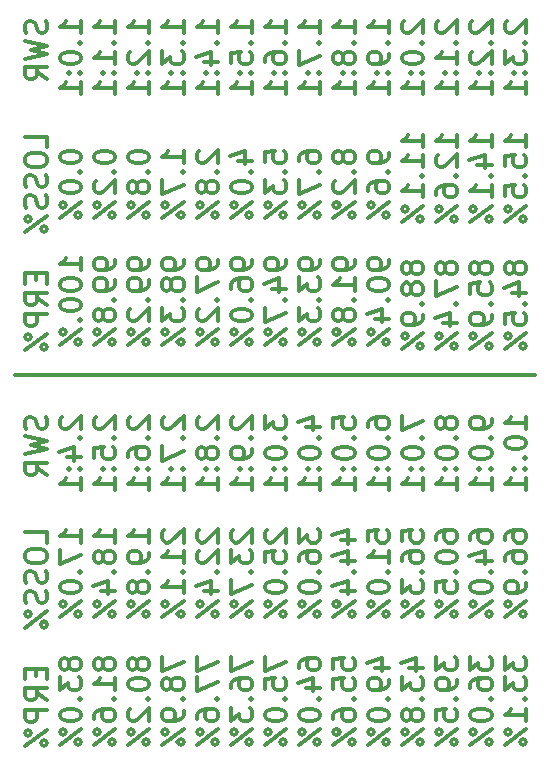
<source format=gbr>
%TF.GenerationSoftware,KiCad,Pcbnew,7.0.5-0*%
%TF.CreationDate,2024-04-21T20:06:43-04:00*%
%TF.ProjectId,swr_meter_left,7377725f-6d65-4746-9572-5f6c6566742e,rev?*%
%TF.SameCoordinates,Original*%
%TF.FileFunction,Legend,Bot*%
%TF.FilePolarity,Positive*%
%FSLAX46Y46*%
G04 Gerber Fmt 4.6, Leading zero omitted, Abs format (unit mm)*
G04 Created by KiCad (PCBNEW 7.0.5-0) date 2024-04-21 20:06:43*
%MOMM*%
%LPD*%
G01*
G04 APERTURE LIST*
%ADD10C,0.300000*%
G04 APERTURE END LIST*
D10*
X116856400Y-29290225D02*
X116942114Y-29547368D01*
X116942114Y-29547368D02*
X116942114Y-29975939D01*
X116942114Y-29975939D02*
X116856400Y-30147368D01*
X116856400Y-30147368D02*
X116770685Y-30233082D01*
X116770685Y-30233082D02*
X116599257Y-30318796D01*
X116599257Y-30318796D02*
X116427828Y-30318796D01*
X116427828Y-30318796D02*
X116256400Y-30233082D01*
X116256400Y-30233082D02*
X116170685Y-30147368D01*
X116170685Y-30147368D02*
X116084971Y-29975939D01*
X116084971Y-29975939D02*
X115999257Y-29633082D01*
X115999257Y-29633082D02*
X115913542Y-29461653D01*
X115913542Y-29461653D02*
X115827828Y-29375939D01*
X115827828Y-29375939D02*
X115656400Y-29290225D01*
X115656400Y-29290225D02*
X115484971Y-29290225D01*
X115484971Y-29290225D02*
X115313542Y-29375939D01*
X115313542Y-29375939D02*
X115227828Y-29461653D01*
X115227828Y-29461653D02*
X115142114Y-29633082D01*
X115142114Y-29633082D02*
X115142114Y-30061653D01*
X115142114Y-30061653D02*
X115227828Y-30318796D01*
X115142114Y-30918796D02*
X116942114Y-31347368D01*
X116942114Y-31347368D02*
X115656400Y-31690225D01*
X115656400Y-31690225D02*
X116942114Y-32033082D01*
X116942114Y-32033082D02*
X115142114Y-32461654D01*
X116942114Y-34175939D02*
X116084971Y-33575939D01*
X116942114Y-33147368D02*
X115142114Y-33147368D01*
X115142114Y-33147368D02*
X115142114Y-33833082D01*
X115142114Y-33833082D02*
X115227828Y-34004511D01*
X115227828Y-34004511D02*
X115313542Y-34090225D01*
X115313542Y-34090225D02*
X115484971Y-34175939D01*
X115484971Y-34175939D02*
X115742114Y-34175939D01*
X115742114Y-34175939D02*
X115913542Y-34090225D01*
X115913542Y-34090225D02*
X115999257Y-34004511D01*
X115999257Y-34004511D02*
X116084971Y-33833082D01*
X116084971Y-33833082D02*
X116084971Y-33147368D01*
X116942114Y-39918798D02*
X116942114Y-39061655D01*
X116942114Y-39061655D02*
X115142114Y-39061655D01*
X115142114Y-40861655D02*
X115142114Y-41204512D01*
X115142114Y-41204512D02*
X115227828Y-41375941D01*
X115227828Y-41375941D02*
X115399257Y-41547369D01*
X115399257Y-41547369D02*
X115742114Y-41633084D01*
X115742114Y-41633084D02*
X116342114Y-41633084D01*
X116342114Y-41633084D02*
X116684971Y-41547369D01*
X116684971Y-41547369D02*
X116856400Y-41375941D01*
X116856400Y-41375941D02*
X116942114Y-41204512D01*
X116942114Y-41204512D02*
X116942114Y-40861655D01*
X116942114Y-40861655D02*
X116856400Y-40690227D01*
X116856400Y-40690227D02*
X116684971Y-40518798D01*
X116684971Y-40518798D02*
X116342114Y-40433084D01*
X116342114Y-40433084D02*
X115742114Y-40433084D01*
X115742114Y-40433084D02*
X115399257Y-40518798D01*
X115399257Y-40518798D02*
X115227828Y-40690227D01*
X115227828Y-40690227D02*
X115142114Y-40861655D01*
X116856400Y-42318798D02*
X116942114Y-42575941D01*
X116942114Y-42575941D02*
X116942114Y-43004512D01*
X116942114Y-43004512D02*
X116856400Y-43175941D01*
X116856400Y-43175941D02*
X116770685Y-43261655D01*
X116770685Y-43261655D02*
X116599257Y-43347369D01*
X116599257Y-43347369D02*
X116427828Y-43347369D01*
X116427828Y-43347369D02*
X116256400Y-43261655D01*
X116256400Y-43261655D02*
X116170685Y-43175941D01*
X116170685Y-43175941D02*
X116084971Y-43004512D01*
X116084971Y-43004512D02*
X115999257Y-42661655D01*
X115999257Y-42661655D02*
X115913542Y-42490226D01*
X115913542Y-42490226D02*
X115827828Y-42404512D01*
X115827828Y-42404512D02*
X115656400Y-42318798D01*
X115656400Y-42318798D02*
X115484971Y-42318798D01*
X115484971Y-42318798D02*
X115313542Y-42404512D01*
X115313542Y-42404512D02*
X115227828Y-42490226D01*
X115227828Y-42490226D02*
X115142114Y-42661655D01*
X115142114Y-42661655D02*
X115142114Y-43090226D01*
X115142114Y-43090226D02*
X115227828Y-43347369D01*
X116856400Y-44033084D02*
X116942114Y-44290227D01*
X116942114Y-44290227D02*
X116942114Y-44718798D01*
X116942114Y-44718798D02*
X116856400Y-44890227D01*
X116856400Y-44890227D02*
X116770685Y-44975941D01*
X116770685Y-44975941D02*
X116599257Y-45061655D01*
X116599257Y-45061655D02*
X116427828Y-45061655D01*
X116427828Y-45061655D02*
X116256400Y-44975941D01*
X116256400Y-44975941D02*
X116170685Y-44890227D01*
X116170685Y-44890227D02*
X116084971Y-44718798D01*
X116084971Y-44718798D02*
X115999257Y-44375941D01*
X115999257Y-44375941D02*
X115913542Y-44204512D01*
X115913542Y-44204512D02*
X115827828Y-44118798D01*
X115827828Y-44118798D02*
X115656400Y-44033084D01*
X115656400Y-44033084D02*
X115484971Y-44033084D01*
X115484971Y-44033084D02*
X115313542Y-44118798D01*
X115313542Y-44118798D02*
X115227828Y-44204512D01*
X115227828Y-44204512D02*
X115142114Y-44375941D01*
X115142114Y-44375941D02*
X115142114Y-44804512D01*
X115142114Y-44804512D02*
X115227828Y-45061655D01*
X116942114Y-45747370D02*
X115142114Y-47118798D01*
X115142114Y-46004513D02*
X115227828Y-46175941D01*
X115227828Y-46175941D02*
X115399257Y-46261655D01*
X115399257Y-46261655D02*
X115570685Y-46175941D01*
X115570685Y-46175941D02*
X115656400Y-46004513D01*
X115656400Y-46004513D02*
X115570685Y-45833084D01*
X115570685Y-45833084D02*
X115399257Y-45747370D01*
X115399257Y-45747370D02*
X115227828Y-45833084D01*
X115227828Y-45833084D02*
X115142114Y-46004513D01*
X116856400Y-47033084D02*
X116684971Y-47118798D01*
X116684971Y-47118798D02*
X116513542Y-47033084D01*
X116513542Y-47033084D02*
X116427828Y-46861655D01*
X116427828Y-46861655D02*
X116513542Y-46690227D01*
X116513542Y-46690227D02*
X116684971Y-46604513D01*
X116684971Y-46604513D02*
X116856400Y-46690227D01*
X116856400Y-46690227D02*
X116942114Y-46861655D01*
X116942114Y-46861655D02*
X116856400Y-47033084D01*
X115999257Y-50633085D02*
X115999257Y-51233085D01*
X116942114Y-51490228D02*
X116942114Y-50633085D01*
X116942114Y-50633085D02*
X115142114Y-50633085D01*
X115142114Y-50633085D02*
X115142114Y-51490228D01*
X116942114Y-53290227D02*
X116084971Y-52690227D01*
X116942114Y-52261656D02*
X115142114Y-52261656D01*
X115142114Y-52261656D02*
X115142114Y-52947370D01*
X115142114Y-52947370D02*
X115227828Y-53118799D01*
X115227828Y-53118799D02*
X115313542Y-53204513D01*
X115313542Y-53204513D02*
X115484971Y-53290227D01*
X115484971Y-53290227D02*
X115742114Y-53290227D01*
X115742114Y-53290227D02*
X115913542Y-53204513D01*
X115913542Y-53204513D02*
X115999257Y-53118799D01*
X115999257Y-53118799D02*
X116084971Y-52947370D01*
X116084971Y-52947370D02*
X116084971Y-52261656D01*
X116942114Y-54061656D02*
X115142114Y-54061656D01*
X115142114Y-54061656D02*
X115142114Y-54747370D01*
X115142114Y-54747370D02*
X115227828Y-54918799D01*
X115227828Y-54918799D02*
X115313542Y-55004513D01*
X115313542Y-55004513D02*
X115484971Y-55090227D01*
X115484971Y-55090227D02*
X115742114Y-55090227D01*
X115742114Y-55090227D02*
X115913542Y-55004513D01*
X115913542Y-55004513D02*
X115999257Y-54918799D01*
X115999257Y-54918799D02*
X116084971Y-54747370D01*
X116084971Y-54747370D02*
X116084971Y-54061656D01*
X116942114Y-55775942D02*
X115142114Y-57147370D01*
X115142114Y-56033085D02*
X115227828Y-56204513D01*
X115227828Y-56204513D02*
X115399257Y-56290227D01*
X115399257Y-56290227D02*
X115570685Y-56204513D01*
X115570685Y-56204513D02*
X115656400Y-56033085D01*
X115656400Y-56033085D02*
X115570685Y-55861656D01*
X115570685Y-55861656D02*
X115399257Y-55775942D01*
X115399257Y-55775942D02*
X115227828Y-55861656D01*
X115227828Y-55861656D02*
X115142114Y-56033085D01*
X116856400Y-57061656D02*
X116684971Y-57147370D01*
X116684971Y-57147370D02*
X116513542Y-57061656D01*
X116513542Y-57061656D02*
X116427828Y-56890227D01*
X116427828Y-56890227D02*
X116513542Y-56718799D01*
X116513542Y-56718799D02*
X116684971Y-56633085D01*
X116684971Y-56633085D02*
X116856400Y-56718799D01*
X116856400Y-56718799D02*
X116942114Y-56890227D01*
X116942114Y-56890227D02*
X116856400Y-57061656D01*
X119840114Y-30318796D02*
X119840114Y-29290225D01*
X119840114Y-29804510D02*
X118040114Y-29804510D01*
X118040114Y-29804510D02*
X118297257Y-29633082D01*
X118297257Y-29633082D02*
X118468685Y-29461653D01*
X118468685Y-29461653D02*
X118554400Y-29290225D01*
X119668685Y-31090225D02*
X119754400Y-31175939D01*
X119754400Y-31175939D02*
X119840114Y-31090225D01*
X119840114Y-31090225D02*
X119754400Y-31004511D01*
X119754400Y-31004511D02*
X119668685Y-31090225D01*
X119668685Y-31090225D02*
X119840114Y-31090225D01*
X118040114Y-32290225D02*
X118040114Y-32461654D01*
X118040114Y-32461654D02*
X118125828Y-32633082D01*
X118125828Y-32633082D02*
X118211542Y-32718797D01*
X118211542Y-32718797D02*
X118382971Y-32804511D01*
X118382971Y-32804511D02*
X118725828Y-32890225D01*
X118725828Y-32890225D02*
X119154400Y-32890225D01*
X119154400Y-32890225D02*
X119497257Y-32804511D01*
X119497257Y-32804511D02*
X119668685Y-32718797D01*
X119668685Y-32718797D02*
X119754400Y-32633082D01*
X119754400Y-32633082D02*
X119840114Y-32461654D01*
X119840114Y-32461654D02*
X119840114Y-32290225D01*
X119840114Y-32290225D02*
X119754400Y-32118797D01*
X119754400Y-32118797D02*
X119668685Y-32033082D01*
X119668685Y-32033082D02*
X119497257Y-31947368D01*
X119497257Y-31947368D02*
X119154400Y-31861654D01*
X119154400Y-31861654D02*
X118725828Y-31861654D01*
X118725828Y-31861654D02*
X118382971Y-31947368D01*
X118382971Y-31947368D02*
X118211542Y-32033082D01*
X118211542Y-32033082D02*
X118125828Y-32118797D01*
X118125828Y-32118797D02*
X118040114Y-32290225D01*
X119668685Y-33661654D02*
X119754400Y-33747368D01*
X119754400Y-33747368D02*
X119840114Y-33661654D01*
X119840114Y-33661654D02*
X119754400Y-33575940D01*
X119754400Y-33575940D02*
X119668685Y-33661654D01*
X119668685Y-33661654D02*
X119840114Y-33661654D01*
X118725828Y-33661654D02*
X118811542Y-33747368D01*
X118811542Y-33747368D02*
X118897257Y-33661654D01*
X118897257Y-33661654D02*
X118811542Y-33575940D01*
X118811542Y-33575940D02*
X118725828Y-33661654D01*
X118725828Y-33661654D02*
X118897257Y-33661654D01*
X119840114Y-35461654D02*
X119840114Y-34433083D01*
X119840114Y-34947368D02*
X118040114Y-34947368D01*
X118040114Y-34947368D02*
X118297257Y-34775940D01*
X118297257Y-34775940D02*
X118468685Y-34604511D01*
X118468685Y-34604511D02*
X118554400Y-34433083D01*
X118040114Y-40690227D02*
X118040114Y-40861656D01*
X118040114Y-40861656D02*
X118125828Y-41033084D01*
X118125828Y-41033084D02*
X118211542Y-41118799D01*
X118211542Y-41118799D02*
X118382971Y-41204513D01*
X118382971Y-41204513D02*
X118725828Y-41290227D01*
X118725828Y-41290227D02*
X119154400Y-41290227D01*
X119154400Y-41290227D02*
X119497257Y-41204513D01*
X119497257Y-41204513D02*
X119668685Y-41118799D01*
X119668685Y-41118799D02*
X119754400Y-41033084D01*
X119754400Y-41033084D02*
X119840114Y-40861656D01*
X119840114Y-40861656D02*
X119840114Y-40690227D01*
X119840114Y-40690227D02*
X119754400Y-40518799D01*
X119754400Y-40518799D02*
X119668685Y-40433084D01*
X119668685Y-40433084D02*
X119497257Y-40347370D01*
X119497257Y-40347370D02*
X119154400Y-40261656D01*
X119154400Y-40261656D02*
X118725828Y-40261656D01*
X118725828Y-40261656D02*
X118382971Y-40347370D01*
X118382971Y-40347370D02*
X118211542Y-40433084D01*
X118211542Y-40433084D02*
X118125828Y-40518799D01*
X118125828Y-40518799D02*
X118040114Y-40690227D01*
X119668685Y-42061656D02*
X119754400Y-42147370D01*
X119754400Y-42147370D02*
X119840114Y-42061656D01*
X119840114Y-42061656D02*
X119754400Y-41975942D01*
X119754400Y-41975942D02*
X119668685Y-42061656D01*
X119668685Y-42061656D02*
X119840114Y-42061656D01*
X118040114Y-43261656D02*
X118040114Y-43433085D01*
X118040114Y-43433085D02*
X118125828Y-43604513D01*
X118125828Y-43604513D02*
X118211542Y-43690228D01*
X118211542Y-43690228D02*
X118382971Y-43775942D01*
X118382971Y-43775942D02*
X118725828Y-43861656D01*
X118725828Y-43861656D02*
X119154400Y-43861656D01*
X119154400Y-43861656D02*
X119497257Y-43775942D01*
X119497257Y-43775942D02*
X119668685Y-43690228D01*
X119668685Y-43690228D02*
X119754400Y-43604513D01*
X119754400Y-43604513D02*
X119840114Y-43433085D01*
X119840114Y-43433085D02*
X119840114Y-43261656D01*
X119840114Y-43261656D02*
X119754400Y-43090228D01*
X119754400Y-43090228D02*
X119668685Y-43004513D01*
X119668685Y-43004513D02*
X119497257Y-42918799D01*
X119497257Y-42918799D02*
X119154400Y-42833085D01*
X119154400Y-42833085D02*
X118725828Y-42833085D01*
X118725828Y-42833085D02*
X118382971Y-42918799D01*
X118382971Y-42918799D02*
X118211542Y-43004513D01*
X118211542Y-43004513D02*
X118125828Y-43090228D01*
X118125828Y-43090228D02*
X118040114Y-43261656D01*
X119840114Y-44547371D02*
X118040114Y-45918799D01*
X118040114Y-44804514D02*
X118125828Y-44975942D01*
X118125828Y-44975942D02*
X118297257Y-45061656D01*
X118297257Y-45061656D02*
X118468685Y-44975942D01*
X118468685Y-44975942D02*
X118554400Y-44804514D01*
X118554400Y-44804514D02*
X118468685Y-44633085D01*
X118468685Y-44633085D02*
X118297257Y-44547371D01*
X118297257Y-44547371D02*
X118125828Y-44633085D01*
X118125828Y-44633085D02*
X118040114Y-44804514D01*
X119754400Y-45833085D02*
X119582971Y-45918799D01*
X119582971Y-45918799D02*
X119411542Y-45833085D01*
X119411542Y-45833085D02*
X119325828Y-45661656D01*
X119325828Y-45661656D02*
X119411542Y-45490228D01*
X119411542Y-45490228D02*
X119582971Y-45404514D01*
X119582971Y-45404514D02*
X119754400Y-45490228D01*
X119754400Y-45490228D02*
X119840114Y-45661656D01*
X119840114Y-45661656D02*
X119754400Y-45833085D01*
X119840114Y-50375943D02*
X119840114Y-49347372D01*
X119840114Y-49861657D02*
X118040114Y-49861657D01*
X118040114Y-49861657D02*
X118297257Y-49690229D01*
X118297257Y-49690229D02*
X118468685Y-49518800D01*
X118468685Y-49518800D02*
X118554400Y-49347372D01*
X118040114Y-51490229D02*
X118040114Y-51661658D01*
X118040114Y-51661658D02*
X118125828Y-51833086D01*
X118125828Y-51833086D02*
X118211542Y-51918801D01*
X118211542Y-51918801D02*
X118382971Y-52004515D01*
X118382971Y-52004515D02*
X118725828Y-52090229D01*
X118725828Y-52090229D02*
X119154400Y-52090229D01*
X119154400Y-52090229D02*
X119497257Y-52004515D01*
X119497257Y-52004515D02*
X119668685Y-51918801D01*
X119668685Y-51918801D02*
X119754400Y-51833086D01*
X119754400Y-51833086D02*
X119840114Y-51661658D01*
X119840114Y-51661658D02*
X119840114Y-51490229D01*
X119840114Y-51490229D02*
X119754400Y-51318801D01*
X119754400Y-51318801D02*
X119668685Y-51233086D01*
X119668685Y-51233086D02*
X119497257Y-51147372D01*
X119497257Y-51147372D02*
X119154400Y-51061658D01*
X119154400Y-51061658D02*
X118725828Y-51061658D01*
X118725828Y-51061658D02*
X118382971Y-51147372D01*
X118382971Y-51147372D02*
X118211542Y-51233086D01*
X118211542Y-51233086D02*
X118125828Y-51318801D01*
X118125828Y-51318801D02*
X118040114Y-51490229D01*
X118040114Y-53204515D02*
X118040114Y-53375944D01*
X118040114Y-53375944D02*
X118125828Y-53547372D01*
X118125828Y-53547372D02*
X118211542Y-53633087D01*
X118211542Y-53633087D02*
X118382971Y-53718801D01*
X118382971Y-53718801D02*
X118725828Y-53804515D01*
X118725828Y-53804515D02*
X119154400Y-53804515D01*
X119154400Y-53804515D02*
X119497257Y-53718801D01*
X119497257Y-53718801D02*
X119668685Y-53633087D01*
X119668685Y-53633087D02*
X119754400Y-53547372D01*
X119754400Y-53547372D02*
X119840114Y-53375944D01*
X119840114Y-53375944D02*
X119840114Y-53204515D01*
X119840114Y-53204515D02*
X119754400Y-53033087D01*
X119754400Y-53033087D02*
X119668685Y-52947372D01*
X119668685Y-52947372D02*
X119497257Y-52861658D01*
X119497257Y-52861658D02*
X119154400Y-52775944D01*
X119154400Y-52775944D02*
X118725828Y-52775944D01*
X118725828Y-52775944D02*
X118382971Y-52861658D01*
X118382971Y-52861658D02*
X118211542Y-52947372D01*
X118211542Y-52947372D02*
X118125828Y-53033087D01*
X118125828Y-53033087D02*
X118040114Y-53204515D01*
X119668685Y-54575944D02*
X119754400Y-54661658D01*
X119754400Y-54661658D02*
X119840114Y-54575944D01*
X119840114Y-54575944D02*
X119754400Y-54490230D01*
X119754400Y-54490230D02*
X119668685Y-54575944D01*
X119668685Y-54575944D02*
X119840114Y-54575944D01*
X119840114Y-55347373D02*
X118040114Y-56718801D01*
X118040114Y-55604516D02*
X118125828Y-55775944D01*
X118125828Y-55775944D02*
X118297257Y-55861658D01*
X118297257Y-55861658D02*
X118468685Y-55775944D01*
X118468685Y-55775944D02*
X118554400Y-55604516D01*
X118554400Y-55604516D02*
X118468685Y-55433087D01*
X118468685Y-55433087D02*
X118297257Y-55347373D01*
X118297257Y-55347373D02*
X118125828Y-55433087D01*
X118125828Y-55433087D02*
X118040114Y-55604516D01*
X119754400Y-56633087D02*
X119582971Y-56718801D01*
X119582971Y-56718801D02*
X119411542Y-56633087D01*
X119411542Y-56633087D02*
X119325828Y-56461658D01*
X119325828Y-56461658D02*
X119411542Y-56290230D01*
X119411542Y-56290230D02*
X119582971Y-56204516D01*
X119582971Y-56204516D02*
X119754400Y-56290230D01*
X119754400Y-56290230D02*
X119840114Y-56461658D01*
X119840114Y-56461658D02*
X119754400Y-56633087D01*
X122738114Y-30318796D02*
X122738114Y-29290225D01*
X122738114Y-29804510D02*
X120938114Y-29804510D01*
X120938114Y-29804510D02*
X121195257Y-29633082D01*
X121195257Y-29633082D02*
X121366685Y-29461653D01*
X121366685Y-29461653D02*
X121452400Y-29290225D01*
X122566685Y-31090225D02*
X122652400Y-31175939D01*
X122652400Y-31175939D02*
X122738114Y-31090225D01*
X122738114Y-31090225D02*
X122652400Y-31004511D01*
X122652400Y-31004511D02*
X122566685Y-31090225D01*
X122566685Y-31090225D02*
X122738114Y-31090225D01*
X122738114Y-32890225D02*
X122738114Y-31861654D01*
X122738114Y-32375939D02*
X120938114Y-32375939D01*
X120938114Y-32375939D02*
X121195257Y-32204511D01*
X121195257Y-32204511D02*
X121366685Y-32033082D01*
X121366685Y-32033082D02*
X121452400Y-31861654D01*
X122566685Y-33661654D02*
X122652400Y-33747368D01*
X122652400Y-33747368D02*
X122738114Y-33661654D01*
X122738114Y-33661654D02*
X122652400Y-33575940D01*
X122652400Y-33575940D02*
X122566685Y-33661654D01*
X122566685Y-33661654D02*
X122738114Y-33661654D01*
X121623828Y-33661654D02*
X121709542Y-33747368D01*
X121709542Y-33747368D02*
X121795257Y-33661654D01*
X121795257Y-33661654D02*
X121709542Y-33575940D01*
X121709542Y-33575940D02*
X121623828Y-33661654D01*
X121623828Y-33661654D02*
X121795257Y-33661654D01*
X122738114Y-35461654D02*
X122738114Y-34433083D01*
X122738114Y-34947368D02*
X120938114Y-34947368D01*
X120938114Y-34947368D02*
X121195257Y-34775940D01*
X121195257Y-34775940D02*
X121366685Y-34604511D01*
X121366685Y-34604511D02*
X121452400Y-34433083D01*
X120938114Y-40690227D02*
X120938114Y-40861656D01*
X120938114Y-40861656D02*
X121023828Y-41033084D01*
X121023828Y-41033084D02*
X121109542Y-41118799D01*
X121109542Y-41118799D02*
X121280971Y-41204513D01*
X121280971Y-41204513D02*
X121623828Y-41290227D01*
X121623828Y-41290227D02*
X122052400Y-41290227D01*
X122052400Y-41290227D02*
X122395257Y-41204513D01*
X122395257Y-41204513D02*
X122566685Y-41118799D01*
X122566685Y-41118799D02*
X122652400Y-41033084D01*
X122652400Y-41033084D02*
X122738114Y-40861656D01*
X122738114Y-40861656D02*
X122738114Y-40690227D01*
X122738114Y-40690227D02*
X122652400Y-40518799D01*
X122652400Y-40518799D02*
X122566685Y-40433084D01*
X122566685Y-40433084D02*
X122395257Y-40347370D01*
X122395257Y-40347370D02*
X122052400Y-40261656D01*
X122052400Y-40261656D02*
X121623828Y-40261656D01*
X121623828Y-40261656D02*
X121280971Y-40347370D01*
X121280971Y-40347370D02*
X121109542Y-40433084D01*
X121109542Y-40433084D02*
X121023828Y-40518799D01*
X121023828Y-40518799D02*
X120938114Y-40690227D01*
X122566685Y-42061656D02*
X122652400Y-42147370D01*
X122652400Y-42147370D02*
X122738114Y-42061656D01*
X122738114Y-42061656D02*
X122652400Y-41975942D01*
X122652400Y-41975942D02*
X122566685Y-42061656D01*
X122566685Y-42061656D02*
X122738114Y-42061656D01*
X121109542Y-42833085D02*
X121023828Y-42918799D01*
X121023828Y-42918799D02*
X120938114Y-43090228D01*
X120938114Y-43090228D02*
X120938114Y-43518799D01*
X120938114Y-43518799D02*
X121023828Y-43690228D01*
X121023828Y-43690228D02*
X121109542Y-43775942D01*
X121109542Y-43775942D02*
X121280971Y-43861656D01*
X121280971Y-43861656D02*
X121452400Y-43861656D01*
X121452400Y-43861656D02*
X121709542Y-43775942D01*
X121709542Y-43775942D02*
X122738114Y-42747370D01*
X122738114Y-42747370D02*
X122738114Y-43861656D01*
X122738114Y-44547371D02*
X120938114Y-45918799D01*
X120938114Y-44804514D02*
X121023828Y-44975942D01*
X121023828Y-44975942D02*
X121195257Y-45061656D01*
X121195257Y-45061656D02*
X121366685Y-44975942D01*
X121366685Y-44975942D02*
X121452400Y-44804514D01*
X121452400Y-44804514D02*
X121366685Y-44633085D01*
X121366685Y-44633085D02*
X121195257Y-44547371D01*
X121195257Y-44547371D02*
X121023828Y-44633085D01*
X121023828Y-44633085D02*
X120938114Y-44804514D01*
X122652400Y-45833085D02*
X122480971Y-45918799D01*
X122480971Y-45918799D02*
X122309542Y-45833085D01*
X122309542Y-45833085D02*
X122223828Y-45661656D01*
X122223828Y-45661656D02*
X122309542Y-45490228D01*
X122309542Y-45490228D02*
X122480971Y-45404514D01*
X122480971Y-45404514D02*
X122652400Y-45490228D01*
X122652400Y-45490228D02*
X122738114Y-45661656D01*
X122738114Y-45661656D02*
X122652400Y-45833085D01*
X122738114Y-49518800D02*
X122738114Y-49861657D01*
X122738114Y-49861657D02*
X122652400Y-50033086D01*
X122652400Y-50033086D02*
X122566685Y-50118800D01*
X122566685Y-50118800D02*
X122309542Y-50290229D01*
X122309542Y-50290229D02*
X121966685Y-50375943D01*
X121966685Y-50375943D02*
X121280971Y-50375943D01*
X121280971Y-50375943D02*
X121109542Y-50290229D01*
X121109542Y-50290229D02*
X121023828Y-50204515D01*
X121023828Y-50204515D02*
X120938114Y-50033086D01*
X120938114Y-50033086D02*
X120938114Y-49690229D01*
X120938114Y-49690229D02*
X121023828Y-49518800D01*
X121023828Y-49518800D02*
X121109542Y-49433086D01*
X121109542Y-49433086D02*
X121280971Y-49347372D01*
X121280971Y-49347372D02*
X121709542Y-49347372D01*
X121709542Y-49347372D02*
X121880971Y-49433086D01*
X121880971Y-49433086D02*
X121966685Y-49518800D01*
X121966685Y-49518800D02*
X122052400Y-49690229D01*
X122052400Y-49690229D02*
X122052400Y-50033086D01*
X122052400Y-50033086D02*
X121966685Y-50204515D01*
X121966685Y-50204515D02*
X121880971Y-50290229D01*
X121880971Y-50290229D02*
X121709542Y-50375943D01*
X122738114Y-51233086D02*
X122738114Y-51575943D01*
X122738114Y-51575943D02*
X122652400Y-51747372D01*
X122652400Y-51747372D02*
X122566685Y-51833086D01*
X122566685Y-51833086D02*
X122309542Y-52004515D01*
X122309542Y-52004515D02*
X121966685Y-52090229D01*
X121966685Y-52090229D02*
X121280971Y-52090229D01*
X121280971Y-52090229D02*
X121109542Y-52004515D01*
X121109542Y-52004515D02*
X121023828Y-51918801D01*
X121023828Y-51918801D02*
X120938114Y-51747372D01*
X120938114Y-51747372D02*
X120938114Y-51404515D01*
X120938114Y-51404515D02*
X121023828Y-51233086D01*
X121023828Y-51233086D02*
X121109542Y-51147372D01*
X121109542Y-51147372D02*
X121280971Y-51061658D01*
X121280971Y-51061658D02*
X121709542Y-51061658D01*
X121709542Y-51061658D02*
X121880971Y-51147372D01*
X121880971Y-51147372D02*
X121966685Y-51233086D01*
X121966685Y-51233086D02*
X122052400Y-51404515D01*
X122052400Y-51404515D02*
X122052400Y-51747372D01*
X122052400Y-51747372D02*
X121966685Y-51918801D01*
X121966685Y-51918801D02*
X121880971Y-52004515D01*
X121880971Y-52004515D02*
X121709542Y-52090229D01*
X122566685Y-52861658D02*
X122652400Y-52947372D01*
X122652400Y-52947372D02*
X122738114Y-52861658D01*
X122738114Y-52861658D02*
X122652400Y-52775944D01*
X122652400Y-52775944D02*
X122566685Y-52861658D01*
X122566685Y-52861658D02*
X122738114Y-52861658D01*
X121709542Y-53975944D02*
X121623828Y-53804515D01*
X121623828Y-53804515D02*
X121538114Y-53718801D01*
X121538114Y-53718801D02*
X121366685Y-53633087D01*
X121366685Y-53633087D02*
X121280971Y-53633087D01*
X121280971Y-53633087D02*
X121109542Y-53718801D01*
X121109542Y-53718801D02*
X121023828Y-53804515D01*
X121023828Y-53804515D02*
X120938114Y-53975944D01*
X120938114Y-53975944D02*
X120938114Y-54318801D01*
X120938114Y-54318801D02*
X121023828Y-54490230D01*
X121023828Y-54490230D02*
X121109542Y-54575944D01*
X121109542Y-54575944D02*
X121280971Y-54661658D01*
X121280971Y-54661658D02*
X121366685Y-54661658D01*
X121366685Y-54661658D02*
X121538114Y-54575944D01*
X121538114Y-54575944D02*
X121623828Y-54490230D01*
X121623828Y-54490230D02*
X121709542Y-54318801D01*
X121709542Y-54318801D02*
X121709542Y-53975944D01*
X121709542Y-53975944D02*
X121795257Y-53804515D01*
X121795257Y-53804515D02*
X121880971Y-53718801D01*
X121880971Y-53718801D02*
X122052400Y-53633087D01*
X122052400Y-53633087D02*
X122395257Y-53633087D01*
X122395257Y-53633087D02*
X122566685Y-53718801D01*
X122566685Y-53718801D02*
X122652400Y-53804515D01*
X122652400Y-53804515D02*
X122738114Y-53975944D01*
X122738114Y-53975944D02*
X122738114Y-54318801D01*
X122738114Y-54318801D02*
X122652400Y-54490230D01*
X122652400Y-54490230D02*
X122566685Y-54575944D01*
X122566685Y-54575944D02*
X122395257Y-54661658D01*
X122395257Y-54661658D02*
X122052400Y-54661658D01*
X122052400Y-54661658D02*
X121880971Y-54575944D01*
X121880971Y-54575944D02*
X121795257Y-54490230D01*
X121795257Y-54490230D02*
X121709542Y-54318801D01*
X122738114Y-55347373D02*
X120938114Y-56718801D01*
X120938114Y-55604516D02*
X121023828Y-55775944D01*
X121023828Y-55775944D02*
X121195257Y-55861658D01*
X121195257Y-55861658D02*
X121366685Y-55775944D01*
X121366685Y-55775944D02*
X121452400Y-55604516D01*
X121452400Y-55604516D02*
X121366685Y-55433087D01*
X121366685Y-55433087D02*
X121195257Y-55347373D01*
X121195257Y-55347373D02*
X121023828Y-55433087D01*
X121023828Y-55433087D02*
X120938114Y-55604516D01*
X122652400Y-56633087D02*
X122480971Y-56718801D01*
X122480971Y-56718801D02*
X122309542Y-56633087D01*
X122309542Y-56633087D02*
X122223828Y-56461658D01*
X122223828Y-56461658D02*
X122309542Y-56290230D01*
X122309542Y-56290230D02*
X122480971Y-56204516D01*
X122480971Y-56204516D02*
X122652400Y-56290230D01*
X122652400Y-56290230D02*
X122738114Y-56461658D01*
X122738114Y-56461658D02*
X122652400Y-56633087D01*
X125636114Y-30318796D02*
X125636114Y-29290225D01*
X125636114Y-29804510D02*
X123836114Y-29804510D01*
X123836114Y-29804510D02*
X124093257Y-29633082D01*
X124093257Y-29633082D02*
X124264685Y-29461653D01*
X124264685Y-29461653D02*
X124350400Y-29290225D01*
X125464685Y-31090225D02*
X125550400Y-31175939D01*
X125550400Y-31175939D02*
X125636114Y-31090225D01*
X125636114Y-31090225D02*
X125550400Y-31004511D01*
X125550400Y-31004511D02*
X125464685Y-31090225D01*
X125464685Y-31090225D02*
X125636114Y-31090225D01*
X124007542Y-31861654D02*
X123921828Y-31947368D01*
X123921828Y-31947368D02*
X123836114Y-32118797D01*
X123836114Y-32118797D02*
X123836114Y-32547368D01*
X123836114Y-32547368D02*
X123921828Y-32718797D01*
X123921828Y-32718797D02*
X124007542Y-32804511D01*
X124007542Y-32804511D02*
X124178971Y-32890225D01*
X124178971Y-32890225D02*
X124350400Y-32890225D01*
X124350400Y-32890225D02*
X124607542Y-32804511D01*
X124607542Y-32804511D02*
X125636114Y-31775939D01*
X125636114Y-31775939D02*
X125636114Y-32890225D01*
X125464685Y-33661654D02*
X125550400Y-33747368D01*
X125550400Y-33747368D02*
X125636114Y-33661654D01*
X125636114Y-33661654D02*
X125550400Y-33575940D01*
X125550400Y-33575940D02*
X125464685Y-33661654D01*
X125464685Y-33661654D02*
X125636114Y-33661654D01*
X124521828Y-33661654D02*
X124607542Y-33747368D01*
X124607542Y-33747368D02*
X124693257Y-33661654D01*
X124693257Y-33661654D02*
X124607542Y-33575940D01*
X124607542Y-33575940D02*
X124521828Y-33661654D01*
X124521828Y-33661654D02*
X124693257Y-33661654D01*
X125636114Y-35461654D02*
X125636114Y-34433083D01*
X125636114Y-34947368D02*
X123836114Y-34947368D01*
X123836114Y-34947368D02*
X124093257Y-34775940D01*
X124093257Y-34775940D02*
X124264685Y-34604511D01*
X124264685Y-34604511D02*
X124350400Y-34433083D01*
X123836114Y-40690227D02*
X123836114Y-40861656D01*
X123836114Y-40861656D02*
X123921828Y-41033084D01*
X123921828Y-41033084D02*
X124007542Y-41118799D01*
X124007542Y-41118799D02*
X124178971Y-41204513D01*
X124178971Y-41204513D02*
X124521828Y-41290227D01*
X124521828Y-41290227D02*
X124950400Y-41290227D01*
X124950400Y-41290227D02*
X125293257Y-41204513D01*
X125293257Y-41204513D02*
X125464685Y-41118799D01*
X125464685Y-41118799D02*
X125550400Y-41033084D01*
X125550400Y-41033084D02*
X125636114Y-40861656D01*
X125636114Y-40861656D02*
X125636114Y-40690227D01*
X125636114Y-40690227D02*
X125550400Y-40518799D01*
X125550400Y-40518799D02*
X125464685Y-40433084D01*
X125464685Y-40433084D02*
X125293257Y-40347370D01*
X125293257Y-40347370D02*
X124950400Y-40261656D01*
X124950400Y-40261656D02*
X124521828Y-40261656D01*
X124521828Y-40261656D02*
X124178971Y-40347370D01*
X124178971Y-40347370D02*
X124007542Y-40433084D01*
X124007542Y-40433084D02*
X123921828Y-40518799D01*
X123921828Y-40518799D02*
X123836114Y-40690227D01*
X125464685Y-42061656D02*
X125550400Y-42147370D01*
X125550400Y-42147370D02*
X125636114Y-42061656D01*
X125636114Y-42061656D02*
X125550400Y-41975942D01*
X125550400Y-41975942D02*
X125464685Y-42061656D01*
X125464685Y-42061656D02*
X125636114Y-42061656D01*
X124607542Y-43175942D02*
X124521828Y-43004513D01*
X124521828Y-43004513D02*
X124436114Y-42918799D01*
X124436114Y-42918799D02*
X124264685Y-42833085D01*
X124264685Y-42833085D02*
X124178971Y-42833085D01*
X124178971Y-42833085D02*
X124007542Y-42918799D01*
X124007542Y-42918799D02*
X123921828Y-43004513D01*
X123921828Y-43004513D02*
X123836114Y-43175942D01*
X123836114Y-43175942D02*
X123836114Y-43518799D01*
X123836114Y-43518799D02*
X123921828Y-43690228D01*
X123921828Y-43690228D02*
X124007542Y-43775942D01*
X124007542Y-43775942D02*
X124178971Y-43861656D01*
X124178971Y-43861656D02*
X124264685Y-43861656D01*
X124264685Y-43861656D02*
X124436114Y-43775942D01*
X124436114Y-43775942D02*
X124521828Y-43690228D01*
X124521828Y-43690228D02*
X124607542Y-43518799D01*
X124607542Y-43518799D02*
X124607542Y-43175942D01*
X124607542Y-43175942D02*
X124693257Y-43004513D01*
X124693257Y-43004513D02*
X124778971Y-42918799D01*
X124778971Y-42918799D02*
X124950400Y-42833085D01*
X124950400Y-42833085D02*
X125293257Y-42833085D01*
X125293257Y-42833085D02*
X125464685Y-42918799D01*
X125464685Y-42918799D02*
X125550400Y-43004513D01*
X125550400Y-43004513D02*
X125636114Y-43175942D01*
X125636114Y-43175942D02*
X125636114Y-43518799D01*
X125636114Y-43518799D02*
X125550400Y-43690228D01*
X125550400Y-43690228D02*
X125464685Y-43775942D01*
X125464685Y-43775942D02*
X125293257Y-43861656D01*
X125293257Y-43861656D02*
X124950400Y-43861656D01*
X124950400Y-43861656D02*
X124778971Y-43775942D01*
X124778971Y-43775942D02*
X124693257Y-43690228D01*
X124693257Y-43690228D02*
X124607542Y-43518799D01*
X125636114Y-44547371D02*
X123836114Y-45918799D01*
X123836114Y-44804514D02*
X123921828Y-44975942D01*
X123921828Y-44975942D02*
X124093257Y-45061656D01*
X124093257Y-45061656D02*
X124264685Y-44975942D01*
X124264685Y-44975942D02*
X124350400Y-44804514D01*
X124350400Y-44804514D02*
X124264685Y-44633085D01*
X124264685Y-44633085D02*
X124093257Y-44547371D01*
X124093257Y-44547371D02*
X123921828Y-44633085D01*
X123921828Y-44633085D02*
X123836114Y-44804514D01*
X125550400Y-45833085D02*
X125378971Y-45918799D01*
X125378971Y-45918799D02*
X125207542Y-45833085D01*
X125207542Y-45833085D02*
X125121828Y-45661656D01*
X125121828Y-45661656D02*
X125207542Y-45490228D01*
X125207542Y-45490228D02*
X125378971Y-45404514D01*
X125378971Y-45404514D02*
X125550400Y-45490228D01*
X125550400Y-45490228D02*
X125636114Y-45661656D01*
X125636114Y-45661656D02*
X125550400Y-45833085D01*
X125636114Y-49518800D02*
X125636114Y-49861657D01*
X125636114Y-49861657D02*
X125550400Y-50033086D01*
X125550400Y-50033086D02*
X125464685Y-50118800D01*
X125464685Y-50118800D02*
X125207542Y-50290229D01*
X125207542Y-50290229D02*
X124864685Y-50375943D01*
X124864685Y-50375943D02*
X124178971Y-50375943D01*
X124178971Y-50375943D02*
X124007542Y-50290229D01*
X124007542Y-50290229D02*
X123921828Y-50204515D01*
X123921828Y-50204515D02*
X123836114Y-50033086D01*
X123836114Y-50033086D02*
X123836114Y-49690229D01*
X123836114Y-49690229D02*
X123921828Y-49518800D01*
X123921828Y-49518800D02*
X124007542Y-49433086D01*
X124007542Y-49433086D02*
X124178971Y-49347372D01*
X124178971Y-49347372D02*
X124607542Y-49347372D01*
X124607542Y-49347372D02*
X124778971Y-49433086D01*
X124778971Y-49433086D02*
X124864685Y-49518800D01*
X124864685Y-49518800D02*
X124950400Y-49690229D01*
X124950400Y-49690229D02*
X124950400Y-50033086D01*
X124950400Y-50033086D02*
X124864685Y-50204515D01*
X124864685Y-50204515D02*
X124778971Y-50290229D01*
X124778971Y-50290229D02*
X124607542Y-50375943D01*
X125636114Y-51233086D02*
X125636114Y-51575943D01*
X125636114Y-51575943D02*
X125550400Y-51747372D01*
X125550400Y-51747372D02*
X125464685Y-51833086D01*
X125464685Y-51833086D02*
X125207542Y-52004515D01*
X125207542Y-52004515D02*
X124864685Y-52090229D01*
X124864685Y-52090229D02*
X124178971Y-52090229D01*
X124178971Y-52090229D02*
X124007542Y-52004515D01*
X124007542Y-52004515D02*
X123921828Y-51918801D01*
X123921828Y-51918801D02*
X123836114Y-51747372D01*
X123836114Y-51747372D02*
X123836114Y-51404515D01*
X123836114Y-51404515D02*
X123921828Y-51233086D01*
X123921828Y-51233086D02*
X124007542Y-51147372D01*
X124007542Y-51147372D02*
X124178971Y-51061658D01*
X124178971Y-51061658D02*
X124607542Y-51061658D01*
X124607542Y-51061658D02*
X124778971Y-51147372D01*
X124778971Y-51147372D02*
X124864685Y-51233086D01*
X124864685Y-51233086D02*
X124950400Y-51404515D01*
X124950400Y-51404515D02*
X124950400Y-51747372D01*
X124950400Y-51747372D02*
X124864685Y-51918801D01*
X124864685Y-51918801D02*
X124778971Y-52004515D01*
X124778971Y-52004515D02*
X124607542Y-52090229D01*
X125464685Y-52861658D02*
X125550400Y-52947372D01*
X125550400Y-52947372D02*
X125636114Y-52861658D01*
X125636114Y-52861658D02*
X125550400Y-52775944D01*
X125550400Y-52775944D02*
X125464685Y-52861658D01*
X125464685Y-52861658D02*
X125636114Y-52861658D01*
X124007542Y-53633087D02*
X123921828Y-53718801D01*
X123921828Y-53718801D02*
X123836114Y-53890230D01*
X123836114Y-53890230D02*
X123836114Y-54318801D01*
X123836114Y-54318801D02*
X123921828Y-54490230D01*
X123921828Y-54490230D02*
X124007542Y-54575944D01*
X124007542Y-54575944D02*
X124178971Y-54661658D01*
X124178971Y-54661658D02*
X124350400Y-54661658D01*
X124350400Y-54661658D02*
X124607542Y-54575944D01*
X124607542Y-54575944D02*
X125636114Y-53547372D01*
X125636114Y-53547372D02*
X125636114Y-54661658D01*
X125636114Y-55347373D02*
X123836114Y-56718801D01*
X123836114Y-55604516D02*
X123921828Y-55775944D01*
X123921828Y-55775944D02*
X124093257Y-55861658D01*
X124093257Y-55861658D02*
X124264685Y-55775944D01*
X124264685Y-55775944D02*
X124350400Y-55604516D01*
X124350400Y-55604516D02*
X124264685Y-55433087D01*
X124264685Y-55433087D02*
X124093257Y-55347373D01*
X124093257Y-55347373D02*
X123921828Y-55433087D01*
X123921828Y-55433087D02*
X123836114Y-55604516D01*
X125550400Y-56633087D02*
X125378971Y-56718801D01*
X125378971Y-56718801D02*
X125207542Y-56633087D01*
X125207542Y-56633087D02*
X125121828Y-56461658D01*
X125121828Y-56461658D02*
X125207542Y-56290230D01*
X125207542Y-56290230D02*
X125378971Y-56204516D01*
X125378971Y-56204516D02*
X125550400Y-56290230D01*
X125550400Y-56290230D02*
X125636114Y-56461658D01*
X125636114Y-56461658D02*
X125550400Y-56633087D01*
X128534114Y-30318796D02*
X128534114Y-29290225D01*
X128534114Y-29804510D02*
X126734114Y-29804510D01*
X126734114Y-29804510D02*
X126991257Y-29633082D01*
X126991257Y-29633082D02*
X127162685Y-29461653D01*
X127162685Y-29461653D02*
X127248400Y-29290225D01*
X128362685Y-31090225D02*
X128448400Y-31175939D01*
X128448400Y-31175939D02*
X128534114Y-31090225D01*
X128534114Y-31090225D02*
X128448400Y-31004511D01*
X128448400Y-31004511D02*
X128362685Y-31090225D01*
X128362685Y-31090225D02*
X128534114Y-31090225D01*
X126734114Y-31775939D02*
X126734114Y-32890225D01*
X126734114Y-32890225D02*
X127419828Y-32290225D01*
X127419828Y-32290225D02*
X127419828Y-32547368D01*
X127419828Y-32547368D02*
X127505542Y-32718797D01*
X127505542Y-32718797D02*
X127591257Y-32804511D01*
X127591257Y-32804511D02*
X127762685Y-32890225D01*
X127762685Y-32890225D02*
X128191257Y-32890225D01*
X128191257Y-32890225D02*
X128362685Y-32804511D01*
X128362685Y-32804511D02*
X128448400Y-32718797D01*
X128448400Y-32718797D02*
X128534114Y-32547368D01*
X128534114Y-32547368D02*
X128534114Y-32033082D01*
X128534114Y-32033082D02*
X128448400Y-31861654D01*
X128448400Y-31861654D02*
X128362685Y-31775939D01*
X128362685Y-33661654D02*
X128448400Y-33747368D01*
X128448400Y-33747368D02*
X128534114Y-33661654D01*
X128534114Y-33661654D02*
X128448400Y-33575940D01*
X128448400Y-33575940D02*
X128362685Y-33661654D01*
X128362685Y-33661654D02*
X128534114Y-33661654D01*
X127419828Y-33661654D02*
X127505542Y-33747368D01*
X127505542Y-33747368D02*
X127591257Y-33661654D01*
X127591257Y-33661654D02*
X127505542Y-33575940D01*
X127505542Y-33575940D02*
X127419828Y-33661654D01*
X127419828Y-33661654D02*
X127591257Y-33661654D01*
X128534114Y-35461654D02*
X128534114Y-34433083D01*
X128534114Y-34947368D02*
X126734114Y-34947368D01*
X126734114Y-34947368D02*
X126991257Y-34775940D01*
X126991257Y-34775940D02*
X127162685Y-34604511D01*
X127162685Y-34604511D02*
X127248400Y-34433083D01*
X128534114Y-41290227D02*
X128534114Y-40261656D01*
X128534114Y-40775941D02*
X126734114Y-40775941D01*
X126734114Y-40775941D02*
X126991257Y-40604513D01*
X126991257Y-40604513D02*
X127162685Y-40433084D01*
X127162685Y-40433084D02*
X127248400Y-40261656D01*
X128362685Y-42061656D02*
X128448400Y-42147370D01*
X128448400Y-42147370D02*
X128534114Y-42061656D01*
X128534114Y-42061656D02*
X128448400Y-41975942D01*
X128448400Y-41975942D02*
X128362685Y-42061656D01*
X128362685Y-42061656D02*
X128534114Y-42061656D01*
X126734114Y-42747370D02*
X126734114Y-43947370D01*
X126734114Y-43947370D02*
X128534114Y-43175942D01*
X128534114Y-44547371D02*
X126734114Y-45918799D01*
X126734114Y-44804514D02*
X126819828Y-44975942D01*
X126819828Y-44975942D02*
X126991257Y-45061656D01*
X126991257Y-45061656D02*
X127162685Y-44975942D01*
X127162685Y-44975942D02*
X127248400Y-44804514D01*
X127248400Y-44804514D02*
X127162685Y-44633085D01*
X127162685Y-44633085D02*
X126991257Y-44547371D01*
X126991257Y-44547371D02*
X126819828Y-44633085D01*
X126819828Y-44633085D02*
X126734114Y-44804514D01*
X128448400Y-45833085D02*
X128276971Y-45918799D01*
X128276971Y-45918799D02*
X128105542Y-45833085D01*
X128105542Y-45833085D02*
X128019828Y-45661656D01*
X128019828Y-45661656D02*
X128105542Y-45490228D01*
X128105542Y-45490228D02*
X128276971Y-45404514D01*
X128276971Y-45404514D02*
X128448400Y-45490228D01*
X128448400Y-45490228D02*
X128534114Y-45661656D01*
X128534114Y-45661656D02*
X128448400Y-45833085D01*
X128534114Y-49518800D02*
X128534114Y-49861657D01*
X128534114Y-49861657D02*
X128448400Y-50033086D01*
X128448400Y-50033086D02*
X128362685Y-50118800D01*
X128362685Y-50118800D02*
X128105542Y-50290229D01*
X128105542Y-50290229D02*
X127762685Y-50375943D01*
X127762685Y-50375943D02*
X127076971Y-50375943D01*
X127076971Y-50375943D02*
X126905542Y-50290229D01*
X126905542Y-50290229D02*
X126819828Y-50204515D01*
X126819828Y-50204515D02*
X126734114Y-50033086D01*
X126734114Y-50033086D02*
X126734114Y-49690229D01*
X126734114Y-49690229D02*
X126819828Y-49518800D01*
X126819828Y-49518800D02*
X126905542Y-49433086D01*
X126905542Y-49433086D02*
X127076971Y-49347372D01*
X127076971Y-49347372D02*
X127505542Y-49347372D01*
X127505542Y-49347372D02*
X127676971Y-49433086D01*
X127676971Y-49433086D02*
X127762685Y-49518800D01*
X127762685Y-49518800D02*
X127848400Y-49690229D01*
X127848400Y-49690229D02*
X127848400Y-50033086D01*
X127848400Y-50033086D02*
X127762685Y-50204515D01*
X127762685Y-50204515D02*
X127676971Y-50290229D01*
X127676971Y-50290229D02*
X127505542Y-50375943D01*
X127505542Y-51404515D02*
X127419828Y-51233086D01*
X127419828Y-51233086D02*
X127334114Y-51147372D01*
X127334114Y-51147372D02*
X127162685Y-51061658D01*
X127162685Y-51061658D02*
X127076971Y-51061658D01*
X127076971Y-51061658D02*
X126905542Y-51147372D01*
X126905542Y-51147372D02*
X126819828Y-51233086D01*
X126819828Y-51233086D02*
X126734114Y-51404515D01*
X126734114Y-51404515D02*
X126734114Y-51747372D01*
X126734114Y-51747372D02*
X126819828Y-51918801D01*
X126819828Y-51918801D02*
X126905542Y-52004515D01*
X126905542Y-52004515D02*
X127076971Y-52090229D01*
X127076971Y-52090229D02*
X127162685Y-52090229D01*
X127162685Y-52090229D02*
X127334114Y-52004515D01*
X127334114Y-52004515D02*
X127419828Y-51918801D01*
X127419828Y-51918801D02*
X127505542Y-51747372D01*
X127505542Y-51747372D02*
X127505542Y-51404515D01*
X127505542Y-51404515D02*
X127591257Y-51233086D01*
X127591257Y-51233086D02*
X127676971Y-51147372D01*
X127676971Y-51147372D02*
X127848400Y-51061658D01*
X127848400Y-51061658D02*
X128191257Y-51061658D01*
X128191257Y-51061658D02*
X128362685Y-51147372D01*
X128362685Y-51147372D02*
X128448400Y-51233086D01*
X128448400Y-51233086D02*
X128534114Y-51404515D01*
X128534114Y-51404515D02*
X128534114Y-51747372D01*
X128534114Y-51747372D02*
X128448400Y-51918801D01*
X128448400Y-51918801D02*
X128362685Y-52004515D01*
X128362685Y-52004515D02*
X128191257Y-52090229D01*
X128191257Y-52090229D02*
X127848400Y-52090229D01*
X127848400Y-52090229D02*
X127676971Y-52004515D01*
X127676971Y-52004515D02*
X127591257Y-51918801D01*
X127591257Y-51918801D02*
X127505542Y-51747372D01*
X128362685Y-52861658D02*
X128448400Y-52947372D01*
X128448400Y-52947372D02*
X128534114Y-52861658D01*
X128534114Y-52861658D02*
X128448400Y-52775944D01*
X128448400Y-52775944D02*
X128362685Y-52861658D01*
X128362685Y-52861658D02*
X128534114Y-52861658D01*
X126734114Y-53547372D02*
X126734114Y-54661658D01*
X126734114Y-54661658D02*
X127419828Y-54061658D01*
X127419828Y-54061658D02*
X127419828Y-54318801D01*
X127419828Y-54318801D02*
X127505542Y-54490230D01*
X127505542Y-54490230D02*
X127591257Y-54575944D01*
X127591257Y-54575944D02*
X127762685Y-54661658D01*
X127762685Y-54661658D02*
X128191257Y-54661658D01*
X128191257Y-54661658D02*
X128362685Y-54575944D01*
X128362685Y-54575944D02*
X128448400Y-54490230D01*
X128448400Y-54490230D02*
X128534114Y-54318801D01*
X128534114Y-54318801D02*
X128534114Y-53804515D01*
X128534114Y-53804515D02*
X128448400Y-53633087D01*
X128448400Y-53633087D02*
X128362685Y-53547372D01*
X128534114Y-55347373D02*
X126734114Y-56718801D01*
X126734114Y-55604516D02*
X126819828Y-55775944D01*
X126819828Y-55775944D02*
X126991257Y-55861658D01*
X126991257Y-55861658D02*
X127162685Y-55775944D01*
X127162685Y-55775944D02*
X127248400Y-55604516D01*
X127248400Y-55604516D02*
X127162685Y-55433087D01*
X127162685Y-55433087D02*
X126991257Y-55347373D01*
X126991257Y-55347373D02*
X126819828Y-55433087D01*
X126819828Y-55433087D02*
X126734114Y-55604516D01*
X128448400Y-56633087D02*
X128276971Y-56718801D01*
X128276971Y-56718801D02*
X128105542Y-56633087D01*
X128105542Y-56633087D02*
X128019828Y-56461658D01*
X128019828Y-56461658D02*
X128105542Y-56290230D01*
X128105542Y-56290230D02*
X128276971Y-56204516D01*
X128276971Y-56204516D02*
X128448400Y-56290230D01*
X128448400Y-56290230D02*
X128534114Y-56461658D01*
X128534114Y-56461658D02*
X128448400Y-56633087D01*
X131432114Y-30318796D02*
X131432114Y-29290225D01*
X131432114Y-29804510D02*
X129632114Y-29804510D01*
X129632114Y-29804510D02*
X129889257Y-29633082D01*
X129889257Y-29633082D02*
X130060685Y-29461653D01*
X130060685Y-29461653D02*
X130146400Y-29290225D01*
X131260685Y-31090225D02*
X131346400Y-31175939D01*
X131346400Y-31175939D02*
X131432114Y-31090225D01*
X131432114Y-31090225D02*
X131346400Y-31004511D01*
X131346400Y-31004511D02*
X131260685Y-31090225D01*
X131260685Y-31090225D02*
X131432114Y-31090225D01*
X130232114Y-32718797D02*
X131432114Y-32718797D01*
X129546400Y-32290225D02*
X130832114Y-31861654D01*
X130832114Y-31861654D02*
X130832114Y-32975939D01*
X131260685Y-33661654D02*
X131346400Y-33747368D01*
X131346400Y-33747368D02*
X131432114Y-33661654D01*
X131432114Y-33661654D02*
X131346400Y-33575940D01*
X131346400Y-33575940D02*
X131260685Y-33661654D01*
X131260685Y-33661654D02*
X131432114Y-33661654D01*
X130317828Y-33661654D02*
X130403542Y-33747368D01*
X130403542Y-33747368D02*
X130489257Y-33661654D01*
X130489257Y-33661654D02*
X130403542Y-33575940D01*
X130403542Y-33575940D02*
X130317828Y-33661654D01*
X130317828Y-33661654D02*
X130489257Y-33661654D01*
X131432114Y-35461654D02*
X131432114Y-34433083D01*
X131432114Y-34947368D02*
X129632114Y-34947368D01*
X129632114Y-34947368D02*
X129889257Y-34775940D01*
X129889257Y-34775940D02*
X130060685Y-34604511D01*
X130060685Y-34604511D02*
X130146400Y-34433083D01*
X129803542Y-40261656D02*
X129717828Y-40347370D01*
X129717828Y-40347370D02*
X129632114Y-40518799D01*
X129632114Y-40518799D02*
X129632114Y-40947370D01*
X129632114Y-40947370D02*
X129717828Y-41118799D01*
X129717828Y-41118799D02*
X129803542Y-41204513D01*
X129803542Y-41204513D02*
X129974971Y-41290227D01*
X129974971Y-41290227D02*
X130146400Y-41290227D01*
X130146400Y-41290227D02*
X130403542Y-41204513D01*
X130403542Y-41204513D02*
X131432114Y-40175941D01*
X131432114Y-40175941D02*
X131432114Y-41290227D01*
X131260685Y-42061656D02*
X131346400Y-42147370D01*
X131346400Y-42147370D02*
X131432114Y-42061656D01*
X131432114Y-42061656D02*
X131346400Y-41975942D01*
X131346400Y-41975942D02*
X131260685Y-42061656D01*
X131260685Y-42061656D02*
X131432114Y-42061656D01*
X130403542Y-43175942D02*
X130317828Y-43004513D01*
X130317828Y-43004513D02*
X130232114Y-42918799D01*
X130232114Y-42918799D02*
X130060685Y-42833085D01*
X130060685Y-42833085D02*
X129974971Y-42833085D01*
X129974971Y-42833085D02*
X129803542Y-42918799D01*
X129803542Y-42918799D02*
X129717828Y-43004513D01*
X129717828Y-43004513D02*
X129632114Y-43175942D01*
X129632114Y-43175942D02*
X129632114Y-43518799D01*
X129632114Y-43518799D02*
X129717828Y-43690228D01*
X129717828Y-43690228D02*
X129803542Y-43775942D01*
X129803542Y-43775942D02*
X129974971Y-43861656D01*
X129974971Y-43861656D02*
X130060685Y-43861656D01*
X130060685Y-43861656D02*
X130232114Y-43775942D01*
X130232114Y-43775942D02*
X130317828Y-43690228D01*
X130317828Y-43690228D02*
X130403542Y-43518799D01*
X130403542Y-43518799D02*
X130403542Y-43175942D01*
X130403542Y-43175942D02*
X130489257Y-43004513D01*
X130489257Y-43004513D02*
X130574971Y-42918799D01*
X130574971Y-42918799D02*
X130746400Y-42833085D01*
X130746400Y-42833085D02*
X131089257Y-42833085D01*
X131089257Y-42833085D02*
X131260685Y-42918799D01*
X131260685Y-42918799D02*
X131346400Y-43004513D01*
X131346400Y-43004513D02*
X131432114Y-43175942D01*
X131432114Y-43175942D02*
X131432114Y-43518799D01*
X131432114Y-43518799D02*
X131346400Y-43690228D01*
X131346400Y-43690228D02*
X131260685Y-43775942D01*
X131260685Y-43775942D02*
X131089257Y-43861656D01*
X131089257Y-43861656D02*
X130746400Y-43861656D01*
X130746400Y-43861656D02*
X130574971Y-43775942D01*
X130574971Y-43775942D02*
X130489257Y-43690228D01*
X130489257Y-43690228D02*
X130403542Y-43518799D01*
X131432114Y-44547371D02*
X129632114Y-45918799D01*
X129632114Y-44804514D02*
X129717828Y-44975942D01*
X129717828Y-44975942D02*
X129889257Y-45061656D01*
X129889257Y-45061656D02*
X130060685Y-44975942D01*
X130060685Y-44975942D02*
X130146400Y-44804514D01*
X130146400Y-44804514D02*
X130060685Y-44633085D01*
X130060685Y-44633085D02*
X129889257Y-44547371D01*
X129889257Y-44547371D02*
X129717828Y-44633085D01*
X129717828Y-44633085D02*
X129632114Y-44804514D01*
X131346400Y-45833085D02*
X131174971Y-45918799D01*
X131174971Y-45918799D02*
X131003542Y-45833085D01*
X131003542Y-45833085D02*
X130917828Y-45661656D01*
X130917828Y-45661656D02*
X131003542Y-45490228D01*
X131003542Y-45490228D02*
X131174971Y-45404514D01*
X131174971Y-45404514D02*
X131346400Y-45490228D01*
X131346400Y-45490228D02*
X131432114Y-45661656D01*
X131432114Y-45661656D02*
X131346400Y-45833085D01*
X131432114Y-49518800D02*
X131432114Y-49861657D01*
X131432114Y-49861657D02*
X131346400Y-50033086D01*
X131346400Y-50033086D02*
X131260685Y-50118800D01*
X131260685Y-50118800D02*
X131003542Y-50290229D01*
X131003542Y-50290229D02*
X130660685Y-50375943D01*
X130660685Y-50375943D02*
X129974971Y-50375943D01*
X129974971Y-50375943D02*
X129803542Y-50290229D01*
X129803542Y-50290229D02*
X129717828Y-50204515D01*
X129717828Y-50204515D02*
X129632114Y-50033086D01*
X129632114Y-50033086D02*
X129632114Y-49690229D01*
X129632114Y-49690229D02*
X129717828Y-49518800D01*
X129717828Y-49518800D02*
X129803542Y-49433086D01*
X129803542Y-49433086D02*
X129974971Y-49347372D01*
X129974971Y-49347372D02*
X130403542Y-49347372D01*
X130403542Y-49347372D02*
X130574971Y-49433086D01*
X130574971Y-49433086D02*
X130660685Y-49518800D01*
X130660685Y-49518800D02*
X130746400Y-49690229D01*
X130746400Y-49690229D02*
X130746400Y-50033086D01*
X130746400Y-50033086D02*
X130660685Y-50204515D01*
X130660685Y-50204515D02*
X130574971Y-50290229D01*
X130574971Y-50290229D02*
X130403542Y-50375943D01*
X129632114Y-50975943D02*
X129632114Y-52175943D01*
X129632114Y-52175943D02*
X131432114Y-51404515D01*
X131260685Y-52861658D02*
X131346400Y-52947372D01*
X131346400Y-52947372D02*
X131432114Y-52861658D01*
X131432114Y-52861658D02*
X131346400Y-52775944D01*
X131346400Y-52775944D02*
X131260685Y-52861658D01*
X131260685Y-52861658D02*
X131432114Y-52861658D01*
X129803542Y-53633087D02*
X129717828Y-53718801D01*
X129717828Y-53718801D02*
X129632114Y-53890230D01*
X129632114Y-53890230D02*
X129632114Y-54318801D01*
X129632114Y-54318801D02*
X129717828Y-54490230D01*
X129717828Y-54490230D02*
X129803542Y-54575944D01*
X129803542Y-54575944D02*
X129974971Y-54661658D01*
X129974971Y-54661658D02*
X130146400Y-54661658D01*
X130146400Y-54661658D02*
X130403542Y-54575944D01*
X130403542Y-54575944D02*
X131432114Y-53547372D01*
X131432114Y-53547372D02*
X131432114Y-54661658D01*
X131432114Y-55347373D02*
X129632114Y-56718801D01*
X129632114Y-55604516D02*
X129717828Y-55775944D01*
X129717828Y-55775944D02*
X129889257Y-55861658D01*
X129889257Y-55861658D02*
X130060685Y-55775944D01*
X130060685Y-55775944D02*
X130146400Y-55604516D01*
X130146400Y-55604516D02*
X130060685Y-55433087D01*
X130060685Y-55433087D02*
X129889257Y-55347373D01*
X129889257Y-55347373D02*
X129717828Y-55433087D01*
X129717828Y-55433087D02*
X129632114Y-55604516D01*
X131346400Y-56633087D02*
X131174971Y-56718801D01*
X131174971Y-56718801D02*
X131003542Y-56633087D01*
X131003542Y-56633087D02*
X130917828Y-56461658D01*
X130917828Y-56461658D02*
X131003542Y-56290230D01*
X131003542Y-56290230D02*
X131174971Y-56204516D01*
X131174971Y-56204516D02*
X131346400Y-56290230D01*
X131346400Y-56290230D02*
X131432114Y-56461658D01*
X131432114Y-56461658D02*
X131346400Y-56633087D01*
X134330114Y-30318796D02*
X134330114Y-29290225D01*
X134330114Y-29804510D02*
X132530114Y-29804510D01*
X132530114Y-29804510D02*
X132787257Y-29633082D01*
X132787257Y-29633082D02*
X132958685Y-29461653D01*
X132958685Y-29461653D02*
X133044400Y-29290225D01*
X134158685Y-31090225D02*
X134244400Y-31175939D01*
X134244400Y-31175939D02*
X134330114Y-31090225D01*
X134330114Y-31090225D02*
X134244400Y-31004511D01*
X134244400Y-31004511D02*
X134158685Y-31090225D01*
X134158685Y-31090225D02*
X134330114Y-31090225D01*
X132530114Y-32804511D02*
X132530114Y-31947368D01*
X132530114Y-31947368D02*
X133387257Y-31861654D01*
X133387257Y-31861654D02*
X133301542Y-31947368D01*
X133301542Y-31947368D02*
X133215828Y-32118797D01*
X133215828Y-32118797D02*
X133215828Y-32547368D01*
X133215828Y-32547368D02*
X133301542Y-32718797D01*
X133301542Y-32718797D02*
X133387257Y-32804511D01*
X133387257Y-32804511D02*
X133558685Y-32890225D01*
X133558685Y-32890225D02*
X133987257Y-32890225D01*
X133987257Y-32890225D02*
X134158685Y-32804511D01*
X134158685Y-32804511D02*
X134244400Y-32718797D01*
X134244400Y-32718797D02*
X134330114Y-32547368D01*
X134330114Y-32547368D02*
X134330114Y-32118797D01*
X134330114Y-32118797D02*
X134244400Y-31947368D01*
X134244400Y-31947368D02*
X134158685Y-31861654D01*
X134158685Y-33661654D02*
X134244400Y-33747368D01*
X134244400Y-33747368D02*
X134330114Y-33661654D01*
X134330114Y-33661654D02*
X134244400Y-33575940D01*
X134244400Y-33575940D02*
X134158685Y-33661654D01*
X134158685Y-33661654D02*
X134330114Y-33661654D01*
X133215828Y-33661654D02*
X133301542Y-33747368D01*
X133301542Y-33747368D02*
X133387257Y-33661654D01*
X133387257Y-33661654D02*
X133301542Y-33575940D01*
X133301542Y-33575940D02*
X133215828Y-33661654D01*
X133215828Y-33661654D02*
X133387257Y-33661654D01*
X134330114Y-35461654D02*
X134330114Y-34433083D01*
X134330114Y-34947368D02*
X132530114Y-34947368D01*
X132530114Y-34947368D02*
X132787257Y-34775940D01*
X132787257Y-34775940D02*
X132958685Y-34604511D01*
X132958685Y-34604511D02*
X133044400Y-34433083D01*
X133130114Y-41118799D02*
X134330114Y-41118799D01*
X132444400Y-40690227D02*
X133730114Y-40261656D01*
X133730114Y-40261656D02*
X133730114Y-41375941D01*
X134158685Y-42061656D02*
X134244400Y-42147370D01*
X134244400Y-42147370D02*
X134330114Y-42061656D01*
X134330114Y-42061656D02*
X134244400Y-41975942D01*
X134244400Y-41975942D02*
X134158685Y-42061656D01*
X134158685Y-42061656D02*
X134330114Y-42061656D01*
X132530114Y-43261656D02*
X132530114Y-43433085D01*
X132530114Y-43433085D02*
X132615828Y-43604513D01*
X132615828Y-43604513D02*
X132701542Y-43690228D01*
X132701542Y-43690228D02*
X132872971Y-43775942D01*
X132872971Y-43775942D02*
X133215828Y-43861656D01*
X133215828Y-43861656D02*
X133644400Y-43861656D01*
X133644400Y-43861656D02*
X133987257Y-43775942D01*
X133987257Y-43775942D02*
X134158685Y-43690228D01*
X134158685Y-43690228D02*
X134244400Y-43604513D01*
X134244400Y-43604513D02*
X134330114Y-43433085D01*
X134330114Y-43433085D02*
X134330114Y-43261656D01*
X134330114Y-43261656D02*
X134244400Y-43090228D01*
X134244400Y-43090228D02*
X134158685Y-43004513D01*
X134158685Y-43004513D02*
X133987257Y-42918799D01*
X133987257Y-42918799D02*
X133644400Y-42833085D01*
X133644400Y-42833085D02*
X133215828Y-42833085D01*
X133215828Y-42833085D02*
X132872971Y-42918799D01*
X132872971Y-42918799D02*
X132701542Y-43004513D01*
X132701542Y-43004513D02*
X132615828Y-43090228D01*
X132615828Y-43090228D02*
X132530114Y-43261656D01*
X134330114Y-44547371D02*
X132530114Y-45918799D01*
X132530114Y-44804514D02*
X132615828Y-44975942D01*
X132615828Y-44975942D02*
X132787257Y-45061656D01*
X132787257Y-45061656D02*
X132958685Y-44975942D01*
X132958685Y-44975942D02*
X133044400Y-44804514D01*
X133044400Y-44804514D02*
X132958685Y-44633085D01*
X132958685Y-44633085D02*
X132787257Y-44547371D01*
X132787257Y-44547371D02*
X132615828Y-44633085D01*
X132615828Y-44633085D02*
X132530114Y-44804514D01*
X134244400Y-45833085D02*
X134072971Y-45918799D01*
X134072971Y-45918799D02*
X133901542Y-45833085D01*
X133901542Y-45833085D02*
X133815828Y-45661656D01*
X133815828Y-45661656D02*
X133901542Y-45490228D01*
X133901542Y-45490228D02*
X134072971Y-45404514D01*
X134072971Y-45404514D02*
X134244400Y-45490228D01*
X134244400Y-45490228D02*
X134330114Y-45661656D01*
X134330114Y-45661656D02*
X134244400Y-45833085D01*
X134330114Y-49518800D02*
X134330114Y-49861657D01*
X134330114Y-49861657D02*
X134244400Y-50033086D01*
X134244400Y-50033086D02*
X134158685Y-50118800D01*
X134158685Y-50118800D02*
X133901542Y-50290229D01*
X133901542Y-50290229D02*
X133558685Y-50375943D01*
X133558685Y-50375943D02*
X132872971Y-50375943D01*
X132872971Y-50375943D02*
X132701542Y-50290229D01*
X132701542Y-50290229D02*
X132615828Y-50204515D01*
X132615828Y-50204515D02*
X132530114Y-50033086D01*
X132530114Y-50033086D02*
X132530114Y-49690229D01*
X132530114Y-49690229D02*
X132615828Y-49518800D01*
X132615828Y-49518800D02*
X132701542Y-49433086D01*
X132701542Y-49433086D02*
X132872971Y-49347372D01*
X132872971Y-49347372D02*
X133301542Y-49347372D01*
X133301542Y-49347372D02*
X133472971Y-49433086D01*
X133472971Y-49433086D02*
X133558685Y-49518800D01*
X133558685Y-49518800D02*
X133644400Y-49690229D01*
X133644400Y-49690229D02*
X133644400Y-50033086D01*
X133644400Y-50033086D02*
X133558685Y-50204515D01*
X133558685Y-50204515D02*
X133472971Y-50290229D01*
X133472971Y-50290229D02*
X133301542Y-50375943D01*
X132530114Y-51918801D02*
X132530114Y-51575943D01*
X132530114Y-51575943D02*
X132615828Y-51404515D01*
X132615828Y-51404515D02*
X132701542Y-51318801D01*
X132701542Y-51318801D02*
X132958685Y-51147372D01*
X132958685Y-51147372D02*
X133301542Y-51061658D01*
X133301542Y-51061658D02*
X133987257Y-51061658D01*
X133987257Y-51061658D02*
X134158685Y-51147372D01*
X134158685Y-51147372D02*
X134244400Y-51233086D01*
X134244400Y-51233086D02*
X134330114Y-51404515D01*
X134330114Y-51404515D02*
X134330114Y-51747372D01*
X134330114Y-51747372D02*
X134244400Y-51918801D01*
X134244400Y-51918801D02*
X134158685Y-52004515D01*
X134158685Y-52004515D02*
X133987257Y-52090229D01*
X133987257Y-52090229D02*
X133558685Y-52090229D01*
X133558685Y-52090229D02*
X133387257Y-52004515D01*
X133387257Y-52004515D02*
X133301542Y-51918801D01*
X133301542Y-51918801D02*
X133215828Y-51747372D01*
X133215828Y-51747372D02*
X133215828Y-51404515D01*
X133215828Y-51404515D02*
X133301542Y-51233086D01*
X133301542Y-51233086D02*
X133387257Y-51147372D01*
X133387257Y-51147372D02*
X133558685Y-51061658D01*
X134158685Y-52861658D02*
X134244400Y-52947372D01*
X134244400Y-52947372D02*
X134330114Y-52861658D01*
X134330114Y-52861658D02*
X134244400Y-52775944D01*
X134244400Y-52775944D02*
X134158685Y-52861658D01*
X134158685Y-52861658D02*
X134330114Y-52861658D01*
X132530114Y-54061658D02*
X132530114Y-54233087D01*
X132530114Y-54233087D02*
X132615828Y-54404515D01*
X132615828Y-54404515D02*
X132701542Y-54490230D01*
X132701542Y-54490230D02*
X132872971Y-54575944D01*
X132872971Y-54575944D02*
X133215828Y-54661658D01*
X133215828Y-54661658D02*
X133644400Y-54661658D01*
X133644400Y-54661658D02*
X133987257Y-54575944D01*
X133987257Y-54575944D02*
X134158685Y-54490230D01*
X134158685Y-54490230D02*
X134244400Y-54404515D01*
X134244400Y-54404515D02*
X134330114Y-54233087D01*
X134330114Y-54233087D02*
X134330114Y-54061658D01*
X134330114Y-54061658D02*
X134244400Y-53890230D01*
X134244400Y-53890230D02*
X134158685Y-53804515D01*
X134158685Y-53804515D02*
X133987257Y-53718801D01*
X133987257Y-53718801D02*
X133644400Y-53633087D01*
X133644400Y-53633087D02*
X133215828Y-53633087D01*
X133215828Y-53633087D02*
X132872971Y-53718801D01*
X132872971Y-53718801D02*
X132701542Y-53804515D01*
X132701542Y-53804515D02*
X132615828Y-53890230D01*
X132615828Y-53890230D02*
X132530114Y-54061658D01*
X134330114Y-55347373D02*
X132530114Y-56718801D01*
X132530114Y-55604516D02*
X132615828Y-55775944D01*
X132615828Y-55775944D02*
X132787257Y-55861658D01*
X132787257Y-55861658D02*
X132958685Y-55775944D01*
X132958685Y-55775944D02*
X133044400Y-55604516D01*
X133044400Y-55604516D02*
X132958685Y-55433087D01*
X132958685Y-55433087D02*
X132787257Y-55347373D01*
X132787257Y-55347373D02*
X132615828Y-55433087D01*
X132615828Y-55433087D02*
X132530114Y-55604516D01*
X134244400Y-56633087D02*
X134072971Y-56718801D01*
X134072971Y-56718801D02*
X133901542Y-56633087D01*
X133901542Y-56633087D02*
X133815828Y-56461658D01*
X133815828Y-56461658D02*
X133901542Y-56290230D01*
X133901542Y-56290230D02*
X134072971Y-56204516D01*
X134072971Y-56204516D02*
X134244400Y-56290230D01*
X134244400Y-56290230D02*
X134330114Y-56461658D01*
X134330114Y-56461658D02*
X134244400Y-56633087D01*
X137228114Y-30318796D02*
X137228114Y-29290225D01*
X137228114Y-29804510D02*
X135428114Y-29804510D01*
X135428114Y-29804510D02*
X135685257Y-29633082D01*
X135685257Y-29633082D02*
X135856685Y-29461653D01*
X135856685Y-29461653D02*
X135942400Y-29290225D01*
X137056685Y-31090225D02*
X137142400Y-31175939D01*
X137142400Y-31175939D02*
X137228114Y-31090225D01*
X137228114Y-31090225D02*
X137142400Y-31004511D01*
X137142400Y-31004511D02*
X137056685Y-31090225D01*
X137056685Y-31090225D02*
X137228114Y-31090225D01*
X135428114Y-32718797D02*
X135428114Y-32375939D01*
X135428114Y-32375939D02*
X135513828Y-32204511D01*
X135513828Y-32204511D02*
X135599542Y-32118797D01*
X135599542Y-32118797D02*
X135856685Y-31947368D01*
X135856685Y-31947368D02*
X136199542Y-31861654D01*
X136199542Y-31861654D02*
X136885257Y-31861654D01*
X136885257Y-31861654D02*
X137056685Y-31947368D01*
X137056685Y-31947368D02*
X137142400Y-32033082D01*
X137142400Y-32033082D02*
X137228114Y-32204511D01*
X137228114Y-32204511D02*
X137228114Y-32547368D01*
X137228114Y-32547368D02*
X137142400Y-32718797D01*
X137142400Y-32718797D02*
X137056685Y-32804511D01*
X137056685Y-32804511D02*
X136885257Y-32890225D01*
X136885257Y-32890225D02*
X136456685Y-32890225D01*
X136456685Y-32890225D02*
X136285257Y-32804511D01*
X136285257Y-32804511D02*
X136199542Y-32718797D01*
X136199542Y-32718797D02*
X136113828Y-32547368D01*
X136113828Y-32547368D02*
X136113828Y-32204511D01*
X136113828Y-32204511D02*
X136199542Y-32033082D01*
X136199542Y-32033082D02*
X136285257Y-31947368D01*
X136285257Y-31947368D02*
X136456685Y-31861654D01*
X137056685Y-33661654D02*
X137142400Y-33747368D01*
X137142400Y-33747368D02*
X137228114Y-33661654D01*
X137228114Y-33661654D02*
X137142400Y-33575940D01*
X137142400Y-33575940D02*
X137056685Y-33661654D01*
X137056685Y-33661654D02*
X137228114Y-33661654D01*
X136113828Y-33661654D02*
X136199542Y-33747368D01*
X136199542Y-33747368D02*
X136285257Y-33661654D01*
X136285257Y-33661654D02*
X136199542Y-33575940D01*
X136199542Y-33575940D02*
X136113828Y-33661654D01*
X136113828Y-33661654D02*
X136285257Y-33661654D01*
X137228114Y-35461654D02*
X137228114Y-34433083D01*
X137228114Y-34947368D02*
X135428114Y-34947368D01*
X135428114Y-34947368D02*
X135685257Y-34775940D01*
X135685257Y-34775940D02*
X135856685Y-34604511D01*
X135856685Y-34604511D02*
X135942400Y-34433083D01*
X135428114Y-41204513D02*
X135428114Y-40347370D01*
X135428114Y-40347370D02*
X136285257Y-40261656D01*
X136285257Y-40261656D02*
X136199542Y-40347370D01*
X136199542Y-40347370D02*
X136113828Y-40518799D01*
X136113828Y-40518799D02*
X136113828Y-40947370D01*
X136113828Y-40947370D02*
X136199542Y-41118799D01*
X136199542Y-41118799D02*
X136285257Y-41204513D01*
X136285257Y-41204513D02*
X136456685Y-41290227D01*
X136456685Y-41290227D02*
X136885257Y-41290227D01*
X136885257Y-41290227D02*
X137056685Y-41204513D01*
X137056685Y-41204513D02*
X137142400Y-41118799D01*
X137142400Y-41118799D02*
X137228114Y-40947370D01*
X137228114Y-40947370D02*
X137228114Y-40518799D01*
X137228114Y-40518799D02*
X137142400Y-40347370D01*
X137142400Y-40347370D02*
X137056685Y-40261656D01*
X137056685Y-42061656D02*
X137142400Y-42147370D01*
X137142400Y-42147370D02*
X137228114Y-42061656D01*
X137228114Y-42061656D02*
X137142400Y-41975942D01*
X137142400Y-41975942D02*
X137056685Y-42061656D01*
X137056685Y-42061656D02*
X137228114Y-42061656D01*
X135428114Y-42747370D02*
X135428114Y-43861656D01*
X135428114Y-43861656D02*
X136113828Y-43261656D01*
X136113828Y-43261656D02*
X136113828Y-43518799D01*
X136113828Y-43518799D02*
X136199542Y-43690228D01*
X136199542Y-43690228D02*
X136285257Y-43775942D01*
X136285257Y-43775942D02*
X136456685Y-43861656D01*
X136456685Y-43861656D02*
X136885257Y-43861656D01*
X136885257Y-43861656D02*
X137056685Y-43775942D01*
X137056685Y-43775942D02*
X137142400Y-43690228D01*
X137142400Y-43690228D02*
X137228114Y-43518799D01*
X137228114Y-43518799D02*
X137228114Y-43004513D01*
X137228114Y-43004513D02*
X137142400Y-42833085D01*
X137142400Y-42833085D02*
X137056685Y-42747370D01*
X137228114Y-44547371D02*
X135428114Y-45918799D01*
X135428114Y-44804514D02*
X135513828Y-44975942D01*
X135513828Y-44975942D02*
X135685257Y-45061656D01*
X135685257Y-45061656D02*
X135856685Y-44975942D01*
X135856685Y-44975942D02*
X135942400Y-44804514D01*
X135942400Y-44804514D02*
X135856685Y-44633085D01*
X135856685Y-44633085D02*
X135685257Y-44547371D01*
X135685257Y-44547371D02*
X135513828Y-44633085D01*
X135513828Y-44633085D02*
X135428114Y-44804514D01*
X137142400Y-45833085D02*
X136970971Y-45918799D01*
X136970971Y-45918799D02*
X136799542Y-45833085D01*
X136799542Y-45833085D02*
X136713828Y-45661656D01*
X136713828Y-45661656D02*
X136799542Y-45490228D01*
X136799542Y-45490228D02*
X136970971Y-45404514D01*
X136970971Y-45404514D02*
X137142400Y-45490228D01*
X137142400Y-45490228D02*
X137228114Y-45661656D01*
X137228114Y-45661656D02*
X137142400Y-45833085D01*
X137228114Y-49518800D02*
X137228114Y-49861657D01*
X137228114Y-49861657D02*
X137142400Y-50033086D01*
X137142400Y-50033086D02*
X137056685Y-50118800D01*
X137056685Y-50118800D02*
X136799542Y-50290229D01*
X136799542Y-50290229D02*
X136456685Y-50375943D01*
X136456685Y-50375943D02*
X135770971Y-50375943D01*
X135770971Y-50375943D02*
X135599542Y-50290229D01*
X135599542Y-50290229D02*
X135513828Y-50204515D01*
X135513828Y-50204515D02*
X135428114Y-50033086D01*
X135428114Y-50033086D02*
X135428114Y-49690229D01*
X135428114Y-49690229D02*
X135513828Y-49518800D01*
X135513828Y-49518800D02*
X135599542Y-49433086D01*
X135599542Y-49433086D02*
X135770971Y-49347372D01*
X135770971Y-49347372D02*
X136199542Y-49347372D01*
X136199542Y-49347372D02*
X136370971Y-49433086D01*
X136370971Y-49433086D02*
X136456685Y-49518800D01*
X136456685Y-49518800D02*
X136542400Y-49690229D01*
X136542400Y-49690229D02*
X136542400Y-50033086D01*
X136542400Y-50033086D02*
X136456685Y-50204515D01*
X136456685Y-50204515D02*
X136370971Y-50290229D01*
X136370971Y-50290229D02*
X136199542Y-50375943D01*
X136028114Y-51918801D02*
X137228114Y-51918801D01*
X135342400Y-51490229D02*
X136628114Y-51061658D01*
X136628114Y-51061658D02*
X136628114Y-52175943D01*
X137056685Y-52861658D02*
X137142400Y-52947372D01*
X137142400Y-52947372D02*
X137228114Y-52861658D01*
X137228114Y-52861658D02*
X137142400Y-52775944D01*
X137142400Y-52775944D02*
X137056685Y-52861658D01*
X137056685Y-52861658D02*
X137228114Y-52861658D01*
X135428114Y-53547372D02*
X135428114Y-54747372D01*
X135428114Y-54747372D02*
X137228114Y-53975944D01*
X137228114Y-55347373D02*
X135428114Y-56718801D01*
X135428114Y-55604516D02*
X135513828Y-55775944D01*
X135513828Y-55775944D02*
X135685257Y-55861658D01*
X135685257Y-55861658D02*
X135856685Y-55775944D01*
X135856685Y-55775944D02*
X135942400Y-55604516D01*
X135942400Y-55604516D02*
X135856685Y-55433087D01*
X135856685Y-55433087D02*
X135685257Y-55347373D01*
X135685257Y-55347373D02*
X135513828Y-55433087D01*
X135513828Y-55433087D02*
X135428114Y-55604516D01*
X137142400Y-56633087D02*
X136970971Y-56718801D01*
X136970971Y-56718801D02*
X136799542Y-56633087D01*
X136799542Y-56633087D02*
X136713828Y-56461658D01*
X136713828Y-56461658D02*
X136799542Y-56290230D01*
X136799542Y-56290230D02*
X136970971Y-56204516D01*
X136970971Y-56204516D02*
X137142400Y-56290230D01*
X137142400Y-56290230D02*
X137228114Y-56461658D01*
X137228114Y-56461658D02*
X137142400Y-56633087D01*
X140126114Y-30318796D02*
X140126114Y-29290225D01*
X140126114Y-29804510D02*
X138326114Y-29804510D01*
X138326114Y-29804510D02*
X138583257Y-29633082D01*
X138583257Y-29633082D02*
X138754685Y-29461653D01*
X138754685Y-29461653D02*
X138840400Y-29290225D01*
X139954685Y-31090225D02*
X140040400Y-31175939D01*
X140040400Y-31175939D02*
X140126114Y-31090225D01*
X140126114Y-31090225D02*
X140040400Y-31004511D01*
X140040400Y-31004511D02*
X139954685Y-31090225D01*
X139954685Y-31090225D02*
X140126114Y-31090225D01*
X138326114Y-31775939D02*
X138326114Y-32975939D01*
X138326114Y-32975939D02*
X140126114Y-32204511D01*
X139954685Y-33661654D02*
X140040400Y-33747368D01*
X140040400Y-33747368D02*
X140126114Y-33661654D01*
X140126114Y-33661654D02*
X140040400Y-33575940D01*
X140040400Y-33575940D02*
X139954685Y-33661654D01*
X139954685Y-33661654D02*
X140126114Y-33661654D01*
X139011828Y-33661654D02*
X139097542Y-33747368D01*
X139097542Y-33747368D02*
X139183257Y-33661654D01*
X139183257Y-33661654D02*
X139097542Y-33575940D01*
X139097542Y-33575940D02*
X139011828Y-33661654D01*
X139011828Y-33661654D02*
X139183257Y-33661654D01*
X140126114Y-35461654D02*
X140126114Y-34433083D01*
X140126114Y-34947368D02*
X138326114Y-34947368D01*
X138326114Y-34947368D02*
X138583257Y-34775940D01*
X138583257Y-34775940D02*
X138754685Y-34604511D01*
X138754685Y-34604511D02*
X138840400Y-34433083D01*
X138326114Y-41118799D02*
X138326114Y-40775941D01*
X138326114Y-40775941D02*
X138411828Y-40604513D01*
X138411828Y-40604513D02*
X138497542Y-40518799D01*
X138497542Y-40518799D02*
X138754685Y-40347370D01*
X138754685Y-40347370D02*
X139097542Y-40261656D01*
X139097542Y-40261656D02*
X139783257Y-40261656D01*
X139783257Y-40261656D02*
X139954685Y-40347370D01*
X139954685Y-40347370D02*
X140040400Y-40433084D01*
X140040400Y-40433084D02*
X140126114Y-40604513D01*
X140126114Y-40604513D02*
X140126114Y-40947370D01*
X140126114Y-40947370D02*
X140040400Y-41118799D01*
X140040400Y-41118799D02*
X139954685Y-41204513D01*
X139954685Y-41204513D02*
X139783257Y-41290227D01*
X139783257Y-41290227D02*
X139354685Y-41290227D01*
X139354685Y-41290227D02*
X139183257Y-41204513D01*
X139183257Y-41204513D02*
X139097542Y-41118799D01*
X139097542Y-41118799D02*
X139011828Y-40947370D01*
X139011828Y-40947370D02*
X139011828Y-40604513D01*
X139011828Y-40604513D02*
X139097542Y-40433084D01*
X139097542Y-40433084D02*
X139183257Y-40347370D01*
X139183257Y-40347370D02*
X139354685Y-40261656D01*
X139954685Y-42061656D02*
X140040400Y-42147370D01*
X140040400Y-42147370D02*
X140126114Y-42061656D01*
X140126114Y-42061656D02*
X140040400Y-41975942D01*
X140040400Y-41975942D02*
X139954685Y-42061656D01*
X139954685Y-42061656D02*
X140126114Y-42061656D01*
X138326114Y-42747370D02*
X138326114Y-43947370D01*
X138326114Y-43947370D02*
X140126114Y-43175942D01*
X140126114Y-44547371D02*
X138326114Y-45918799D01*
X138326114Y-44804514D02*
X138411828Y-44975942D01*
X138411828Y-44975942D02*
X138583257Y-45061656D01*
X138583257Y-45061656D02*
X138754685Y-44975942D01*
X138754685Y-44975942D02*
X138840400Y-44804514D01*
X138840400Y-44804514D02*
X138754685Y-44633085D01*
X138754685Y-44633085D02*
X138583257Y-44547371D01*
X138583257Y-44547371D02*
X138411828Y-44633085D01*
X138411828Y-44633085D02*
X138326114Y-44804514D01*
X140040400Y-45833085D02*
X139868971Y-45918799D01*
X139868971Y-45918799D02*
X139697542Y-45833085D01*
X139697542Y-45833085D02*
X139611828Y-45661656D01*
X139611828Y-45661656D02*
X139697542Y-45490228D01*
X139697542Y-45490228D02*
X139868971Y-45404514D01*
X139868971Y-45404514D02*
X140040400Y-45490228D01*
X140040400Y-45490228D02*
X140126114Y-45661656D01*
X140126114Y-45661656D02*
X140040400Y-45833085D01*
X140126114Y-49518800D02*
X140126114Y-49861657D01*
X140126114Y-49861657D02*
X140040400Y-50033086D01*
X140040400Y-50033086D02*
X139954685Y-50118800D01*
X139954685Y-50118800D02*
X139697542Y-50290229D01*
X139697542Y-50290229D02*
X139354685Y-50375943D01*
X139354685Y-50375943D02*
X138668971Y-50375943D01*
X138668971Y-50375943D02*
X138497542Y-50290229D01*
X138497542Y-50290229D02*
X138411828Y-50204515D01*
X138411828Y-50204515D02*
X138326114Y-50033086D01*
X138326114Y-50033086D02*
X138326114Y-49690229D01*
X138326114Y-49690229D02*
X138411828Y-49518800D01*
X138411828Y-49518800D02*
X138497542Y-49433086D01*
X138497542Y-49433086D02*
X138668971Y-49347372D01*
X138668971Y-49347372D02*
X139097542Y-49347372D01*
X139097542Y-49347372D02*
X139268971Y-49433086D01*
X139268971Y-49433086D02*
X139354685Y-49518800D01*
X139354685Y-49518800D02*
X139440400Y-49690229D01*
X139440400Y-49690229D02*
X139440400Y-50033086D01*
X139440400Y-50033086D02*
X139354685Y-50204515D01*
X139354685Y-50204515D02*
X139268971Y-50290229D01*
X139268971Y-50290229D02*
X139097542Y-50375943D01*
X138326114Y-50975943D02*
X138326114Y-52090229D01*
X138326114Y-52090229D02*
X139011828Y-51490229D01*
X139011828Y-51490229D02*
X139011828Y-51747372D01*
X139011828Y-51747372D02*
X139097542Y-51918801D01*
X139097542Y-51918801D02*
X139183257Y-52004515D01*
X139183257Y-52004515D02*
X139354685Y-52090229D01*
X139354685Y-52090229D02*
X139783257Y-52090229D01*
X139783257Y-52090229D02*
X139954685Y-52004515D01*
X139954685Y-52004515D02*
X140040400Y-51918801D01*
X140040400Y-51918801D02*
X140126114Y-51747372D01*
X140126114Y-51747372D02*
X140126114Y-51233086D01*
X140126114Y-51233086D02*
X140040400Y-51061658D01*
X140040400Y-51061658D02*
X139954685Y-50975943D01*
X139954685Y-52861658D02*
X140040400Y-52947372D01*
X140040400Y-52947372D02*
X140126114Y-52861658D01*
X140126114Y-52861658D02*
X140040400Y-52775944D01*
X140040400Y-52775944D02*
X139954685Y-52861658D01*
X139954685Y-52861658D02*
X140126114Y-52861658D01*
X138326114Y-53547372D02*
X138326114Y-54661658D01*
X138326114Y-54661658D02*
X139011828Y-54061658D01*
X139011828Y-54061658D02*
X139011828Y-54318801D01*
X139011828Y-54318801D02*
X139097542Y-54490230D01*
X139097542Y-54490230D02*
X139183257Y-54575944D01*
X139183257Y-54575944D02*
X139354685Y-54661658D01*
X139354685Y-54661658D02*
X139783257Y-54661658D01*
X139783257Y-54661658D02*
X139954685Y-54575944D01*
X139954685Y-54575944D02*
X140040400Y-54490230D01*
X140040400Y-54490230D02*
X140126114Y-54318801D01*
X140126114Y-54318801D02*
X140126114Y-53804515D01*
X140126114Y-53804515D02*
X140040400Y-53633087D01*
X140040400Y-53633087D02*
X139954685Y-53547372D01*
X140126114Y-55347373D02*
X138326114Y-56718801D01*
X138326114Y-55604516D02*
X138411828Y-55775944D01*
X138411828Y-55775944D02*
X138583257Y-55861658D01*
X138583257Y-55861658D02*
X138754685Y-55775944D01*
X138754685Y-55775944D02*
X138840400Y-55604516D01*
X138840400Y-55604516D02*
X138754685Y-55433087D01*
X138754685Y-55433087D02*
X138583257Y-55347373D01*
X138583257Y-55347373D02*
X138411828Y-55433087D01*
X138411828Y-55433087D02*
X138326114Y-55604516D01*
X140040400Y-56633087D02*
X139868971Y-56718801D01*
X139868971Y-56718801D02*
X139697542Y-56633087D01*
X139697542Y-56633087D02*
X139611828Y-56461658D01*
X139611828Y-56461658D02*
X139697542Y-56290230D01*
X139697542Y-56290230D02*
X139868971Y-56204516D01*
X139868971Y-56204516D02*
X140040400Y-56290230D01*
X140040400Y-56290230D02*
X140126114Y-56461658D01*
X140126114Y-56461658D02*
X140040400Y-56633087D01*
X143024114Y-30318796D02*
X143024114Y-29290225D01*
X143024114Y-29804510D02*
X141224114Y-29804510D01*
X141224114Y-29804510D02*
X141481257Y-29633082D01*
X141481257Y-29633082D02*
X141652685Y-29461653D01*
X141652685Y-29461653D02*
X141738400Y-29290225D01*
X142852685Y-31090225D02*
X142938400Y-31175939D01*
X142938400Y-31175939D02*
X143024114Y-31090225D01*
X143024114Y-31090225D02*
X142938400Y-31004511D01*
X142938400Y-31004511D02*
X142852685Y-31090225D01*
X142852685Y-31090225D02*
X143024114Y-31090225D01*
X141995542Y-32204511D02*
X141909828Y-32033082D01*
X141909828Y-32033082D02*
X141824114Y-31947368D01*
X141824114Y-31947368D02*
X141652685Y-31861654D01*
X141652685Y-31861654D02*
X141566971Y-31861654D01*
X141566971Y-31861654D02*
X141395542Y-31947368D01*
X141395542Y-31947368D02*
X141309828Y-32033082D01*
X141309828Y-32033082D02*
X141224114Y-32204511D01*
X141224114Y-32204511D02*
X141224114Y-32547368D01*
X141224114Y-32547368D02*
X141309828Y-32718797D01*
X141309828Y-32718797D02*
X141395542Y-32804511D01*
X141395542Y-32804511D02*
X141566971Y-32890225D01*
X141566971Y-32890225D02*
X141652685Y-32890225D01*
X141652685Y-32890225D02*
X141824114Y-32804511D01*
X141824114Y-32804511D02*
X141909828Y-32718797D01*
X141909828Y-32718797D02*
X141995542Y-32547368D01*
X141995542Y-32547368D02*
X141995542Y-32204511D01*
X141995542Y-32204511D02*
X142081257Y-32033082D01*
X142081257Y-32033082D02*
X142166971Y-31947368D01*
X142166971Y-31947368D02*
X142338400Y-31861654D01*
X142338400Y-31861654D02*
X142681257Y-31861654D01*
X142681257Y-31861654D02*
X142852685Y-31947368D01*
X142852685Y-31947368D02*
X142938400Y-32033082D01*
X142938400Y-32033082D02*
X143024114Y-32204511D01*
X143024114Y-32204511D02*
X143024114Y-32547368D01*
X143024114Y-32547368D02*
X142938400Y-32718797D01*
X142938400Y-32718797D02*
X142852685Y-32804511D01*
X142852685Y-32804511D02*
X142681257Y-32890225D01*
X142681257Y-32890225D02*
X142338400Y-32890225D01*
X142338400Y-32890225D02*
X142166971Y-32804511D01*
X142166971Y-32804511D02*
X142081257Y-32718797D01*
X142081257Y-32718797D02*
X141995542Y-32547368D01*
X142852685Y-33661654D02*
X142938400Y-33747368D01*
X142938400Y-33747368D02*
X143024114Y-33661654D01*
X143024114Y-33661654D02*
X142938400Y-33575940D01*
X142938400Y-33575940D02*
X142852685Y-33661654D01*
X142852685Y-33661654D02*
X143024114Y-33661654D01*
X141909828Y-33661654D02*
X141995542Y-33747368D01*
X141995542Y-33747368D02*
X142081257Y-33661654D01*
X142081257Y-33661654D02*
X141995542Y-33575940D01*
X141995542Y-33575940D02*
X141909828Y-33661654D01*
X141909828Y-33661654D02*
X142081257Y-33661654D01*
X143024114Y-35461654D02*
X143024114Y-34433083D01*
X143024114Y-34947368D02*
X141224114Y-34947368D01*
X141224114Y-34947368D02*
X141481257Y-34775940D01*
X141481257Y-34775940D02*
X141652685Y-34604511D01*
X141652685Y-34604511D02*
X141738400Y-34433083D01*
X141995542Y-40604513D02*
X141909828Y-40433084D01*
X141909828Y-40433084D02*
X141824114Y-40347370D01*
X141824114Y-40347370D02*
X141652685Y-40261656D01*
X141652685Y-40261656D02*
X141566971Y-40261656D01*
X141566971Y-40261656D02*
X141395542Y-40347370D01*
X141395542Y-40347370D02*
X141309828Y-40433084D01*
X141309828Y-40433084D02*
X141224114Y-40604513D01*
X141224114Y-40604513D02*
X141224114Y-40947370D01*
X141224114Y-40947370D02*
X141309828Y-41118799D01*
X141309828Y-41118799D02*
X141395542Y-41204513D01*
X141395542Y-41204513D02*
X141566971Y-41290227D01*
X141566971Y-41290227D02*
X141652685Y-41290227D01*
X141652685Y-41290227D02*
X141824114Y-41204513D01*
X141824114Y-41204513D02*
X141909828Y-41118799D01*
X141909828Y-41118799D02*
X141995542Y-40947370D01*
X141995542Y-40947370D02*
X141995542Y-40604513D01*
X141995542Y-40604513D02*
X142081257Y-40433084D01*
X142081257Y-40433084D02*
X142166971Y-40347370D01*
X142166971Y-40347370D02*
X142338400Y-40261656D01*
X142338400Y-40261656D02*
X142681257Y-40261656D01*
X142681257Y-40261656D02*
X142852685Y-40347370D01*
X142852685Y-40347370D02*
X142938400Y-40433084D01*
X142938400Y-40433084D02*
X143024114Y-40604513D01*
X143024114Y-40604513D02*
X143024114Y-40947370D01*
X143024114Y-40947370D02*
X142938400Y-41118799D01*
X142938400Y-41118799D02*
X142852685Y-41204513D01*
X142852685Y-41204513D02*
X142681257Y-41290227D01*
X142681257Y-41290227D02*
X142338400Y-41290227D01*
X142338400Y-41290227D02*
X142166971Y-41204513D01*
X142166971Y-41204513D02*
X142081257Y-41118799D01*
X142081257Y-41118799D02*
X141995542Y-40947370D01*
X142852685Y-42061656D02*
X142938400Y-42147370D01*
X142938400Y-42147370D02*
X143024114Y-42061656D01*
X143024114Y-42061656D02*
X142938400Y-41975942D01*
X142938400Y-41975942D02*
X142852685Y-42061656D01*
X142852685Y-42061656D02*
X143024114Y-42061656D01*
X141395542Y-42833085D02*
X141309828Y-42918799D01*
X141309828Y-42918799D02*
X141224114Y-43090228D01*
X141224114Y-43090228D02*
X141224114Y-43518799D01*
X141224114Y-43518799D02*
X141309828Y-43690228D01*
X141309828Y-43690228D02*
X141395542Y-43775942D01*
X141395542Y-43775942D02*
X141566971Y-43861656D01*
X141566971Y-43861656D02*
X141738400Y-43861656D01*
X141738400Y-43861656D02*
X141995542Y-43775942D01*
X141995542Y-43775942D02*
X143024114Y-42747370D01*
X143024114Y-42747370D02*
X143024114Y-43861656D01*
X143024114Y-44547371D02*
X141224114Y-45918799D01*
X141224114Y-44804514D02*
X141309828Y-44975942D01*
X141309828Y-44975942D02*
X141481257Y-45061656D01*
X141481257Y-45061656D02*
X141652685Y-44975942D01*
X141652685Y-44975942D02*
X141738400Y-44804514D01*
X141738400Y-44804514D02*
X141652685Y-44633085D01*
X141652685Y-44633085D02*
X141481257Y-44547371D01*
X141481257Y-44547371D02*
X141309828Y-44633085D01*
X141309828Y-44633085D02*
X141224114Y-44804514D01*
X142938400Y-45833085D02*
X142766971Y-45918799D01*
X142766971Y-45918799D02*
X142595542Y-45833085D01*
X142595542Y-45833085D02*
X142509828Y-45661656D01*
X142509828Y-45661656D02*
X142595542Y-45490228D01*
X142595542Y-45490228D02*
X142766971Y-45404514D01*
X142766971Y-45404514D02*
X142938400Y-45490228D01*
X142938400Y-45490228D02*
X143024114Y-45661656D01*
X143024114Y-45661656D02*
X142938400Y-45833085D01*
X143024114Y-49518800D02*
X143024114Y-49861657D01*
X143024114Y-49861657D02*
X142938400Y-50033086D01*
X142938400Y-50033086D02*
X142852685Y-50118800D01*
X142852685Y-50118800D02*
X142595542Y-50290229D01*
X142595542Y-50290229D02*
X142252685Y-50375943D01*
X142252685Y-50375943D02*
X141566971Y-50375943D01*
X141566971Y-50375943D02*
X141395542Y-50290229D01*
X141395542Y-50290229D02*
X141309828Y-50204515D01*
X141309828Y-50204515D02*
X141224114Y-50033086D01*
X141224114Y-50033086D02*
X141224114Y-49690229D01*
X141224114Y-49690229D02*
X141309828Y-49518800D01*
X141309828Y-49518800D02*
X141395542Y-49433086D01*
X141395542Y-49433086D02*
X141566971Y-49347372D01*
X141566971Y-49347372D02*
X141995542Y-49347372D01*
X141995542Y-49347372D02*
X142166971Y-49433086D01*
X142166971Y-49433086D02*
X142252685Y-49518800D01*
X142252685Y-49518800D02*
X142338400Y-49690229D01*
X142338400Y-49690229D02*
X142338400Y-50033086D01*
X142338400Y-50033086D02*
X142252685Y-50204515D01*
X142252685Y-50204515D02*
X142166971Y-50290229D01*
X142166971Y-50290229D02*
X141995542Y-50375943D01*
X143024114Y-52090229D02*
X143024114Y-51061658D01*
X143024114Y-51575943D02*
X141224114Y-51575943D01*
X141224114Y-51575943D02*
X141481257Y-51404515D01*
X141481257Y-51404515D02*
X141652685Y-51233086D01*
X141652685Y-51233086D02*
X141738400Y-51061658D01*
X142852685Y-52861658D02*
X142938400Y-52947372D01*
X142938400Y-52947372D02*
X143024114Y-52861658D01*
X143024114Y-52861658D02*
X142938400Y-52775944D01*
X142938400Y-52775944D02*
X142852685Y-52861658D01*
X142852685Y-52861658D02*
X143024114Y-52861658D01*
X141995542Y-53975944D02*
X141909828Y-53804515D01*
X141909828Y-53804515D02*
X141824114Y-53718801D01*
X141824114Y-53718801D02*
X141652685Y-53633087D01*
X141652685Y-53633087D02*
X141566971Y-53633087D01*
X141566971Y-53633087D02*
X141395542Y-53718801D01*
X141395542Y-53718801D02*
X141309828Y-53804515D01*
X141309828Y-53804515D02*
X141224114Y-53975944D01*
X141224114Y-53975944D02*
X141224114Y-54318801D01*
X141224114Y-54318801D02*
X141309828Y-54490230D01*
X141309828Y-54490230D02*
X141395542Y-54575944D01*
X141395542Y-54575944D02*
X141566971Y-54661658D01*
X141566971Y-54661658D02*
X141652685Y-54661658D01*
X141652685Y-54661658D02*
X141824114Y-54575944D01*
X141824114Y-54575944D02*
X141909828Y-54490230D01*
X141909828Y-54490230D02*
X141995542Y-54318801D01*
X141995542Y-54318801D02*
X141995542Y-53975944D01*
X141995542Y-53975944D02*
X142081257Y-53804515D01*
X142081257Y-53804515D02*
X142166971Y-53718801D01*
X142166971Y-53718801D02*
X142338400Y-53633087D01*
X142338400Y-53633087D02*
X142681257Y-53633087D01*
X142681257Y-53633087D02*
X142852685Y-53718801D01*
X142852685Y-53718801D02*
X142938400Y-53804515D01*
X142938400Y-53804515D02*
X143024114Y-53975944D01*
X143024114Y-53975944D02*
X143024114Y-54318801D01*
X143024114Y-54318801D02*
X142938400Y-54490230D01*
X142938400Y-54490230D02*
X142852685Y-54575944D01*
X142852685Y-54575944D02*
X142681257Y-54661658D01*
X142681257Y-54661658D02*
X142338400Y-54661658D01*
X142338400Y-54661658D02*
X142166971Y-54575944D01*
X142166971Y-54575944D02*
X142081257Y-54490230D01*
X142081257Y-54490230D02*
X141995542Y-54318801D01*
X143024114Y-55347373D02*
X141224114Y-56718801D01*
X141224114Y-55604516D02*
X141309828Y-55775944D01*
X141309828Y-55775944D02*
X141481257Y-55861658D01*
X141481257Y-55861658D02*
X141652685Y-55775944D01*
X141652685Y-55775944D02*
X141738400Y-55604516D01*
X141738400Y-55604516D02*
X141652685Y-55433087D01*
X141652685Y-55433087D02*
X141481257Y-55347373D01*
X141481257Y-55347373D02*
X141309828Y-55433087D01*
X141309828Y-55433087D02*
X141224114Y-55604516D01*
X142938400Y-56633087D02*
X142766971Y-56718801D01*
X142766971Y-56718801D02*
X142595542Y-56633087D01*
X142595542Y-56633087D02*
X142509828Y-56461658D01*
X142509828Y-56461658D02*
X142595542Y-56290230D01*
X142595542Y-56290230D02*
X142766971Y-56204516D01*
X142766971Y-56204516D02*
X142938400Y-56290230D01*
X142938400Y-56290230D02*
X143024114Y-56461658D01*
X143024114Y-56461658D02*
X142938400Y-56633087D01*
X145922114Y-30318796D02*
X145922114Y-29290225D01*
X145922114Y-29804510D02*
X144122114Y-29804510D01*
X144122114Y-29804510D02*
X144379257Y-29633082D01*
X144379257Y-29633082D02*
X144550685Y-29461653D01*
X144550685Y-29461653D02*
X144636400Y-29290225D01*
X145750685Y-31090225D02*
X145836400Y-31175939D01*
X145836400Y-31175939D02*
X145922114Y-31090225D01*
X145922114Y-31090225D02*
X145836400Y-31004511D01*
X145836400Y-31004511D02*
X145750685Y-31090225D01*
X145750685Y-31090225D02*
X145922114Y-31090225D01*
X145922114Y-32033082D02*
X145922114Y-32375939D01*
X145922114Y-32375939D02*
X145836400Y-32547368D01*
X145836400Y-32547368D02*
X145750685Y-32633082D01*
X145750685Y-32633082D02*
X145493542Y-32804511D01*
X145493542Y-32804511D02*
X145150685Y-32890225D01*
X145150685Y-32890225D02*
X144464971Y-32890225D01*
X144464971Y-32890225D02*
X144293542Y-32804511D01*
X144293542Y-32804511D02*
X144207828Y-32718797D01*
X144207828Y-32718797D02*
X144122114Y-32547368D01*
X144122114Y-32547368D02*
X144122114Y-32204511D01*
X144122114Y-32204511D02*
X144207828Y-32033082D01*
X144207828Y-32033082D02*
X144293542Y-31947368D01*
X144293542Y-31947368D02*
X144464971Y-31861654D01*
X144464971Y-31861654D02*
X144893542Y-31861654D01*
X144893542Y-31861654D02*
X145064971Y-31947368D01*
X145064971Y-31947368D02*
X145150685Y-32033082D01*
X145150685Y-32033082D02*
X145236400Y-32204511D01*
X145236400Y-32204511D02*
X145236400Y-32547368D01*
X145236400Y-32547368D02*
X145150685Y-32718797D01*
X145150685Y-32718797D02*
X145064971Y-32804511D01*
X145064971Y-32804511D02*
X144893542Y-32890225D01*
X145750685Y-33661654D02*
X145836400Y-33747368D01*
X145836400Y-33747368D02*
X145922114Y-33661654D01*
X145922114Y-33661654D02*
X145836400Y-33575940D01*
X145836400Y-33575940D02*
X145750685Y-33661654D01*
X145750685Y-33661654D02*
X145922114Y-33661654D01*
X144807828Y-33661654D02*
X144893542Y-33747368D01*
X144893542Y-33747368D02*
X144979257Y-33661654D01*
X144979257Y-33661654D02*
X144893542Y-33575940D01*
X144893542Y-33575940D02*
X144807828Y-33661654D01*
X144807828Y-33661654D02*
X144979257Y-33661654D01*
X145922114Y-35461654D02*
X145922114Y-34433083D01*
X145922114Y-34947368D02*
X144122114Y-34947368D01*
X144122114Y-34947368D02*
X144379257Y-34775940D01*
X144379257Y-34775940D02*
X144550685Y-34604511D01*
X144550685Y-34604511D02*
X144636400Y-34433083D01*
X145922114Y-40433084D02*
X145922114Y-40775941D01*
X145922114Y-40775941D02*
X145836400Y-40947370D01*
X145836400Y-40947370D02*
X145750685Y-41033084D01*
X145750685Y-41033084D02*
X145493542Y-41204513D01*
X145493542Y-41204513D02*
X145150685Y-41290227D01*
X145150685Y-41290227D02*
X144464971Y-41290227D01*
X144464971Y-41290227D02*
X144293542Y-41204513D01*
X144293542Y-41204513D02*
X144207828Y-41118799D01*
X144207828Y-41118799D02*
X144122114Y-40947370D01*
X144122114Y-40947370D02*
X144122114Y-40604513D01*
X144122114Y-40604513D02*
X144207828Y-40433084D01*
X144207828Y-40433084D02*
X144293542Y-40347370D01*
X144293542Y-40347370D02*
X144464971Y-40261656D01*
X144464971Y-40261656D02*
X144893542Y-40261656D01*
X144893542Y-40261656D02*
X145064971Y-40347370D01*
X145064971Y-40347370D02*
X145150685Y-40433084D01*
X145150685Y-40433084D02*
X145236400Y-40604513D01*
X145236400Y-40604513D02*
X145236400Y-40947370D01*
X145236400Y-40947370D02*
X145150685Y-41118799D01*
X145150685Y-41118799D02*
X145064971Y-41204513D01*
X145064971Y-41204513D02*
X144893542Y-41290227D01*
X145750685Y-42061656D02*
X145836400Y-42147370D01*
X145836400Y-42147370D02*
X145922114Y-42061656D01*
X145922114Y-42061656D02*
X145836400Y-41975942D01*
X145836400Y-41975942D02*
X145750685Y-42061656D01*
X145750685Y-42061656D02*
X145922114Y-42061656D01*
X144122114Y-43690228D02*
X144122114Y-43347370D01*
X144122114Y-43347370D02*
X144207828Y-43175942D01*
X144207828Y-43175942D02*
X144293542Y-43090228D01*
X144293542Y-43090228D02*
X144550685Y-42918799D01*
X144550685Y-42918799D02*
X144893542Y-42833085D01*
X144893542Y-42833085D02*
X145579257Y-42833085D01*
X145579257Y-42833085D02*
X145750685Y-42918799D01*
X145750685Y-42918799D02*
X145836400Y-43004513D01*
X145836400Y-43004513D02*
X145922114Y-43175942D01*
X145922114Y-43175942D02*
X145922114Y-43518799D01*
X145922114Y-43518799D02*
X145836400Y-43690228D01*
X145836400Y-43690228D02*
X145750685Y-43775942D01*
X145750685Y-43775942D02*
X145579257Y-43861656D01*
X145579257Y-43861656D02*
X145150685Y-43861656D01*
X145150685Y-43861656D02*
X144979257Y-43775942D01*
X144979257Y-43775942D02*
X144893542Y-43690228D01*
X144893542Y-43690228D02*
X144807828Y-43518799D01*
X144807828Y-43518799D02*
X144807828Y-43175942D01*
X144807828Y-43175942D02*
X144893542Y-43004513D01*
X144893542Y-43004513D02*
X144979257Y-42918799D01*
X144979257Y-42918799D02*
X145150685Y-42833085D01*
X145922114Y-44547371D02*
X144122114Y-45918799D01*
X144122114Y-44804514D02*
X144207828Y-44975942D01*
X144207828Y-44975942D02*
X144379257Y-45061656D01*
X144379257Y-45061656D02*
X144550685Y-44975942D01*
X144550685Y-44975942D02*
X144636400Y-44804514D01*
X144636400Y-44804514D02*
X144550685Y-44633085D01*
X144550685Y-44633085D02*
X144379257Y-44547371D01*
X144379257Y-44547371D02*
X144207828Y-44633085D01*
X144207828Y-44633085D02*
X144122114Y-44804514D01*
X145836400Y-45833085D02*
X145664971Y-45918799D01*
X145664971Y-45918799D02*
X145493542Y-45833085D01*
X145493542Y-45833085D02*
X145407828Y-45661656D01*
X145407828Y-45661656D02*
X145493542Y-45490228D01*
X145493542Y-45490228D02*
X145664971Y-45404514D01*
X145664971Y-45404514D02*
X145836400Y-45490228D01*
X145836400Y-45490228D02*
X145922114Y-45661656D01*
X145922114Y-45661656D02*
X145836400Y-45833085D01*
X145922114Y-49518800D02*
X145922114Y-49861657D01*
X145922114Y-49861657D02*
X145836400Y-50033086D01*
X145836400Y-50033086D02*
X145750685Y-50118800D01*
X145750685Y-50118800D02*
X145493542Y-50290229D01*
X145493542Y-50290229D02*
X145150685Y-50375943D01*
X145150685Y-50375943D02*
X144464971Y-50375943D01*
X144464971Y-50375943D02*
X144293542Y-50290229D01*
X144293542Y-50290229D02*
X144207828Y-50204515D01*
X144207828Y-50204515D02*
X144122114Y-50033086D01*
X144122114Y-50033086D02*
X144122114Y-49690229D01*
X144122114Y-49690229D02*
X144207828Y-49518800D01*
X144207828Y-49518800D02*
X144293542Y-49433086D01*
X144293542Y-49433086D02*
X144464971Y-49347372D01*
X144464971Y-49347372D02*
X144893542Y-49347372D01*
X144893542Y-49347372D02*
X145064971Y-49433086D01*
X145064971Y-49433086D02*
X145150685Y-49518800D01*
X145150685Y-49518800D02*
X145236400Y-49690229D01*
X145236400Y-49690229D02*
X145236400Y-50033086D01*
X145236400Y-50033086D02*
X145150685Y-50204515D01*
X145150685Y-50204515D02*
X145064971Y-50290229D01*
X145064971Y-50290229D02*
X144893542Y-50375943D01*
X144122114Y-51490229D02*
X144122114Y-51661658D01*
X144122114Y-51661658D02*
X144207828Y-51833086D01*
X144207828Y-51833086D02*
X144293542Y-51918801D01*
X144293542Y-51918801D02*
X144464971Y-52004515D01*
X144464971Y-52004515D02*
X144807828Y-52090229D01*
X144807828Y-52090229D02*
X145236400Y-52090229D01*
X145236400Y-52090229D02*
X145579257Y-52004515D01*
X145579257Y-52004515D02*
X145750685Y-51918801D01*
X145750685Y-51918801D02*
X145836400Y-51833086D01*
X145836400Y-51833086D02*
X145922114Y-51661658D01*
X145922114Y-51661658D02*
X145922114Y-51490229D01*
X145922114Y-51490229D02*
X145836400Y-51318801D01*
X145836400Y-51318801D02*
X145750685Y-51233086D01*
X145750685Y-51233086D02*
X145579257Y-51147372D01*
X145579257Y-51147372D02*
X145236400Y-51061658D01*
X145236400Y-51061658D02*
X144807828Y-51061658D01*
X144807828Y-51061658D02*
X144464971Y-51147372D01*
X144464971Y-51147372D02*
X144293542Y-51233086D01*
X144293542Y-51233086D02*
X144207828Y-51318801D01*
X144207828Y-51318801D02*
X144122114Y-51490229D01*
X145750685Y-52861658D02*
X145836400Y-52947372D01*
X145836400Y-52947372D02*
X145922114Y-52861658D01*
X145922114Y-52861658D02*
X145836400Y-52775944D01*
X145836400Y-52775944D02*
X145750685Y-52861658D01*
X145750685Y-52861658D02*
X145922114Y-52861658D01*
X144722114Y-54490230D02*
X145922114Y-54490230D01*
X144036400Y-54061658D02*
X145322114Y-53633087D01*
X145322114Y-53633087D02*
X145322114Y-54747372D01*
X145922114Y-55347373D02*
X144122114Y-56718801D01*
X144122114Y-55604516D02*
X144207828Y-55775944D01*
X144207828Y-55775944D02*
X144379257Y-55861658D01*
X144379257Y-55861658D02*
X144550685Y-55775944D01*
X144550685Y-55775944D02*
X144636400Y-55604516D01*
X144636400Y-55604516D02*
X144550685Y-55433087D01*
X144550685Y-55433087D02*
X144379257Y-55347373D01*
X144379257Y-55347373D02*
X144207828Y-55433087D01*
X144207828Y-55433087D02*
X144122114Y-55604516D01*
X145836400Y-56633087D02*
X145664971Y-56718801D01*
X145664971Y-56718801D02*
X145493542Y-56633087D01*
X145493542Y-56633087D02*
X145407828Y-56461658D01*
X145407828Y-56461658D02*
X145493542Y-56290230D01*
X145493542Y-56290230D02*
X145664971Y-56204516D01*
X145664971Y-56204516D02*
X145836400Y-56290230D01*
X145836400Y-56290230D02*
X145922114Y-56461658D01*
X145922114Y-56461658D02*
X145836400Y-56633087D01*
X147191542Y-29290225D02*
X147105828Y-29375939D01*
X147105828Y-29375939D02*
X147020114Y-29547368D01*
X147020114Y-29547368D02*
X147020114Y-29975939D01*
X147020114Y-29975939D02*
X147105828Y-30147368D01*
X147105828Y-30147368D02*
X147191542Y-30233082D01*
X147191542Y-30233082D02*
X147362971Y-30318796D01*
X147362971Y-30318796D02*
X147534400Y-30318796D01*
X147534400Y-30318796D02*
X147791542Y-30233082D01*
X147791542Y-30233082D02*
X148820114Y-29204510D01*
X148820114Y-29204510D02*
X148820114Y-30318796D01*
X148648685Y-31090225D02*
X148734400Y-31175939D01*
X148734400Y-31175939D02*
X148820114Y-31090225D01*
X148820114Y-31090225D02*
X148734400Y-31004511D01*
X148734400Y-31004511D02*
X148648685Y-31090225D01*
X148648685Y-31090225D02*
X148820114Y-31090225D01*
X147020114Y-32290225D02*
X147020114Y-32461654D01*
X147020114Y-32461654D02*
X147105828Y-32633082D01*
X147105828Y-32633082D02*
X147191542Y-32718797D01*
X147191542Y-32718797D02*
X147362971Y-32804511D01*
X147362971Y-32804511D02*
X147705828Y-32890225D01*
X147705828Y-32890225D02*
X148134400Y-32890225D01*
X148134400Y-32890225D02*
X148477257Y-32804511D01*
X148477257Y-32804511D02*
X148648685Y-32718797D01*
X148648685Y-32718797D02*
X148734400Y-32633082D01*
X148734400Y-32633082D02*
X148820114Y-32461654D01*
X148820114Y-32461654D02*
X148820114Y-32290225D01*
X148820114Y-32290225D02*
X148734400Y-32118797D01*
X148734400Y-32118797D02*
X148648685Y-32033082D01*
X148648685Y-32033082D02*
X148477257Y-31947368D01*
X148477257Y-31947368D02*
X148134400Y-31861654D01*
X148134400Y-31861654D02*
X147705828Y-31861654D01*
X147705828Y-31861654D02*
X147362971Y-31947368D01*
X147362971Y-31947368D02*
X147191542Y-32033082D01*
X147191542Y-32033082D02*
X147105828Y-32118797D01*
X147105828Y-32118797D02*
X147020114Y-32290225D01*
X148648685Y-33661654D02*
X148734400Y-33747368D01*
X148734400Y-33747368D02*
X148820114Y-33661654D01*
X148820114Y-33661654D02*
X148734400Y-33575940D01*
X148734400Y-33575940D02*
X148648685Y-33661654D01*
X148648685Y-33661654D02*
X148820114Y-33661654D01*
X147705828Y-33661654D02*
X147791542Y-33747368D01*
X147791542Y-33747368D02*
X147877257Y-33661654D01*
X147877257Y-33661654D02*
X147791542Y-33575940D01*
X147791542Y-33575940D02*
X147705828Y-33661654D01*
X147705828Y-33661654D02*
X147877257Y-33661654D01*
X148820114Y-35461654D02*
X148820114Y-34433083D01*
X148820114Y-34947368D02*
X147020114Y-34947368D01*
X147020114Y-34947368D02*
X147277257Y-34775940D01*
X147277257Y-34775940D02*
X147448685Y-34604511D01*
X147448685Y-34604511D02*
X147534400Y-34433083D01*
X148820114Y-39918798D02*
X148820114Y-38890227D01*
X148820114Y-39404512D02*
X147020114Y-39404512D01*
X147020114Y-39404512D02*
X147277257Y-39233084D01*
X147277257Y-39233084D02*
X147448685Y-39061655D01*
X147448685Y-39061655D02*
X147534400Y-38890227D01*
X148820114Y-41633084D02*
X148820114Y-40604513D01*
X148820114Y-41118798D02*
X147020114Y-41118798D01*
X147020114Y-41118798D02*
X147277257Y-40947370D01*
X147277257Y-40947370D02*
X147448685Y-40775941D01*
X147448685Y-40775941D02*
X147534400Y-40604513D01*
X148648685Y-42404513D02*
X148734400Y-42490227D01*
X148734400Y-42490227D02*
X148820114Y-42404513D01*
X148820114Y-42404513D02*
X148734400Y-42318799D01*
X148734400Y-42318799D02*
X148648685Y-42404513D01*
X148648685Y-42404513D02*
X148820114Y-42404513D01*
X148820114Y-44204513D02*
X148820114Y-43175942D01*
X148820114Y-43690227D02*
X147020114Y-43690227D01*
X147020114Y-43690227D02*
X147277257Y-43518799D01*
X147277257Y-43518799D02*
X147448685Y-43347370D01*
X147448685Y-43347370D02*
X147534400Y-43175942D01*
X148820114Y-44890228D02*
X147020114Y-46261656D01*
X147020114Y-45147371D02*
X147105828Y-45318799D01*
X147105828Y-45318799D02*
X147277257Y-45404513D01*
X147277257Y-45404513D02*
X147448685Y-45318799D01*
X147448685Y-45318799D02*
X147534400Y-45147371D01*
X147534400Y-45147371D02*
X147448685Y-44975942D01*
X147448685Y-44975942D02*
X147277257Y-44890228D01*
X147277257Y-44890228D02*
X147105828Y-44975942D01*
X147105828Y-44975942D02*
X147020114Y-45147371D01*
X148734400Y-46175942D02*
X148562971Y-46261656D01*
X148562971Y-46261656D02*
X148391542Y-46175942D01*
X148391542Y-46175942D02*
X148305828Y-46004513D01*
X148305828Y-46004513D02*
X148391542Y-45833085D01*
X148391542Y-45833085D02*
X148562971Y-45747371D01*
X148562971Y-45747371D02*
X148734400Y-45833085D01*
X148734400Y-45833085D02*
X148820114Y-46004513D01*
X148820114Y-46004513D02*
X148734400Y-46175942D01*
X147791542Y-50033086D02*
X147705828Y-49861657D01*
X147705828Y-49861657D02*
X147620114Y-49775943D01*
X147620114Y-49775943D02*
X147448685Y-49690229D01*
X147448685Y-49690229D02*
X147362971Y-49690229D01*
X147362971Y-49690229D02*
X147191542Y-49775943D01*
X147191542Y-49775943D02*
X147105828Y-49861657D01*
X147105828Y-49861657D02*
X147020114Y-50033086D01*
X147020114Y-50033086D02*
X147020114Y-50375943D01*
X147020114Y-50375943D02*
X147105828Y-50547372D01*
X147105828Y-50547372D02*
X147191542Y-50633086D01*
X147191542Y-50633086D02*
X147362971Y-50718800D01*
X147362971Y-50718800D02*
X147448685Y-50718800D01*
X147448685Y-50718800D02*
X147620114Y-50633086D01*
X147620114Y-50633086D02*
X147705828Y-50547372D01*
X147705828Y-50547372D02*
X147791542Y-50375943D01*
X147791542Y-50375943D02*
X147791542Y-50033086D01*
X147791542Y-50033086D02*
X147877257Y-49861657D01*
X147877257Y-49861657D02*
X147962971Y-49775943D01*
X147962971Y-49775943D02*
X148134400Y-49690229D01*
X148134400Y-49690229D02*
X148477257Y-49690229D01*
X148477257Y-49690229D02*
X148648685Y-49775943D01*
X148648685Y-49775943D02*
X148734400Y-49861657D01*
X148734400Y-49861657D02*
X148820114Y-50033086D01*
X148820114Y-50033086D02*
X148820114Y-50375943D01*
X148820114Y-50375943D02*
X148734400Y-50547372D01*
X148734400Y-50547372D02*
X148648685Y-50633086D01*
X148648685Y-50633086D02*
X148477257Y-50718800D01*
X148477257Y-50718800D02*
X148134400Y-50718800D01*
X148134400Y-50718800D02*
X147962971Y-50633086D01*
X147962971Y-50633086D02*
X147877257Y-50547372D01*
X147877257Y-50547372D02*
X147791542Y-50375943D01*
X147791542Y-51747372D02*
X147705828Y-51575943D01*
X147705828Y-51575943D02*
X147620114Y-51490229D01*
X147620114Y-51490229D02*
X147448685Y-51404515D01*
X147448685Y-51404515D02*
X147362971Y-51404515D01*
X147362971Y-51404515D02*
X147191542Y-51490229D01*
X147191542Y-51490229D02*
X147105828Y-51575943D01*
X147105828Y-51575943D02*
X147020114Y-51747372D01*
X147020114Y-51747372D02*
X147020114Y-52090229D01*
X147020114Y-52090229D02*
X147105828Y-52261658D01*
X147105828Y-52261658D02*
X147191542Y-52347372D01*
X147191542Y-52347372D02*
X147362971Y-52433086D01*
X147362971Y-52433086D02*
X147448685Y-52433086D01*
X147448685Y-52433086D02*
X147620114Y-52347372D01*
X147620114Y-52347372D02*
X147705828Y-52261658D01*
X147705828Y-52261658D02*
X147791542Y-52090229D01*
X147791542Y-52090229D02*
X147791542Y-51747372D01*
X147791542Y-51747372D02*
X147877257Y-51575943D01*
X147877257Y-51575943D02*
X147962971Y-51490229D01*
X147962971Y-51490229D02*
X148134400Y-51404515D01*
X148134400Y-51404515D02*
X148477257Y-51404515D01*
X148477257Y-51404515D02*
X148648685Y-51490229D01*
X148648685Y-51490229D02*
X148734400Y-51575943D01*
X148734400Y-51575943D02*
X148820114Y-51747372D01*
X148820114Y-51747372D02*
X148820114Y-52090229D01*
X148820114Y-52090229D02*
X148734400Y-52261658D01*
X148734400Y-52261658D02*
X148648685Y-52347372D01*
X148648685Y-52347372D02*
X148477257Y-52433086D01*
X148477257Y-52433086D02*
X148134400Y-52433086D01*
X148134400Y-52433086D02*
X147962971Y-52347372D01*
X147962971Y-52347372D02*
X147877257Y-52261658D01*
X147877257Y-52261658D02*
X147791542Y-52090229D01*
X148648685Y-53204515D02*
X148734400Y-53290229D01*
X148734400Y-53290229D02*
X148820114Y-53204515D01*
X148820114Y-53204515D02*
X148734400Y-53118801D01*
X148734400Y-53118801D02*
X148648685Y-53204515D01*
X148648685Y-53204515D02*
X148820114Y-53204515D01*
X148820114Y-54147372D02*
X148820114Y-54490229D01*
X148820114Y-54490229D02*
X148734400Y-54661658D01*
X148734400Y-54661658D02*
X148648685Y-54747372D01*
X148648685Y-54747372D02*
X148391542Y-54918801D01*
X148391542Y-54918801D02*
X148048685Y-55004515D01*
X148048685Y-55004515D02*
X147362971Y-55004515D01*
X147362971Y-55004515D02*
X147191542Y-54918801D01*
X147191542Y-54918801D02*
X147105828Y-54833087D01*
X147105828Y-54833087D02*
X147020114Y-54661658D01*
X147020114Y-54661658D02*
X147020114Y-54318801D01*
X147020114Y-54318801D02*
X147105828Y-54147372D01*
X147105828Y-54147372D02*
X147191542Y-54061658D01*
X147191542Y-54061658D02*
X147362971Y-53975944D01*
X147362971Y-53975944D02*
X147791542Y-53975944D01*
X147791542Y-53975944D02*
X147962971Y-54061658D01*
X147962971Y-54061658D02*
X148048685Y-54147372D01*
X148048685Y-54147372D02*
X148134400Y-54318801D01*
X148134400Y-54318801D02*
X148134400Y-54661658D01*
X148134400Y-54661658D02*
X148048685Y-54833087D01*
X148048685Y-54833087D02*
X147962971Y-54918801D01*
X147962971Y-54918801D02*
X147791542Y-55004515D01*
X148820114Y-55690230D02*
X147020114Y-57061658D01*
X147020114Y-55947373D02*
X147105828Y-56118801D01*
X147105828Y-56118801D02*
X147277257Y-56204515D01*
X147277257Y-56204515D02*
X147448685Y-56118801D01*
X147448685Y-56118801D02*
X147534400Y-55947373D01*
X147534400Y-55947373D02*
X147448685Y-55775944D01*
X147448685Y-55775944D02*
X147277257Y-55690230D01*
X147277257Y-55690230D02*
X147105828Y-55775944D01*
X147105828Y-55775944D02*
X147020114Y-55947373D01*
X148734400Y-56975944D02*
X148562971Y-57061658D01*
X148562971Y-57061658D02*
X148391542Y-56975944D01*
X148391542Y-56975944D02*
X148305828Y-56804515D01*
X148305828Y-56804515D02*
X148391542Y-56633087D01*
X148391542Y-56633087D02*
X148562971Y-56547373D01*
X148562971Y-56547373D02*
X148734400Y-56633087D01*
X148734400Y-56633087D02*
X148820114Y-56804515D01*
X148820114Y-56804515D02*
X148734400Y-56975944D01*
X150089542Y-29290225D02*
X150003828Y-29375939D01*
X150003828Y-29375939D02*
X149918114Y-29547368D01*
X149918114Y-29547368D02*
X149918114Y-29975939D01*
X149918114Y-29975939D02*
X150003828Y-30147368D01*
X150003828Y-30147368D02*
X150089542Y-30233082D01*
X150089542Y-30233082D02*
X150260971Y-30318796D01*
X150260971Y-30318796D02*
X150432400Y-30318796D01*
X150432400Y-30318796D02*
X150689542Y-30233082D01*
X150689542Y-30233082D02*
X151718114Y-29204510D01*
X151718114Y-29204510D02*
X151718114Y-30318796D01*
X151546685Y-31090225D02*
X151632400Y-31175939D01*
X151632400Y-31175939D02*
X151718114Y-31090225D01*
X151718114Y-31090225D02*
X151632400Y-31004511D01*
X151632400Y-31004511D02*
X151546685Y-31090225D01*
X151546685Y-31090225D02*
X151718114Y-31090225D01*
X151718114Y-32890225D02*
X151718114Y-31861654D01*
X151718114Y-32375939D02*
X149918114Y-32375939D01*
X149918114Y-32375939D02*
X150175257Y-32204511D01*
X150175257Y-32204511D02*
X150346685Y-32033082D01*
X150346685Y-32033082D02*
X150432400Y-31861654D01*
X151546685Y-33661654D02*
X151632400Y-33747368D01*
X151632400Y-33747368D02*
X151718114Y-33661654D01*
X151718114Y-33661654D02*
X151632400Y-33575940D01*
X151632400Y-33575940D02*
X151546685Y-33661654D01*
X151546685Y-33661654D02*
X151718114Y-33661654D01*
X150603828Y-33661654D02*
X150689542Y-33747368D01*
X150689542Y-33747368D02*
X150775257Y-33661654D01*
X150775257Y-33661654D02*
X150689542Y-33575940D01*
X150689542Y-33575940D02*
X150603828Y-33661654D01*
X150603828Y-33661654D02*
X150775257Y-33661654D01*
X151718114Y-35461654D02*
X151718114Y-34433083D01*
X151718114Y-34947368D02*
X149918114Y-34947368D01*
X149918114Y-34947368D02*
X150175257Y-34775940D01*
X150175257Y-34775940D02*
X150346685Y-34604511D01*
X150346685Y-34604511D02*
X150432400Y-34433083D01*
X151718114Y-39918798D02*
X151718114Y-38890227D01*
X151718114Y-39404512D02*
X149918114Y-39404512D01*
X149918114Y-39404512D02*
X150175257Y-39233084D01*
X150175257Y-39233084D02*
X150346685Y-39061655D01*
X150346685Y-39061655D02*
X150432400Y-38890227D01*
X150089542Y-40604513D02*
X150003828Y-40690227D01*
X150003828Y-40690227D02*
X149918114Y-40861656D01*
X149918114Y-40861656D02*
X149918114Y-41290227D01*
X149918114Y-41290227D02*
X150003828Y-41461656D01*
X150003828Y-41461656D02*
X150089542Y-41547370D01*
X150089542Y-41547370D02*
X150260971Y-41633084D01*
X150260971Y-41633084D02*
X150432400Y-41633084D01*
X150432400Y-41633084D02*
X150689542Y-41547370D01*
X150689542Y-41547370D02*
X151718114Y-40518798D01*
X151718114Y-40518798D02*
X151718114Y-41633084D01*
X151546685Y-42404513D02*
X151632400Y-42490227D01*
X151632400Y-42490227D02*
X151718114Y-42404513D01*
X151718114Y-42404513D02*
X151632400Y-42318799D01*
X151632400Y-42318799D02*
X151546685Y-42404513D01*
X151546685Y-42404513D02*
X151718114Y-42404513D01*
X149918114Y-44033085D02*
X149918114Y-43690227D01*
X149918114Y-43690227D02*
X150003828Y-43518799D01*
X150003828Y-43518799D02*
X150089542Y-43433085D01*
X150089542Y-43433085D02*
X150346685Y-43261656D01*
X150346685Y-43261656D02*
X150689542Y-43175942D01*
X150689542Y-43175942D02*
X151375257Y-43175942D01*
X151375257Y-43175942D02*
X151546685Y-43261656D01*
X151546685Y-43261656D02*
X151632400Y-43347370D01*
X151632400Y-43347370D02*
X151718114Y-43518799D01*
X151718114Y-43518799D02*
X151718114Y-43861656D01*
X151718114Y-43861656D02*
X151632400Y-44033085D01*
X151632400Y-44033085D02*
X151546685Y-44118799D01*
X151546685Y-44118799D02*
X151375257Y-44204513D01*
X151375257Y-44204513D02*
X150946685Y-44204513D01*
X150946685Y-44204513D02*
X150775257Y-44118799D01*
X150775257Y-44118799D02*
X150689542Y-44033085D01*
X150689542Y-44033085D02*
X150603828Y-43861656D01*
X150603828Y-43861656D02*
X150603828Y-43518799D01*
X150603828Y-43518799D02*
X150689542Y-43347370D01*
X150689542Y-43347370D02*
X150775257Y-43261656D01*
X150775257Y-43261656D02*
X150946685Y-43175942D01*
X151718114Y-44890228D02*
X149918114Y-46261656D01*
X149918114Y-45147371D02*
X150003828Y-45318799D01*
X150003828Y-45318799D02*
X150175257Y-45404513D01*
X150175257Y-45404513D02*
X150346685Y-45318799D01*
X150346685Y-45318799D02*
X150432400Y-45147371D01*
X150432400Y-45147371D02*
X150346685Y-44975942D01*
X150346685Y-44975942D02*
X150175257Y-44890228D01*
X150175257Y-44890228D02*
X150003828Y-44975942D01*
X150003828Y-44975942D02*
X149918114Y-45147371D01*
X151632400Y-46175942D02*
X151460971Y-46261656D01*
X151460971Y-46261656D02*
X151289542Y-46175942D01*
X151289542Y-46175942D02*
X151203828Y-46004513D01*
X151203828Y-46004513D02*
X151289542Y-45833085D01*
X151289542Y-45833085D02*
X151460971Y-45747371D01*
X151460971Y-45747371D02*
X151632400Y-45833085D01*
X151632400Y-45833085D02*
X151718114Y-46004513D01*
X151718114Y-46004513D02*
X151632400Y-46175942D01*
X150689542Y-50033086D02*
X150603828Y-49861657D01*
X150603828Y-49861657D02*
X150518114Y-49775943D01*
X150518114Y-49775943D02*
X150346685Y-49690229D01*
X150346685Y-49690229D02*
X150260971Y-49690229D01*
X150260971Y-49690229D02*
X150089542Y-49775943D01*
X150089542Y-49775943D02*
X150003828Y-49861657D01*
X150003828Y-49861657D02*
X149918114Y-50033086D01*
X149918114Y-50033086D02*
X149918114Y-50375943D01*
X149918114Y-50375943D02*
X150003828Y-50547372D01*
X150003828Y-50547372D02*
X150089542Y-50633086D01*
X150089542Y-50633086D02*
X150260971Y-50718800D01*
X150260971Y-50718800D02*
X150346685Y-50718800D01*
X150346685Y-50718800D02*
X150518114Y-50633086D01*
X150518114Y-50633086D02*
X150603828Y-50547372D01*
X150603828Y-50547372D02*
X150689542Y-50375943D01*
X150689542Y-50375943D02*
X150689542Y-50033086D01*
X150689542Y-50033086D02*
X150775257Y-49861657D01*
X150775257Y-49861657D02*
X150860971Y-49775943D01*
X150860971Y-49775943D02*
X151032400Y-49690229D01*
X151032400Y-49690229D02*
X151375257Y-49690229D01*
X151375257Y-49690229D02*
X151546685Y-49775943D01*
X151546685Y-49775943D02*
X151632400Y-49861657D01*
X151632400Y-49861657D02*
X151718114Y-50033086D01*
X151718114Y-50033086D02*
X151718114Y-50375943D01*
X151718114Y-50375943D02*
X151632400Y-50547372D01*
X151632400Y-50547372D02*
X151546685Y-50633086D01*
X151546685Y-50633086D02*
X151375257Y-50718800D01*
X151375257Y-50718800D02*
X151032400Y-50718800D01*
X151032400Y-50718800D02*
X150860971Y-50633086D01*
X150860971Y-50633086D02*
X150775257Y-50547372D01*
X150775257Y-50547372D02*
X150689542Y-50375943D01*
X149918114Y-51318800D02*
X149918114Y-52518800D01*
X149918114Y-52518800D02*
X151718114Y-51747372D01*
X151546685Y-53204515D02*
X151632400Y-53290229D01*
X151632400Y-53290229D02*
X151718114Y-53204515D01*
X151718114Y-53204515D02*
X151632400Y-53118801D01*
X151632400Y-53118801D02*
X151546685Y-53204515D01*
X151546685Y-53204515D02*
X151718114Y-53204515D01*
X150518114Y-54833087D02*
X151718114Y-54833087D01*
X149832400Y-54404515D02*
X151118114Y-53975944D01*
X151118114Y-53975944D02*
X151118114Y-55090229D01*
X151718114Y-55690230D02*
X149918114Y-57061658D01*
X149918114Y-55947373D02*
X150003828Y-56118801D01*
X150003828Y-56118801D02*
X150175257Y-56204515D01*
X150175257Y-56204515D02*
X150346685Y-56118801D01*
X150346685Y-56118801D02*
X150432400Y-55947373D01*
X150432400Y-55947373D02*
X150346685Y-55775944D01*
X150346685Y-55775944D02*
X150175257Y-55690230D01*
X150175257Y-55690230D02*
X150003828Y-55775944D01*
X150003828Y-55775944D02*
X149918114Y-55947373D01*
X151632400Y-56975944D02*
X151460971Y-57061658D01*
X151460971Y-57061658D02*
X151289542Y-56975944D01*
X151289542Y-56975944D02*
X151203828Y-56804515D01*
X151203828Y-56804515D02*
X151289542Y-56633087D01*
X151289542Y-56633087D02*
X151460971Y-56547373D01*
X151460971Y-56547373D02*
X151632400Y-56633087D01*
X151632400Y-56633087D02*
X151718114Y-56804515D01*
X151718114Y-56804515D02*
X151632400Y-56975944D01*
X152987542Y-29290225D02*
X152901828Y-29375939D01*
X152901828Y-29375939D02*
X152816114Y-29547368D01*
X152816114Y-29547368D02*
X152816114Y-29975939D01*
X152816114Y-29975939D02*
X152901828Y-30147368D01*
X152901828Y-30147368D02*
X152987542Y-30233082D01*
X152987542Y-30233082D02*
X153158971Y-30318796D01*
X153158971Y-30318796D02*
X153330400Y-30318796D01*
X153330400Y-30318796D02*
X153587542Y-30233082D01*
X153587542Y-30233082D02*
X154616114Y-29204510D01*
X154616114Y-29204510D02*
X154616114Y-30318796D01*
X154444685Y-31090225D02*
X154530400Y-31175939D01*
X154530400Y-31175939D02*
X154616114Y-31090225D01*
X154616114Y-31090225D02*
X154530400Y-31004511D01*
X154530400Y-31004511D02*
X154444685Y-31090225D01*
X154444685Y-31090225D02*
X154616114Y-31090225D01*
X152987542Y-31861654D02*
X152901828Y-31947368D01*
X152901828Y-31947368D02*
X152816114Y-32118797D01*
X152816114Y-32118797D02*
X152816114Y-32547368D01*
X152816114Y-32547368D02*
X152901828Y-32718797D01*
X152901828Y-32718797D02*
X152987542Y-32804511D01*
X152987542Y-32804511D02*
X153158971Y-32890225D01*
X153158971Y-32890225D02*
X153330400Y-32890225D01*
X153330400Y-32890225D02*
X153587542Y-32804511D01*
X153587542Y-32804511D02*
X154616114Y-31775939D01*
X154616114Y-31775939D02*
X154616114Y-32890225D01*
X154444685Y-33661654D02*
X154530400Y-33747368D01*
X154530400Y-33747368D02*
X154616114Y-33661654D01*
X154616114Y-33661654D02*
X154530400Y-33575940D01*
X154530400Y-33575940D02*
X154444685Y-33661654D01*
X154444685Y-33661654D02*
X154616114Y-33661654D01*
X153501828Y-33661654D02*
X153587542Y-33747368D01*
X153587542Y-33747368D02*
X153673257Y-33661654D01*
X153673257Y-33661654D02*
X153587542Y-33575940D01*
X153587542Y-33575940D02*
X153501828Y-33661654D01*
X153501828Y-33661654D02*
X153673257Y-33661654D01*
X154616114Y-35461654D02*
X154616114Y-34433083D01*
X154616114Y-34947368D02*
X152816114Y-34947368D01*
X152816114Y-34947368D02*
X153073257Y-34775940D01*
X153073257Y-34775940D02*
X153244685Y-34604511D01*
X153244685Y-34604511D02*
X153330400Y-34433083D01*
X154616114Y-39918798D02*
X154616114Y-38890227D01*
X154616114Y-39404512D02*
X152816114Y-39404512D01*
X152816114Y-39404512D02*
X153073257Y-39233084D01*
X153073257Y-39233084D02*
X153244685Y-39061655D01*
X153244685Y-39061655D02*
X153330400Y-38890227D01*
X153416114Y-41461656D02*
X154616114Y-41461656D01*
X152730400Y-41033084D02*
X154016114Y-40604513D01*
X154016114Y-40604513D02*
X154016114Y-41718798D01*
X154444685Y-42404513D02*
X154530400Y-42490227D01*
X154530400Y-42490227D02*
X154616114Y-42404513D01*
X154616114Y-42404513D02*
X154530400Y-42318799D01*
X154530400Y-42318799D02*
X154444685Y-42404513D01*
X154444685Y-42404513D02*
X154616114Y-42404513D01*
X154616114Y-44204513D02*
X154616114Y-43175942D01*
X154616114Y-43690227D02*
X152816114Y-43690227D01*
X152816114Y-43690227D02*
X153073257Y-43518799D01*
X153073257Y-43518799D02*
X153244685Y-43347370D01*
X153244685Y-43347370D02*
X153330400Y-43175942D01*
X154616114Y-44890228D02*
X152816114Y-46261656D01*
X152816114Y-45147371D02*
X152901828Y-45318799D01*
X152901828Y-45318799D02*
X153073257Y-45404513D01*
X153073257Y-45404513D02*
X153244685Y-45318799D01*
X153244685Y-45318799D02*
X153330400Y-45147371D01*
X153330400Y-45147371D02*
X153244685Y-44975942D01*
X153244685Y-44975942D02*
X153073257Y-44890228D01*
X153073257Y-44890228D02*
X152901828Y-44975942D01*
X152901828Y-44975942D02*
X152816114Y-45147371D01*
X154530400Y-46175942D02*
X154358971Y-46261656D01*
X154358971Y-46261656D02*
X154187542Y-46175942D01*
X154187542Y-46175942D02*
X154101828Y-46004513D01*
X154101828Y-46004513D02*
X154187542Y-45833085D01*
X154187542Y-45833085D02*
X154358971Y-45747371D01*
X154358971Y-45747371D02*
X154530400Y-45833085D01*
X154530400Y-45833085D02*
X154616114Y-46004513D01*
X154616114Y-46004513D02*
X154530400Y-46175942D01*
X153587542Y-50033086D02*
X153501828Y-49861657D01*
X153501828Y-49861657D02*
X153416114Y-49775943D01*
X153416114Y-49775943D02*
X153244685Y-49690229D01*
X153244685Y-49690229D02*
X153158971Y-49690229D01*
X153158971Y-49690229D02*
X152987542Y-49775943D01*
X152987542Y-49775943D02*
X152901828Y-49861657D01*
X152901828Y-49861657D02*
X152816114Y-50033086D01*
X152816114Y-50033086D02*
X152816114Y-50375943D01*
X152816114Y-50375943D02*
X152901828Y-50547372D01*
X152901828Y-50547372D02*
X152987542Y-50633086D01*
X152987542Y-50633086D02*
X153158971Y-50718800D01*
X153158971Y-50718800D02*
X153244685Y-50718800D01*
X153244685Y-50718800D02*
X153416114Y-50633086D01*
X153416114Y-50633086D02*
X153501828Y-50547372D01*
X153501828Y-50547372D02*
X153587542Y-50375943D01*
X153587542Y-50375943D02*
X153587542Y-50033086D01*
X153587542Y-50033086D02*
X153673257Y-49861657D01*
X153673257Y-49861657D02*
X153758971Y-49775943D01*
X153758971Y-49775943D02*
X153930400Y-49690229D01*
X153930400Y-49690229D02*
X154273257Y-49690229D01*
X154273257Y-49690229D02*
X154444685Y-49775943D01*
X154444685Y-49775943D02*
X154530400Y-49861657D01*
X154530400Y-49861657D02*
X154616114Y-50033086D01*
X154616114Y-50033086D02*
X154616114Y-50375943D01*
X154616114Y-50375943D02*
X154530400Y-50547372D01*
X154530400Y-50547372D02*
X154444685Y-50633086D01*
X154444685Y-50633086D02*
X154273257Y-50718800D01*
X154273257Y-50718800D02*
X153930400Y-50718800D01*
X153930400Y-50718800D02*
X153758971Y-50633086D01*
X153758971Y-50633086D02*
X153673257Y-50547372D01*
X153673257Y-50547372D02*
X153587542Y-50375943D01*
X152816114Y-52347372D02*
X152816114Y-51490229D01*
X152816114Y-51490229D02*
X153673257Y-51404515D01*
X153673257Y-51404515D02*
X153587542Y-51490229D01*
X153587542Y-51490229D02*
X153501828Y-51661658D01*
X153501828Y-51661658D02*
X153501828Y-52090229D01*
X153501828Y-52090229D02*
X153587542Y-52261658D01*
X153587542Y-52261658D02*
X153673257Y-52347372D01*
X153673257Y-52347372D02*
X153844685Y-52433086D01*
X153844685Y-52433086D02*
X154273257Y-52433086D01*
X154273257Y-52433086D02*
X154444685Y-52347372D01*
X154444685Y-52347372D02*
X154530400Y-52261658D01*
X154530400Y-52261658D02*
X154616114Y-52090229D01*
X154616114Y-52090229D02*
X154616114Y-51661658D01*
X154616114Y-51661658D02*
X154530400Y-51490229D01*
X154530400Y-51490229D02*
X154444685Y-51404515D01*
X154444685Y-53204515D02*
X154530400Y-53290229D01*
X154530400Y-53290229D02*
X154616114Y-53204515D01*
X154616114Y-53204515D02*
X154530400Y-53118801D01*
X154530400Y-53118801D02*
X154444685Y-53204515D01*
X154444685Y-53204515D02*
X154616114Y-53204515D01*
X154616114Y-54147372D02*
X154616114Y-54490229D01*
X154616114Y-54490229D02*
X154530400Y-54661658D01*
X154530400Y-54661658D02*
X154444685Y-54747372D01*
X154444685Y-54747372D02*
X154187542Y-54918801D01*
X154187542Y-54918801D02*
X153844685Y-55004515D01*
X153844685Y-55004515D02*
X153158971Y-55004515D01*
X153158971Y-55004515D02*
X152987542Y-54918801D01*
X152987542Y-54918801D02*
X152901828Y-54833087D01*
X152901828Y-54833087D02*
X152816114Y-54661658D01*
X152816114Y-54661658D02*
X152816114Y-54318801D01*
X152816114Y-54318801D02*
X152901828Y-54147372D01*
X152901828Y-54147372D02*
X152987542Y-54061658D01*
X152987542Y-54061658D02*
X153158971Y-53975944D01*
X153158971Y-53975944D02*
X153587542Y-53975944D01*
X153587542Y-53975944D02*
X153758971Y-54061658D01*
X153758971Y-54061658D02*
X153844685Y-54147372D01*
X153844685Y-54147372D02*
X153930400Y-54318801D01*
X153930400Y-54318801D02*
X153930400Y-54661658D01*
X153930400Y-54661658D02*
X153844685Y-54833087D01*
X153844685Y-54833087D02*
X153758971Y-54918801D01*
X153758971Y-54918801D02*
X153587542Y-55004515D01*
X154616114Y-55690230D02*
X152816114Y-57061658D01*
X152816114Y-55947373D02*
X152901828Y-56118801D01*
X152901828Y-56118801D02*
X153073257Y-56204515D01*
X153073257Y-56204515D02*
X153244685Y-56118801D01*
X153244685Y-56118801D02*
X153330400Y-55947373D01*
X153330400Y-55947373D02*
X153244685Y-55775944D01*
X153244685Y-55775944D02*
X153073257Y-55690230D01*
X153073257Y-55690230D02*
X152901828Y-55775944D01*
X152901828Y-55775944D02*
X152816114Y-55947373D01*
X154530400Y-56975944D02*
X154358971Y-57061658D01*
X154358971Y-57061658D02*
X154187542Y-56975944D01*
X154187542Y-56975944D02*
X154101828Y-56804515D01*
X154101828Y-56804515D02*
X154187542Y-56633087D01*
X154187542Y-56633087D02*
X154358971Y-56547373D01*
X154358971Y-56547373D02*
X154530400Y-56633087D01*
X154530400Y-56633087D02*
X154616114Y-56804515D01*
X154616114Y-56804515D02*
X154530400Y-56975944D01*
X155885542Y-29290225D02*
X155799828Y-29375939D01*
X155799828Y-29375939D02*
X155714114Y-29547368D01*
X155714114Y-29547368D02*
X155714114Y-29975939D01*
X155714114Y-29975939D02*
X155799828Y-30147368D01*
X155799828Y-30147368D02*
X155885542Y-30233082D01*
X155885542Y-30233082D02*
X156056971Y-30318796D01*
X156056971Y-30318796D02*
X156228400Y-30318796D01*
X156228400Y-30318796D02*
X156485542Y-30233082D01*
X156485542Y-30233082D02*
X157514114Y-29204510D01*
X157514114Y-29204510D02*
X157514114Y-30318796D01*
X157342685Y-31090225D02*
X157428400Y-31175939D01*
X157428400Y-31175939D02*
X157514114Y-31090225D01*
X157514114Y-31090225D02*
X157428400Y-31004511D01*
X157428400Y-31004511D02*
X157342685Y-31090225D01*
X157342685Y-31090225D02*
X157514114Y-31090225D01*
X155714114Y-31775939D02*
X155714114Y-32890225D01*
X155714114Y-32890225D02*
X156399828Y-32290225D01*
X156399828Y-32290225D02*
X156399828Y-32547368D01*
X156399828Y-32547368D02*
X156485542Y-32718797D01*
X156485542Y-32718797D02*
X156571257Y-32804511D01*
X156571257Y-32804511D02*
X156742685Y-32890225D01*
X156742685Y-32890225D02*
X157171257Y-32890225D01*
X157171257Y-32890225D02*
X157342685Y-32804511D01*
X157342685Y-32804511D02*
X157428400Y-32718797D01*
X157428400Y-32718797D02*
X157514114Y-32547368D01*
X157514114Y-32547368D02*
X157514114Y-32033082D01*
X157514114Y-32033082D02*
X157428400Y-31861654D01*
X157428400Y-31861654D02*
X157342685Y-31775939D01*
X157342685Y-33661654D02*
X157428400Y-33747368D01*
X157428400Y-33747368D02*
X157514114Y-33661654D01*
X157514114Y-33661654D02*
X157428400Y-33575940D01*
X157428400Y-33575940D02*
X157342685Y-33661654D01*
X157342685Y-33661654D02*
X157514114Y-33661654D01*
X156399828Y-33661654D02*
X156485542Y-33747368D01*
X156485542Y-33747368D02*
X156571257Y-33661654D01*
X156571257Y-33661654D02*
X156485542Y-33575940D01*
X156485542Y-33575940D02*
X156399828Y-33661654D01*
X156399828Y-33661654D02*
X156571257Y-33661654D01*
X157514114Y-35461654D02*
X157514114Y-34433083D01*
X157514114Y-34947368D02*
X155714114Y-34947368D01*
X155714114Y-34947368D02*
X155971257Y-34775940D01*
X155971257Y-34775940D02*
X156142685Y-34604511D01*
X156142685Y-34604511D02*
X156228400Y-34433083D01*
X157514114Y-39918798D02*
X157514114Y-38890227D01*
X157514114Y-39404512D02*
X155714114Y-39404512D01*
X155714114Y-39404512D02*
X155971257Y-39233084D01*
X155971257Y-39233084D02*
X156142685Y-39061655D01*
X156142685Y-39061655D02*
X156228400Y-38890227D01*
X155714114Y-41547370D02*
X155714114Y-40690227D01*
X155714114Y-40690227D02*
X156571257Y-40604513D01*
X156571257Y-40604513D02*
X156485542Y-40690227D01*
X156485542Y-40690227D02*
X156399828Y-40861656D01*
X156399828Y-40861656D02*
X156399828Y-41290227D01*
X156399828Y-41290227D02*
X156485542Y-41461656D01*
X156485542Y-41461656D02*
X156571257Y-41547370D01*
X156571257Y-41547370D02*
X156742685Y-41633084D01*
X156742685Y-41633084D02*
X157171257Y-41633084D01*
X157171257Y-41633084D02*
X157342685Y-41547370D01*
X157342685Y-41547370D02*
X157428400Y-41461656D01*
X157428400Y-41461656D02*
X157514114Y-41290227D01*
X157514114Y-41290227D02*
X157514114Y-40861656D01*
X157514114Y-40861656D02*
X157428400Y-40690227D01*
X157428400Y-40690227D02*
X157342685Y-40604513D01*
X157342685Y-42404513D02*
X157428400Y-42490227D01*
X157428400Y-42490227D02*
X157514114Y-42404513D01*
X157514114Y-42404513D02*
X157428400Y-42318799D01*
X157428400Y-42318799D02*
X157342685Y-42404513D01*
X157342685Y-42404513D02*
X157514114Y-42404513D01*
X155714114Y-44118799D02*
X155714114Y-43261656D01*
X155714114Y-43261656D02*
X156571257Y-43175942D01*
X156571257Y-43175942D02*
X156485542Y-43261656D01*
X156485542Y-43261656D02*
X156399828Y-43433085D01*
X156399828Y-43433085D02*
X156399828Y-43861656D01*
X156399828Y-43861656D02*
X156485542Y-44033085D01*
X156485542Y-44033085D02*
X156571257Y-44118799D01*
X156571257Y-44118799D02*
X156742685Y-44204513D01*
X156742685Y-44204513D02*
X157171257Y-44204513D01*
X157171257Y-44204513D02*
X157342685Y-44118799D01*
X157342685Y-44118799D02*
X157428400Y-44033085D01*
X157428400Y-44033085D02*
X157514114Y-43861656D01*
X157514114Y-43861656D02*
X157514114Y-43433085D01*
X157514114Y-43433085D02*
X157428400Y-43261656D01*
X157428400Y-43261656D02*
X157342685Y-43175942D01*
X157514114Y-44890228D02*
X155714114Y-46261656D01*
X155714114Y-45147371D02*
X155799828Y-45318799D01*
X155799828Y-45318799D02*
X155971257Y-45404513D01*
X155971257Y-45404513D02*
X156142685Y-45318799D01*
X156142685Y-45318799D02*
X156228400Y-45147371D01*
X156228400Y-45147371D02*
X156142685Y-44975942D01*
X156142685Y-44975942D02*
X155971257Y-44890228D01*
X155971257Y-44890228D02*
X155799828Y-44975942D01*
X155799828Y-44975942D02*
X155714114Y-45147371D01*
X157428400Y-46175942D02*
X157256971Y-46261656D01*
X157256971Y-46261656D02*
X157085542Y-46175942D01*
X157085542Y-46175942D02*
X156999828Y-46004513D01*
X156999828Y-46004513D02*
X157085542Y-45833085D01*
X157085542Y-45833085D02*
X157256971Y-45747371D01*
X157256971Y-45747371D02*
X157428400Y-45833085D01*
X157428400Y-45833085D02*
X157514114Y-46004513D01*
X157514114Y-46004513D02*
X157428400Y-46175942D01*
X156485542Y-50033086D02*
X156399828Y-49861657D01*
X156399828Y-49861657D02*
X156314114Y-49775943D01*
X156314114Y-49775943D02*
X156142685Y-49690229D01*
X156142685Y-49690229D02*
X156056971Y-49690229D01*
X156056971Y-49690229D02*
X155885542Y-49775943D01*
X155885542Y-49775943D02*
X155799828Y-49861657D01*
X155799828Y-49861657D02*
X155714114Y-50033086D01*
X155714114Y-50033086D02*
X155714114Y-50375943D01*
X155714114Y-50375943D02*
X155799828Y-50547372D01*
X155799828Y-50547372D02*
X155885542Y-50633086D01*
X155885542Y-50633086D02*
X156056971Y-50718800D01*
X156056971Y-50718800D02*
X156142685Y-50718800D01*
X156142685Y-50718800D02*
X156314114Y-50633086D01*
X156314114Y-50633086D02*
X156399828Y-50547372D01*
X156399828Y-50547372D02*
X156485542Y-50375943D01*
X156485542Y-50375943D02*
X156485542Y-50033086D01*
X156485542Y-50033086D02*
X156571257Y-49861657D01*
X156571257Y-49861657D02*
X156656971Y-49775943D01*
X156656971Y-49775943D02*
X156828400Y-49690229D01*
X156828400Y-49690229D02*
X157171257Y-49690229D01*
X157171257Y-49690229D02*
X157342685Y-49775943D01*
X157342685Y-49775943D02*
X157428400Y-49861657D01*
X157428400Y-49861657D02*
X157514114Y-50033086D01*
X157514114Y-50033086D02*
X157514114Y-50375943D01*
X157514114Y-50375943D02*
X157428400Y-50547372D01*
X157428400Y-50547372D02*
X157342685Y-50633086D01*
X157342685Y-50633086D02*
X157171257Y-50718800D01*
X157171257Y-50718800D02*
X156828400Y-50718800D01*
X156828400Y-50718800D02*
X156656971Y-50633086D01*
X156656971Y-50633086D02*
X156571257Y-50547372D01*
X156571257Y-50547372D02*
X156485542Y-50375943D01*
X156314114Y-52261658D02*
X157514114Y-52261658D01*
X155628400Y-51833086D02*
X156914114Y-51404515D01*
X156914114Y-51404515D02*
X156914114Y-52518800D01*
X157342685Y-53204515D02*
X157428400Y-53290229D01*
X157428400Y-53290229D02*
X157514114Y-53204515D01*
X157514114Y-53204515D02*
X157428400Y-53118801D01*
X157428400Y-53118801D02*
X157342685Y-53204515D01*
X157342685Y-53204515D02*
X157514114Y-53204515D01*
X155714114Y-54918801D02*
X155714114Y-54061658D01*
X155714114Y-54061658D02*
X156571257Y-53975944D01*
X156571257Y-53975944D02*
X156485542Y-54061658D01*
X156485542Y-54061658D02*
X156399828Y-54233087D01*
X156399828Y-54233087D02*
X156399828Y-54661658D01*
X156399828Y-54661658D02*
X156485542Y-54833087D01*
X156485542Y-54833087D02*
X156571257Y-54918801D01*
X156571257Y-54918801D02*
X156742685Y-55004515D01*
X156742685Y-55004515D02*
X157171257Y-55004515D01*
X157171257Y-55004515D02*
X157342685Y-54918801D01*
X157342685Y-54918801D02*
X157428400Y-54833087D01*
X157428400Y-54833087D02*
X157514114Y-54661658D01*
X157514114Y-54661658D02*
X157514114Y-54233087D01*
X157514114Y-54233087D02*
X157428400Y-54061658D01*
X157428400Y-54061658D02*
X157342685Y-53975944D01*
X157514114Y-55690230D02*
X155714114Y-57061658D01*
X155714114Y-55947373D02*
X155799828Y-56118801D01*
X155799828Y-56118801D02*
X155971257Y-56204515D01*
X155971257Y-56204515D02*
X156142685Y-56118801D01*
X156142685Y-56118801D02*
X156228400Y-55947373D01*
X156228400Y-55947373D02*
X156142685Y-55775944D01*
X156142685Y-55775944D02*
X155971257Y-55690230D01*
X155971257Y-55690230D02*
X155799828Y-55775944D01*
X155799828Y-55775944D02*
X155714114Y-55947373D01*
X157428400Y-56975944D02*
X157256971Y-57061658D01*
X157256971Y-57061658D02*
X157085542Y-56975944D01*
X157085542Y-56975944D02*
X156999828Y-56804515D01*
X156999828Y-56804515D02*
X157085542Y-56633087D01*
X157085542Y-56633087D02*
X157256971Y-56547373D01*
X157256971Y-56547373D02*
X157428400Y-56633087D01*
X157428400Y-56633087D02*
X157514114Y-56804515D01*
X157514114Y-56804515D02*
X157428400Y-56975944D01*
X116856400Y-62790225D02*
X116942114Y-63047368D01*
X116942114Y-63047368D02*
X116942114Y-63475939D01*
X116942114Y-63475939D02*
X116856400Y-63647368D01*
X116856400Y-63647368D02*
X116770685Y-63733082D01*
X116770685Y-63733082D02*
X116599257Y-63818796D01*
X116599257Y-63818796D02*
X116427828Y-63818796D01*
X116427828Y-63818796D02*
X116256400Y-63733082D01*
X116256400Y-63733082D02*
X116170685Y-63647368D01*
X116170685Y-63647368D02*
X116084971Y-63475939D01*
X116084971Y-63475939D02*
X115999257Y-63133082D01*
X115999257Y-63133082D02*
X115913542Y-62961653D01*
X115913542Y-62961653D02*
X115827828Y-62875939D01*
X115827828Y-62875939D02*
X115656400Y-62790225D01*
X115656400Y-62790225D02*
X115484971Y-62790225D01*
X115484971Y-62790225D02*
X115313542Y-62875939D01*
X115313542Y-62875939D02*
X115227828Y-62961653D01*
X115227828Y-62961653D02*
X115142114Y-63133082D01*
X115142114Y-63133082D02*
X115142114Y-63561653D01*
X115142114Y-63561653D02*
X115227828Y-63818796D01*
X115142114Y-64418796D02*
X116942114Y-64847368D01*
X116942114Y-64847368D02*
X115656400Y-65190225D01*
X115656400Y-65190225D02*
X116942114Y-65533082D01*
X116942114Y-65533082D02*
X115142114Y-65961654D01*
X116942114Y-67675939D02*
X116084971Y-67075939D01*
X116942114Y-66647368D02*
X115142114Y-66647368D01*
X115142114Y-66647368D02*
X115142114Y-67333082D01*
X115142114Y-67333082D02*
X115227828Y-67504511D01*
X115227828Y-67504511D02*
X115313542Y-67590225D01*
X115313542Y-67590225D02*
X115484971Y-67675939D01*
X115484971Y-67675939D02*
X115742114Y-67675939D01*
X115742114Y-67675939D02*
X115913542Y-67590225D01*
X115913542Y-67590225D02*
X115999257Y-67504511D01*
X115999257Y-67504511D02*
X116084971Y-67333082D01*
X116084971Y-67333082D02*
X116084971Y-66647368D01*
X116942114Y-73418798D02*
X116942114Y-72561655D01*
X116942114Y-72561655D02*
X115142114Y-72561655D01*
X115142114Y-74361655D02*
X115142114Y-74704512D01*
X115142114Y-74704512D02*
X115227828Y-74875941D01*
X115227828Y-74875941D02*
X115399257Y-75047369D01*
X115399257Y-75047369D02*
X115742114Y-75133084D01*
X115742114Y-75133084D02*
X116342114Y-75133084D01*
X116342114Y-75133084D02*
X116684971Y-75047369D01*
X116684971Y-75047369D02*
X116856400Y-74875941D01*
X116856400Y-74875941D02*
X116942114Y-74704512D01*
X116942114Y-74704512D02*
X116942114Y-74361655D01*
X116942114Y-74361655D02*
X116856400Y-74190227D01*
X116856400Y-74190227D02*
X116684971Y-74018798D01*
X116684971Y-74018798D02*
X116342114Y-73933084D01*
X116342114Y-73933084D02*
X115742114Y-73933084D01*
X115742114Y-73933084D02*
X115399257Y-74018798D01*
X115399257Y-74018798D02*
X115227828Y-74190227D01*
X115227828Y-74190227D02*
X115142114Y-74361655D01*
X116856400Y-75818798D02*
X116942114Y-76075941D01*
X116942114Y-76075941D02*
X116942114Y-76504512D01*
X116942114Y-76504512D02*
X116856400Y-76675941D01*
X116856400Y-76675941D02*
X116770685Y-76761655D01*
X116770685Y-76761655D02*
X116599257Y-76847369D01*
X116599257Y-76847369D02*
X116427828Y-76847369D01*
X116427828Y-76847369D02*
X116256400Y-76761655D01*
X116256400Y-76761655D02*
X116170685Y-76675941D01*
X116170685Y-76675941D02*
X116084971Y-76504512D01*
X116084971Y-76504512D02*
X115999257Y-76161655D01*
X115999257Y-76161655D02*
X115913542Y-75990226D01*
X115913542Y-75990226D02*
X115827828Y-75904512D01*
X115827828Y-75904512D02*
X115656400Y-75818798D01*
X115656400Y-75818798D02*
X115484971Y-75818798D01*
X115484971Y-75818798D02*
X115313542Y-75904512D01*
X115313542Y-75904512D02*
X115227828Y-75990226D01*
X115227828Y-75990226D02*
X115142114Y-76161655D01*
X115142114Y-76161655D02*
X115142114Y-76590226D01*
X115142114Y-76590226D02*
X115227828Y-76847369D01*
X116856400Y-77533084D02*
X116942114Y-77790227D01*
X116942114Y-77790227D02*
X116942114Y-78218798D01*
X116942114Y-78218798D02*
X116856400Y-78390227D01*
X116856400Y-78390227D02*
X116770685Y-78475941D01*
X116770685Y-78475941D02*
X116599257Y-78561655D01*
X116599257Y-78561655D02*
X116427828Y-78561655D01*
X116427828Y-78561655D02*
X116256400Y-78475941D01*
X116256400Y-78475941D02*
X116170685Y-78390227D01*
X116170685Y-78390227D02*
X116084971Y-78218798D01*
X116084971Y-78218798D02*
X115999257Y-77875941D01*
X115999257Y-77875941D02*
X115913542Y-77704512D01*
X115913542Y-77704512D02*
X115827828Y-77618798D01*
X115827828Y-77618798D02*
X115656400Y-77533084D01*
X115656400Y-77533084D02*
X115484971Y-77533084D01*
X115484971Y-77533084D02*
X115313542Y-77618798D01*
X115313542Y-77618798D02*
X115227828Y-77704512D01*
X115227828Y-77704512D02*
X115142114Y-77875941D01*
X115142114Y-77875941D02*
X115142114Y-78304512D01*
X115142114Y-78304512D02*
X115227828Y-78561655D01*
X116942114Y-79247370D02*
X115142114Y-80618798D01*
X115142114Y-79504513D02*
X115227828Y-79675941D01*
X115227828Y-79675941D02*
X115399257Y-79761655D01*
X115399257Y-79761655D02*
X115570685Y-79675941D01*
X115570685Y-79675941D02*
X115656400Y-79504513D01*
X115656400Y-79504513D02*
X115570685Y-79333084D01*
X115570685Y-79333084D02*
X115399257Y-79247370D01*
X115399257Y-79247370D02*
X115227828Y-79333084D01*
X115227828Y-79333084D02*
X115142114Y-79504513D01*
X116856400Y-80533084D02*
X116684971Y-80618798D01*
X116684971Y-80618798D02*
X116513542Y-80533084D01*
X116513542Y-80533084D02*
X116427828Y-80361655D01*
X116427828Y-80361655D02*
X116513542Y-80190227D01*
X116513542Y-80190227D02*
X116684971Y-80104513D01*
X116684971Y-80104513D02*
X116856400Y-80190227D01*
X116856400Y-80190227D02*
X116942114Y-80361655D01*
X116942114Y-80361655D02*
X116856400Y-80533084D01*
X115999257Y-84133085D02*
X115999257Y-84733085D01*
X116942114Y-84990228D02*
X116942114Y-84133085D01*
X116942114Y-84133085D02*
X115142114Y-84133085D01*
X115142114Y-84133085D02*
X115142114Y-84990228D01*
X116942114Y-86790227D02*
X116084971Y-86190227D01*
X116942114Y-85761656D02*
X115142114Y-85761656D01*
X115142114Y-85761656D02*
X115142114Y-86447370D01*
X115142114Y-86447370D02*
X115227828Y-86618799D01*
X115227828Y-86618799D02*
X115313542Y-86704513D01*
X115313542Y-86704513D02*
X115484971Y-86790227D01*
X115484971Y-86790227D02*
X115742114Y-86790227D01*
X115742114Y-86790227D02*
X115913542Y-86704513D01*
X115913542Y-86704513D02*
X115999257Y-86618799D01*
X115999257Y-86618799D02*
X116084971Y-86447370D01*
X116084971Y-86447370D02*
X116084971Y-85761656D01*
X116942114Y-87561656D02*
X115142114Y-87561656D01*
X115142114Y-87561656D02*
X115142114Y-88247370D01*
X115142114Y-88247370D02*
X115227828Y-88418799D01*
X115227828Y-88418799D02*
X115313542Y-88504513D01*
X115313542Y-88504513D02*
X115484971Y-88590227D01*
X115484971Y-88590227D02*
X115742114Y-88590227D01*
X115742114Y-88590227D02*
X115913542Y-88504513D01*
X115913542Y-88504513D02*
X115999257Y-88418799D01*
X115999257Y-88418799D02*
X116084971Y-88247370D01*
X116084971Y-88247370D02*
X116084971Y-87561656D01*
X116942114Y-89275942D02*
X115142114Y-90647370D01*
X115142114Y-89533085D02*
X115227828Y-89704513D01*
X115227828Y-89704513D02*
X115399257Y-89790227D01*
X115399257Y-89790227D02*
X115570685Y-89704513D01*
X115570685Y-89704513D02*
X115656400Y-89533085D01*
X115656400Y-89533085D02*
X115570685Y-89361656D01*
X115570685Y-89361656D02*
X115399257Y-89275942D01*
X115399257Y-89275942D02*
X115227828Y-89361656D01*
X115227828Y-89361656D02*
X115142114Y-89533085D01*
X116856400Y-90561656D02*
X116684971Y-90647370D01*
X116684971Y-90647370D02*
X116513542Y-90561656D01*
X116513542Y-90561656D02*
X116427828Y-90390227D01*
X116427828Y-90390227D02*
X116513542Y-90218799D01*
X116513542Y-90218799D02*
X116684971Y-90133085D01*
X116684971Y-90133085D02*
X116856400Y-90218799D01*
X116856400Y-90218799D02*
X116942114Y-90390227D01*
X116942114Y-90390227D02*
X116856400Y-90561656D01*
X118211542Y-62790225D02*
X118125828Y-62875939D01*
X118125828Y-62875939D02*
X118040114Y-63047368D01*
X118040114Y-63047368D02*
X118040114Y-63475939D01*
X118040114Y-63475939D02*
X118125828Y-63647368D01*
X118125828Y-63647368D02*
X118211542Y-63733082D01*
X118211542Y-63733082D02*
X118382971Y-63818796D01*
X118382971Y-63818796D02*
X118554400Y-63818796D01*
X118554400Y-63818796D02*
X118811542Y-63733082D01*
X118811542Y-63733082D02*
X119840114Y-62704510D01*
X119840114Y-62704510D02*
X119840114Y-63818796D01*
X119668685Y-64590225D02*
X119754400Y-64675939D01*
X119754400Y-64675939D02*
X119840114Y-64590225D01*
X119840114Y-64590225D02*
X119754400Y-64504511D01*
X119754400Y-64504511D02*
X119668685Y-64590225D01*
X119668685Y-64590225D02*
X119840114Y-64590225D01*
X118640114Y-66218797D02*
X119840114Y-66218797D01*
X117954400Y-65790225D02*
X119240114Y-65361654D01*
X119240114Y-65361654D02*
X119240114Y-66475939D01*
X119668685Y-67161654D02*
X119754400Y-67247368D01*
X119754400Y-67247368D02*
X119840114Y-67161654D01*
X119840114Y-67161654D02*
X119754400Y-67075940D01*
X119754400Y-67075940D02*
X119668685Y-67161654D01*
X119668685Y-67161654D02*
X119840114Y-67161654D01*
X118725828Y-67161654D02*
X118811542Y-67247368D01*
X118811542Y-67247368D02*
X118897257Y-67161654D01*
X118897257Y-67161654D02*
X118811542Y-67075940D01*
X118811542Y-67075940D02*
X118725828Y-67161654D01*
X118725828Y-67161654D02*
X118897257Y-67161654D01*
X119840114Y-68961654D02*
X119840114Y-67933083D01*
X119840114Y-68447368D02*
X118040114Y-68447368D01*
X118040114Y-68447368D02*
X118297257Y-68275940D01*
X118297257Y-68275940D02*
X118468685Y-68104511D01*
X118468685Y-68104511D02*
X118554400Y-67933083D01*
X119840114Y-73418798D02*
X119840114Y-72390227D01*
X119840114Y-72904512D02*
X118040114Y-72904512D01*
X118040114Y-72904512D02*
X118297257Y-72733084D01*
X118297257Y-72733084D02*
X118468685Y-72561655D01*
X118468685Y-72561655D02*
X118554400Y-72390227D01*
X118040114Y-74018798D02*
X118040114Y-75218798D01*
X118040114Y-75218798D02*
X119840114Y-74447370D01*
X119668685Y-75904513D02*
X119754400Y-75990227D01*
X119754400Y-75990227D02*
X119840114Y-75904513D01*
X119840114Y-75904513D02*
X119754400Y-75818799D01*
X119754400Y-75818799D02*
X119668685Y-75904513D01*
X119668685Y-75904513D02*
X119840114Y-75904513D01*
X118040114Y-77104513D02*
X118040114Y-77275942D01*
X118040114Y-77275942D02*
X118125828Y-77447370D01*
X118125828Y-77447370D02*
X118211542Y-77533085D01*
X118211542Y-77533085D02*
X118382971Y-77618799D01*
X118382971Y-77618799D02*
X118725828Y-77704513D01*
X118725828Y-77704513D02*
X119154400Y-77704513D01*
X119154400Y-77704513D02*
X119497257Y-77618799D01*
X119497257Y-77618799D02*
X119668685Y-77533085D01*
X119668685Y-77533085D02*
X119754400Y-77447370D01*
X119754400Y-77447370D02*
X119840114Y-77275942D01*
X119840114Y-77275942D02*
X119840114Y-77104513D01*
X119840114Y-77104513D02*
X119754400Y-76933085D01*
X119754400Y-76933085D02*
X119668685Y-76847370D01*
X119668685Y-76847370D02*
X119497257Y-76761656D01*
X119497257Y-76761656D02*
X119154400Y-76675942D01*
X119154400Y-76675942D02*
X118725828Y-76675942D01*
X118725828Y-76675942D02*
X118382971Y-76761656D01*
X118382971Y-76761656D02*
X118211542Y-76847370D01*
X118211542Y-76847370D02*
X118125828Y-76933085D01*
X118125828Y-76933085D02*
X118040114Y-77104513D01*
X119840114Y-78390228D02*
X118040114Y-79761656D01*
X118040114Y-78647371D02*
X118125828Y-78818799D01*
X118125828Y-78818799D02*
X118297257Y-78904513D01*
X118297257Y-78904513D02*
X118468685Y-78818799D01*
X118468685Y-78818799D02*
X118554400Y-78647371D01*
X118554400Y-78647371D02*
X118468685Y-78475942D01*
X118468685Y-78475942D02*
X118297257Y-78390228D01*
X118297257Y-78390228D02*
X118125828Y-78475942D01*
X118125828Y-78475942D02*
X118040114Y-78647371D01*
X119754400Y-79675942D02*
X119582971Y-79761656D01*
X119582971Y-79761656D02*
X119411542Y-79675942D01*
X119411542Y-79675942D02*
X119325828Y-79504513D01*
X119325828Y-79504513D02*
X119411542Y-79333085D01*
X119411542Y-79333085D02*
X119582971Y-79247371D01*
X119582971Y-79247371D02*
X119754400Y-79333085D01*
X119754400Y-79333085D02*
X119840114Y-79504513D01*
X119840114Y-79504513D02*
X119754400Y-79675942D01*
X118811542Y-83533086D02*
X118725828Y-83361657D01*
X118725828Y-83361657D02*
X118640114Y-83275943D01*
X118640114Y-83275943D02*
X118468685Y-83190229D01*
X118468685Y-83190229D02*
X118382971Y-83190229D01*
X118382971Y-83190229D02*
X118211542Y-83275943D01*
X118211542Y-83275943D02*
X118125828Y-83361657D01*
X118125828Y-83361657D02*
X118040114Y-83533086D01*
X118040114Y-83533086D02*
X118040114Y-83875943D01*
X118040114Y-83875943D02*
X118125828Y-84047372D01*
X118125828Y-84047372D02*
X118211542Y-84133086D01*
X118211542Y-84133086D02*
X118382971Y-84218800D01*
X118382971Y-84218800D02*
X118468685Y-84218800D01*
X118468685Y-84218800D02*
X118640114Y-84133086D01*
X118640114Y-84133086D02*
X118725828Y-84047372D01*
X118725828Y-84047372D02*
X118811542Y-83875943D01*
X118811542Y-83875943D02*
X118811542Y-83533086D01*
X118811542Y-83533086D02*
X118897257Y-83361657D01*
X118897257Y-83361657D02*
X118982971Y-83275943D01*
X118982971Y-83275943D02*
X119154400Y-83190229D01*
X119154400Y-83190229D02*
X119497257Y-83190229D01*
X119497257Y-83190229D02*
X119668685Y-83275943D01*
X119668685Y-83275943D02*
X119754400Y-83361657D01*
X119754400Y-83361657D02*
X119840114Y-83533086D01*
X119840114Y-83533086D02*
X119840114Y-83875943D01*
X119840114Y-83875943D02*
X119754400Y-84047372D01*
X119754400Y-84047372D02*
X119668685Y-84133086D01*
X119668685Y-84133086D02*
X119497257Y-84218800D01*
X119497257Y-84218800D02*
X119154400Y-84218800D01*
X119154400Y-84218800D02*
X118982971Y-84133086D01*
X118982971Y-84133086D02*
X118897257Y-84047372D01*
X118897257Y-84047372D02*
X118811542Y-83875943D01*
X118040114Y-84818800D02*
X118040114Y-85933086D01*
X118040114Y-85933086D02*
X118725828Y-85333086D01*
X118725828Y-85333086D02*
X118725828Y-85590229D01*
X118725828Y-85590229D02*
X118811542Y-85761658D01*
X118811542Y-85761658D02*
X118897257Y-85847372D01*
X118897257Y-85847372D02*
X119068685Y-85933086D01*
X119068685Y-85933086D02*
X119497257Y-85933086D01*
X119497257Y-85933086D02*
X119668685Y-85847372D01*
X119668685Y-85847372D02*
X119754400Y-85761658D01*
X119754400Y-85761658D02*
X119840114Y-85590229D01*
X119840114Y-85590229D02*
X119840114Y-85075943D01*
X119840114Y-85075943D02*
X119754400Y-84904515D01*
X119754400Y-84904515D02*
X119668685Y-84818800D01*
X119668685Y-86704515D02*
X119754400Y-86790229D01*
X119754400Y-86790229D02*
X119840114Y-86704515D01*
X119840114Y-86704515D02*
X119754400Y-86618801D01*
X119754400Y-86618801D02*
X119668685Y-86704515D01*
X119668685Y-86704515D02*
X119840114Y-86704515D01*
X118040114Y-87904515D02*
X118040114Y-88075944D01*
X118040114Y-88075944D02*
X118125828Y-88247372D01*
X118125828Y-88247372D02*
X118211542Y-88333087D01*
X118211542Y-88333087D02*
X118382971Y-88418801D01*
X118382971Y-88418801D02*
X118725828Y-88504515D01*
X118725828Y-88504515D02*
X119154400Y-88504515D01*
X119154400Y-88504515D02*
X119497257Y-88418801D01*
X119497257Y-88418801D02*
X119668685Y-88333087D01*
X119668685Y-88333087D02*
X119754400Y-88247372D01*
X119754400Y-88247372D02*
X119840114Y-88075944D01*
X119840114Y-88075944D02*
X119840114Y-87904515D01*
X119840114Y-87904515D02*
X119754400Y-87733087D01*
X119754400Y-87733087D02*
X119668685Y-87647372D01*
X119668685Y-87647372D02*
X119497257Y-87561658D01*
X119497257Y-87561658D02*
X119154400Y-87475944D01*
X119154400Y-87475944D02*
X118725828Y-87475944D01*
X118725828Y-87475944D02*
X118382971Y-87561658D01*
X118382971Y-87561658D02*
X118211542Y-87647372D01*
X118211542Y-87647372D02*
X118125828Y-87733087D01*
X118125828Y-87733087D02*
X118040114Y-87904515D01*
X119840114Y-89190230D02*
X118040114Y-90561658D01*
X118040114Y-89447373D02*
X118125828Y-89618801D01*
X118125828Y-89618801D02*
X118297257Y-89704515D01*
X118297257Y-89704515D02*
X118468685Y-89618801D01*
X118468685Y-89618801D02*
X118554400Y-89447373D01*
X118554400Y-89447373D02*
X118468685Y-89275944D01*
X118468685Y-89275944D02*
X118297257Y-89190230D01*
X118297257Y-89190230D02*
X118125828Y-89275944D01*
X118125828Y-89275944D02*
X118040114Y-89447373D01*
X119754400Y-90475944D02*
X119582971Y-90561658D01*
X119582971Y-90561658D02*
X119411542Y-90475944D01*
X119411542Y-90475944D02*
X119325828Y-90304515D01*
X119325828Y-90304515D02*
X119411542Y-90133087D01*
X119411542Y-90133087D02*
X119582971Y-90047373D01*
X119582971Y-90047373D02*
X119754400Y-90133087D01*
X119754400Y-90133087D02*
X119840114Y-90304515D01*
X119840114Y-90304515D02*
X119754400Y-90475944D01*
X121109542Y-62790225D02*
X121023828Y-62875939D01*
X121023828Y-62875939D02*
X120938114Y-63047368D01*
X120938114Y-63047368D02*
X120938114Y-63475939D01*
X120938114Y-63475939D02*
X121023828Y-63647368D01*
X121023828Y-63647368D02*
X121109542Y-63733082D01*
X121109542Y-63733082D02*
X121280971Y-63818796D01*
X121280971Y-63818796D02*
X121452400Y-63818796D01*
X121452400Y-63818796D02*
X121709542Y-63733082D01*
X121709542Y-63733082D02*
X122738114Y-62704510D01*
X122738114Y-62704510D02*
X122738114Y-63818796D01*
X122566685Y-64590225D02*
X122652400Y-64675939D01*
X122652400Y-64675939D02*
X122738114Y-64590225D01*
X122738114Y-64590225D02*
X122652400Y-64504511D01*
X122652400Y-64504511D02*
X122566685Y-64590225D01*
X122566685Y-64590225D02*
X122738114Y-64590225D01*
X120938114Y-66304511D02*
X120938114Y-65447368D01*
X120938114Y-65447368D02*
X121795257Y-65361654D01*
X121795257Y-65361654D02*
X121709542Y-65447368D01*
X121709542Y-65447368D02*
X121623828Y-65618797D01*
X121623828Y-65618797D02*
X121623828Y-66047368D01*
X121623828Y-66047368D02*
X121709542Y-66218797D01*
X121709542Y-66218797D02*
X121795257Y-66304511D01*
X121795257Y-66304511D02*
X121966685Y-66390225D01*
X121966685Y-66390225D02*
X122395257Y-66390225D01*
X122395257Y-66390225D02*
X122566685Y-66304511D01*
X122566685Y-66304511D02*
X122652400Y-66218797D01*
X122652400Y-66218797D02*
X122738114Y-66047368D01*
X122738114Y-66047368D02*
X122738114Y-65618797D01*
X122738114Y-65618797D02*
X122652400Y-65447368D01*
X122652400Y-65447368D02*
X122566685Y-65361654D01*
X122566685Y-67161654D02*
X122652400Y-67247368D01*
X122652400Y-67247368D02*
X122738114Y-67161654D01*
X122738114Y-67161654D02*
X122652400Y-67075940D01*
X122652400Y-67075940D02*
X122566685Y-67161654D01*
X122566685Y-67161654D02*
X122738114Y-67161654D01*
X121623828Y-67161654D02*
X121709542Y-67247368D01*
X121709542Y-67247368D02*
X121795257Y-67161654D01*
X121795257Y-67161654D02*
X121709542Y-67075940D01*
X121709542Y-67075940D02*
X121623828Y-67161654D01*
X121623828Y-67161654D02*
X121795257Y-67161654D01*
X122738114Y-68961654D02*
X122738114Y-67933083D01*
X122738114Y-68447368D02*
X120938114Y-68447368D01*
X120938114Y-68447368D02*
X121195257Y-68275940D01*
X121195257Y-68275940D02*
X121366685Y-68104511D01*
X121366685Y-68104511D02*
X121452400Y-67933083D01*
X122738114Y-73418798D02*
X122738114Y-72390227D01*
X122738114Y-72904512D02*
X120938114Y-72904512D01*
X120938114Y-72904512D02*
X121195257Y-72733084D01*
X121195257Y-72733084D02*
X121366685Y-72561655D01*
X121366685Y-72561655D02*
X121452400Y-72390227D01*
X121709542Y-74447370D02*
X121623828Y-74275941D01*
X121623828Y-74275941D02*
X121538114Y-74190227D01*
X121538114Y-74190227D02*
X121366685Y-74104513D01*
X121366685Y-74104513D02*
X121280971Y-74104513D01*
X121280971Y-74104513D02*
X121109542Y-74190227D01*
X121109542Y-74190227D02*
X121023828Y-74275941D01*
X121023828Y-74275941D02*
X120938114Y-74447370D01*
X120938114Y-74447370D02*
X120938114Y-74790227D01*
X120938114Y-74790227D02*
X121023828Y-74961656D01*
X121023828Y-74961656D02*
X121109542Y-75047370D01*
X121109542Y-75047370D02*
X121280971Y-75133084D01*
X121280971Y-75133084D02*
X121366685Y-75133084D01*
X121366685Y-75133084D02*
X121538114Y-75047370D01*
X121538114Y-75047370D02*
X121623828Y-74961656D01*
X121623828Y-74961656D02*
X121709542Y-74790227D01*
X121709542Y-74790227D02*
X121709542Y-74447370D01*
X121709542Y-74447370D02*
X121795257Y-74275941D01*
X121795257Y-74275941D02*
X121880971Y-74190227D01*
X121880971Y-74190227D02*
X122052400Y-74104513D01*
X122052400Y-74104513D02*
X122395257Y-74104513D01*
X122395257Y-74104513D02*
X122566685Y-74190227D01*
X122566685Y-74190227D02*
X122652400Y-74275941D01*
X122652400Y-74275941D02*
X122738114Y-74447370D01*
X122738114Y-74447370D02*
X122738114Y-74790227D01*
X122738114Y-74790227D02*
X122652400Y-74961656D01*
X122652400Y-74961656D02*
X122566685Y-75047370D01*
X122566685Y-75047370D02*
X122395257Y-75133084D01*
X122395257Y-75133084D02*
X122052400Y-75133084D01*
X122052400Y-75133084D02*
X121880971Y-75047370D01*
X121880971Y-75047370D02*
X121795257Y-74961656D01*
X121795257Y-74961656D02*
X121709542Y-74790227D01*
X122566685Y-75904513D02*
X122652400Y-75990227D01*
X122652400Y-75990227D02*
X122738114Y-75904513D01*
X122738114Y-75904513D02*
X122652400Y-75818799D01*
X122652400Y-75818799D02*
X122566685Y-75904513D01*
X122566685Y-75904513D02*
X122738114Y-75904513D01*
X121538114Y-77533085D02*
X122738114Y-77533085D01*
X120852400Y-77104513D02*
X122138114Y-76675942D01*
X122138114Y-76675942D02*
X122138114Y-77790227D01*
X122738114Y-78390228D02*
X120938114Y-79761656D01*
X120938114Y-78647371D02*
X121023828Y-78818799D01*
X121023828Y-78818799D02*
X121195257Y-78904513D01*
X121195257Y-78904513D02*
X121366685Y-78818799D01*
X121366685Y-78818799D02*
X121452400Y-78647371D01*
X121452400Y-78647371D02*
X121366685Y-78475942D01*
X121366685Y-78475942D02*
X121195257Y-78390228D01*
X121195257Y-78390228D02*
X121023828Y-78475942D01*
X121023828Y-78475942D02*
X120938114Y-78647371D01*
X122652400Y-79675942D02*
X122480971Y-79761656D01*
X122480971Y-79761656D02*
X122309542Y-79675942D01*
X122309542Y-79675942D02*
X122223828Y-79504513D01*
X122223828Y-79504513D02*
X122309542Y-79333085D01*
X122309542Y-79333085D02*
X122480971Y-79247371D01*
X122480971Y-79247371D02*
X122652400Y-79333085D01*
X122652400Y-79333085D02*
X122738114Y-79504513D01*
X122738114Y-79504513D02*
X122652400Y-79675942D01*
X121709542Y-83533086D02*
X121623828Y-83361657D01*
X121623828Y-83361657D02*
X121538114Y-83275943D01*
X121538114Y-83275943D02*
X121366685Y-83190229D01*
X121366685Y-83190229D02*
X121280971Y-83190229D01*
X121280971Y-83190229D02*
X121109542Y-83275943D01*
X121109542Y-83275943D02*
X121023828Y-83361657D01*
X121023828Y-83361657D02*
X120938114Y-83533086D01*
X120938114Y-83533086D02*
X120938114Y-83875943D01*
X120938114Y-83875943D02*
X121023828Y-84047372D01*
X121023828Y-84047372D02*
X121109542Y-84133086D01*
X121109542Y-84133086D02*
X121280971Y-84218800D01*
X121280971Y-84218800D02*
X121366685Y-84218800D01*
X121366685Y-84218800D02*
X121538114Y-84133086D01*
X121538114Y-84133086D02*
X121623828Y-84047372D01*
X121623828Y-84047372D02*
X121709542Y-83875943D01*
X121709542Y-83875943D02*
X121709542Y-83533086D01*
X121709542Y-83533086D02*
X121795257Y-83361657D01*
X121795257Y-83361657D02*
X121880971Y-83275943D01*
X121880971Y-83275943D02*
X122052400Y-83190229D01*
X122052400Y-83190229D02*
X122395257Y-83190229D01*
X122395257Y-83190229D02*
X122566685Y-83275943D01*
X122566685Y-83275943D02*
X122652400Y-83361657D01*
X122652400Y-83361657D02*
X122738114Y-83533086D01*
X122738114Y-83533086D02*
X122738114Y-83875943D01*
X122738114Y-83875943D02*
X122652400Y-84047372D01*
X122652400Y-84047372D02*
X122566685Y-84133086D01*
X122566685Y-84133086D02*
X122395257Y-84218800D01*
X122395257Y-84218800D02*
X122052400Y-84218800D01*
X122052400Y-84218800D02*
X121880971Y-84133086D01*
X121880971Y-84133086D02*
X121795257Y-84047372D01*
X121795257Y-84047372D02*
X121709542Y-83875943D01*
X122738114Y-85933086D02*
X122738114Y-84904515D01*
X122738114Y-85418800D02*
X120938114Y-85418800D01*
X120938114Y-85418800D02*
X121195257Y-85247372D01*
X121195257Y-85247372D02*
X121366685Y-85075943D01*
X121366685Y-85075943D02*
X121452400Y-84904515D01*
X122566685Y-86704515D02*
X122652400Y-86790229D01*
X122652400Y-86790229D02*
X122738114Y-86704515D01*
X122738114Y-86704515D02*
X122652400Y-86618801D01*
X122652400Y-86618801D02*
X122566685Y-86704515D01*
X122566685Y-86704515D02*
X122738114Y-86704515D01*
X120938114Y-88333087D02*
X120938114Y-87990229D01*
X120938114Y-87990229D02*
X121023828Y-87818801D01*
X121023828Y-87818801D02*
X121109542Y-87733087D01*
X121109542Y-87733087D02*
X121366685Y-87561658D01*
X121366685Y-87561658D02*
X121709542Y-87475944D01*
X121709542Y-87475944D02*
X122395257Y-87475944D01*
X122395257Y-87475944D02*
X122566685Y-87561658D01*
X122566685Y-87561658D02*
X122652400Y-87647372D01*
X122652400Y-87647372D02*
X122738114Y-87818801D01*
X122738114Y-87818801D02*
X122738114Y-88161658D01*
X122738114Y-88161658D02*
X122652400Y-88333087D01*
X122652400Y-88333087D02*
X122566685Y-88418801D01*
X122566685Y-88418801D02*
X122395257Y-88504515D01*
X122395257Y-88504515D02*
X121966685Y-88504515D01*
X121966685Y-88504515D02*
X121795257Y-88418801D01*
X121795257Y-88418801D02*
X121709542Y-88333087D01*
X121709542Y-88333087D02*
X121623828Y-88161658D01*
X121623828Y-88161658D02*
X121623828Y-87818801D01*
X121623828Y-87818801D02*
X121709542Y-87647372D01*
X121709542Y-87647372D02*
X121795257Y-87561658D01*
X121795257Y-87561658D02*
X121966685Y-87475944D01*
X122738114Y-89190230D02*
X120938114Y-90561658D01*
X120938114Y-89447373D02*
X121023828Y-89618801D01*
X121023828Y-89618801D02*
X121195257Y-89704515D01*
X121195257Y-89704515D02*
X121366685Y-89618801D01*
X121366685Y-89618801D02*
X121452400Y-89447373D01*
X121452400Y-89447373D02*
X121366685Y-89275944D01*
X121366685Y-89275944D02*
X121195257Y-89190230D01*
X121195257Y-89190230D02*
X121023828Y-89275944D01*
X121023828Y-89275944D02*
X120938114Y-89447373D01*
X122652400Y-90475944D02*
X122480971Y-90561658D01*
X122480971Y-90561658D02*
X122309542Y-90475944D01*
X122309542Y-90475944D02*
X122223828Y-90304515D01*
X122223828Y-90304515D02*
X122309542Y-90133087D01*
X122309542Y-90133087D02*
X122480971Y-90047373D01*
X122480971Y-90047373D02*
X122652400Y-90133087D01*
X122652400Y-90133087D02*
X122738114Y-90304515D01*
X122738114Y-90304515D02*
X122652400Y-90475944D01*
X124007542Y-62790225D02*
X123921828Y-62875939D01*
X123921828Y-62875939D02*
X123836114Y-63047368D01*
X123836114Y-63047368D02*
X123836114Y-63475939D01*
X123836114Y-63475939D02*
X123921828Y-63647368D01*
X123921828Y-63647368D02*
X124007542Y-63733082D01*
X124007542Y-63733082D02*
X124178971Y-63818796D01*
X124178971Y-63818796D02*
X124350400Y-63818796D01*
X124350400Y-63818796D02*
X124607542Y-63733082D01*
X124607542Y-63733082D02*
X125636114Y-62704510D01*
X125636114Y-62704510D02*
X125636114Y-63818796D01*
X125464685Y-64590225D02*
X125550400Y-64675939D01*
X125550400Y-64675939D02*
X125636114Y-64590225D01*
X125636114Y-64590225D02*
X125550400Y-64504511D01*
X125550400Y-64504511D02*
X125464685Y-64590225D01*
X125464685Y-64590225D02*
X125636114Y-64590225D01*
X123836114Y-66218797D02*
X123836114Y-65875939D01*
X123836114Y-65875939D02*
X123921828Y-65704511D01*
X123921828Y-65704511D02*
X124007542Y-65618797D01*
X124007542Y-65618797D02*
X124264685Y-65447368D01*
X124264685Y-65447368D02*
X124607542Y-65361654D01*
X124607542Y-65361654D02*
X125293257Y-65361654D01*
X125293257Y-65361654D02*
X125464685Y-65447368D01*
X125464685Y-65447368D02*
X125550400Y-65533082D01*
X125550400Y-65533082D02*
X125636114Y-65704511D01*
X125636114Y-65704511D02*
X125636114Y-66047368D01*
X125636114Y-66047368D02*
X125550400Y-66218797D01*
X125550400Y-66218797D02*
X125464685Y-66304511D01*
X125464685Y-66304511D02*
X125293257Y-66390225D01*
X125293257Y-66390225D02*
X124864685Y-66390225D01*
X124864685Y-66390225D02*
X124693257Y-66304511D01*
X124693257Y-66304511D02*
X124607542Y-66218797D01*
X124607542Y-66218797D02*
X124521828Y-66047368D01*
X124521828Y-66047368D02*
X124521828Y-65704511D01*
X124521828Y-65704511D02*
X124607542Y-65533082D01*
X124607542Y-65533082D02*
X124693257Y-65447368D01*
X124693257Y-65447368D02*
X124864685Y-65361654D01*
X125464685Y-67161654D02*
X125550400Y-67247368D01*
X125550400Y-67247368D02*
X125636114Y-67161654D01*
X125636114Y-67161654D02*
X125550400Y-67075940D01*
X125550400Y-67075940D02*
X125464685Y-67161654D01*
X125464685Y-67161654D02*
X125636114Y-67161654D01*
X124521828Y-67161654D02*
X124607542Y-67247368D01*
X124607542Y-67247368D02*
X124693257Y-67161654D01*
X124693257Y-67161654D02*
X124607542Y-67075940D01*
X124607542Y-67075940D02*
X124521828Y-67161654D01*
X124521828Y-67161654D02*
X124693257Y-67161654D01*
X125636114Y-68961654D02*
X125636114Y-67933083D01*
X125636114Y-68447368D02*
X123836114Y-68447368D01*
X123836114Y-68447368D02*
X124093257Y-68275940D01*
X124093257Y-68275940D02*
X124264685Y-68104511D01*
X124264685Y-68104511D02*
X124350400Y-67933083D01*
X125636114Y-73418798D02*
X125636114Y-72390227D01*
X125636114Y-72904512D02*
X123836114Y-72904512D01*
X123836114Y-72904512D02*
X124093257Y-72733084D01*
X124093257Y-72733084D02*
X124264685Y-72561655D01*
X124264685Y-72561655D02*
X124350400Y-72390227D01*
X125636114Y-74275941D02*
X125636114Y-74618798D01*
X125636114Y-74618798D02*
X125550400Y-74790227D01*
X125550400Y-74790227D02*
X125464685Y-74875941D01*
X125464685Y-74875941D02*
X125207542Y-75047370D01*
X125207542Y-75047370D02*
X124864685Y-75133084D01*
X124864685Y-75133084D02*
X124178971Y-75133084D01*
X124178971Y-75133084D02*
X124007542Y-75047370D01*
X124007542Y-75047370D02*
X123921828Y-74961656D01*
X123921828Y-74961656D02*
X123836114Y-74790227D01*
X123836114Y-74790227D02*
X123836114Y-74447370D01*
X123836114Y-74447370D02*
X123921828Y-74275941D01*
X123921828Y-74275941D02*
X124007542Y-74190227D01*
X124007542Y-74190227D02*
X124178971Y-74104513D01*
X124178971Y-74104513D02*
X124607542Y-74104513D01*
X124607542Y-74104513D02*
X124778971Y-74190227D01*
X124778971Y-74190227D02*
X124864685Y-74275941D01*
X124864685Y-74275941D02*
X124950400Y-74447370D01*
X124950400Y-74447370D02*
X124950400Y-74790227D01*
X124950400Y-74790227D02*
X124864685Y-74961656D01*
X124864685Y-74961656D02*
X124778971Y-75047370D01*
X124778971Y-75047370D02*
X124607542Y-75133084D01*
X125464685Y-75904513D02*
X125550400Y-75990227D01*
X125550400Y-75990227D02*
X125636114Y-75904513D01*
X125636114Y-75904513D02*
X125550400Y-75818799D01*
X125550400Y-75818799D02*
X125464685Y-75904513D01*
X125464685Y-75904513D02*
X125636114Y-75904513D01*
X124607542Y-77018799D02*
X124521828Y-76847370D01*
X124521828Y-76847370D02*
X124436114Y-76761656D01*
X124436114Y-76761656D02*
X124264685Y-76675942D01*
X124264685Y-76675942D02*
X124178971Y-76675942D01*
X124178971Y-76675942D02*
X124007542Y-76761656D01*
X124007542Y-76761656D02*
X123921828Y-76847370D01*
X123921828Y-76847370D02*
X123836114Y-77018799D01*
X123836114Y-77018799D02*
X123836114Y-77361656D01*
X123836114Y-77361656D02*
X123921828Y-77533085D01*
X123921828Y-77533085D02*
X124007542Y-77618799D01*
X124007542Y-77618799D02*
X124178971Y-77704513D01*
X124178971Y-77704513D02*
X124264685Y-77704513D01*
X124264685Y-77704513D02*
X124436114Y-77618799D01*
X124436114Y-77618799D02*
X124521828Y-77533085D01*
X124521828Y-77533085D02*
X124607542Y-77361656D01*
X124607542Y-77361656D02*
X124607542Y-77018799D01*
X124607542Y-77018799D02*
X124693257Y-76847370D01*
X124693257Y-76847370D02*
X124778971Y-76761656D01*
X124778971Y-76761656D02*
X124950400Y-76675942D01*
X124950400Y-76675942D02*
X125293257Y-76675942D01*
X125293257Y-76675942D02*
X125464685Y-76761656D01*
X125464685Y-76761656D02*
X125550400Y-76847370D01*
X125550400Y-76847370D02*
X125636114Y-77018799D01*
X125636114Y-77018799D02*
X125636114Y-77361656D01*
X125636114Y-77361656D02*
X125550400Y-77533085D01*
X125550400Y-77533085D02*
X125464685Y-77618799D01*
X125464685Y-77618799D02*
X125293257Y-77704513D01*
X125293257Y-77704513D02*
X124950400Y-77704513D01*
X124950400Y-77704513D02*
X124778971Y-77618799D01*
X124778971Y-77618799D02*
X124693257Y-77533085D01*
X124693257Y-77533085D02*
X124607542Y-77361656D01*
X125636114Y-78390228D02*
X123836114Y-79761656D01*
X123836114Y-78647371D02*
X123921828Y-78818799D01*
X123921828Y-78818799D02*
X124093257Y-78904513D01*
X124093257Y-78904513D02*
X124264685Y-78818799D01*
X124264685Y-78818799D02*
X124350400Y-78647371D01*
X124350400Y-78647371D02*
X124264685Y-78475942D01*
X124264685Y-78475942D02*
X124093257Y-78390228D01*
X124093257Y-78390228D02*
X123921828Y-78475942D01*
X123921828Y-78475942D02*
X123836114Y-78647371D01*
X125550400Y-79675942D02*
X125378971Y-79761656D01*
X125378971Y-79761656D02*
X125207542Y-79675942D01*
X125207542Y-79675942D02*
X125121828Y-79504513D01*
X125121828Y-79504513D02*
X125207542Y-79333085D01*
X125207542Y-79333085D02*
X125378971Y-79247371D01*
X125378971Y-79247371D02*
X125550400Y-79333085D01*
X125550400Y-79333085D02*
X125636114Y-79504513D01*
X125636114Y-79504513D02*
X125550400Y-79675942D01*
X124607542Y-83533086D02*
X124521828Y-83361657D01*
X124521828Y-83361657D02*
X124436114Y-83275943D01*
X124436114Y-83275943D02*
X124264685Y-83190229D01*
X124264685Y-83190229D02*
X124178971Y-83190229D01*
X124178971Y-83190229D02*
X124007542Y-83275943D01*
X124007542Y-83275943D02*
X123921828Y-83361657D01*
X123921828Y-83361657D02*
X123836114Y-83533086D01*
X123836114Y-83533086D02*
X123836114Y-83875943D01*
X123836114Y-83875943D02*
X123921828Y-84047372D01*
X123921828Y-84047372D02*
X124007542Y-84133086D01*
X124007542Y-84133086D02*
X124178971Y-84218800D01*
X124178971Y-84218800D02*
X124264685Y-84218800D01*
X124264685Y-84218800D02*
X124436114Y-84133086D01*
X124436114Y-84133086D02*
X124521828Y-84047372D01*
X124521828Y-84047372D02*
X124607542Y-83875943D01*
X124607542Y-83875943D02*
X124607542Y-83533086D01*
X124607542Y-83533086D02*
X124693257Y-83361657D01*
X124693257Y-83361657D02*
X124778971Y-83275943D01*
X124778971Y-83275943D02*
X124950400Y-83190229D01*
X124950400Y-83190229D02*
X125293257Y-83190229D01*
X125293257Y-83190229D02*
X125464685Y-83275943D01*
X125464685Y-83275943D02*
X125550400Y-83361657D01*
X125550400Y-83361657D02*
X125636114Y-83533086D01*
X125636114Y-83533086D02*
X125636114Y-83875943D01*
X125636114Y-83875943D02*
X125550400Y-84047372D01*
X125550400Y-84047372D02*
X125464685Y-84133086D01*
X125464685Y-84133086D02*
X125293257Y-84218800D01*
X125293257Y-84218800D02*
X124950400Y-84218800D01*
X124950400Y-84218800D02*
X124778971Y-84133086D01*
X124778971Y-84133086D02*
X124693257Y-84047372D01*
X124693257Y-84047372D02*
X124607542Y-83875943D01*
X123836114Y-85333086D02*
X123836114Y-85504515D01*
X123836114Y-85504515D02*
X123921828Y-85675943D01*
X123921828Y-85675943D02*
X124007542Y-85761658D01*
X124007542Y-85761658D02*
X124178971Y-85847372D01*
X124178971Y-85847372D02*
X124521828Y-85933086D01*
X124521828Y-85933086D02*
X124950400Y-85933086D01*
X124950400Y-85933086D02*
X125293257Y-85847372D01*
X125293257Y-85847372D02*
X125464685Y-85761658D01*
X125464685Y-85761658D02*
X125550400Y-85675943D01*
X125550400Y-85675943D02*
X125636114Y-85504515D01*
X125636114Y-85504515D02*
X125636114Y-85333086D01*
X125636114Y-85333086D02*
X125550400Y-85161658D01*
X125550400Y-85161658D02*
X125464685Y-85075943D01*
X125464685Y-85075943D02*
X125293257Y-84990229D01*
X125293257Y-84990229D02*
X124950400Y-84904515D01*
X124950400Y-84904515D02*
X124521828Y-84904515D01*
X124521828Y-84904515D02*
X124178971Y-84990229D01*
X124178971Y-84990229D02*
X124007542Y-85075943D01*
X124007542Y-85075943D02*
X123921828Y-85161658D01*
X123921828Y-85161658D02*
X123836114Y-85333086D01*
X125464685Y-86704515D02*
X125550400Y-86790229D01*
X125550400Y-86790229D02*
X125636114Y-86704515D01*
X125636114Y-86704515D02*
X125550400Y-86618801D01*
X125550400Y-86618801D02*
X125464685Y-86704515D01*
X125464685Y-86704515D02*
X125636114Y-86704515D01*
X124007542Y-87475944D02*
X123921828Y-87561658D01*
X123921828Y-87561658D02*
X123836114Y-87733087D01*
X123836114Y-87733087D02*
X123836114Y-88161658D01*
X123836114Y-88161658D02*
X123921828Y-88333087D01*
X123921828Y-88333087D02*
X124007542Y-88418801D01*
X124007542Y-88418801D02*
X124178971Y-88504515D01*
X124178971Y-88504515D02*
X124350400Y-88504515D01*
X124350400Y-88504515D02*
X124607542Y-88418801D01*
X124607542Y-88418801D02*
X125636114Y-87390229D01*
X125636114Y-87390229D02*
X125636114Y-88504515D01*
X125636114Y-89190230D02*
X123836114Y-90561658D01*
X123836114Y-89447373D02*
X123921828Y-89618801D01*
X123921828Y-89618801D02*
X124093257Y-89704515D01*
X124093257Y-89704515D02*
X124264685Y-89618801D01*
X124264685Y-89618801D02*
X124350400Y-89447373D01*
X124350400Y-89447373D02*
X124264685Y-89275944D01*
X124264685Y-89275944D02*
X124093257Y-89190230D01*
X124093257Y-89190230D02*
X123921828Y-89275944D01*
X123921828Y-89275944D02*
X123836114Y-89447373D01*
X125550400Y-90475944D02*
X125378971Y-90561658D01*
X125378971Y-90561658D02*
X125207542Y-90475944D01*
X125207542Y-90475944D02*
X125121828Y-90304515D01*
X125121828Y-90304515D02*
X125207542Y-90133087D01*
X125207542Y-90133087D02*
X125378971Y-90047373D01*
X125378971Y-90047373D02*
X125550400Y-90133087D01*
X125550400Y-90133087D02*
X125636114Y-90304515D01*
X125636114Y-90304515D02*
X125550400Y-90475944D01*
X126905542Y-62790225D02*
X126819828Y-62875939D01*
X126819828Y-62875939D02*
X126734114Y-63047368D01*
X126734114Y-63047368D02*
X126734114Y-63475939D01*
X126734114Y-63475939D02*
X126819828Y-63647368D01*
X126819828Y-63647368D02*
X126905542Y-63733082D01*
X126905542Y-63733082D02*
X127076971Y-63818796D01*
X127076971Y-63818796D02*
X127248400Y-63818796D01*
X127248400Y-63818796D02*
X127505542Y-63733082D01*
X127505542Y-63733082D02*
X128534114Y-62704510D01*
X128534114Y-62704510D02*
X128534114Y-63818796D01*
X128362685Y-64590225D02*
X128448400Y-64675939D01*
X128448400Y-64675939D02*
X128534114Y-64590225D01*
X128534114Y-64590225D02*
X128448400Y-64504511D01*
X128448400Y-64504511D02*
X128362685Y-64590225D01*
X128362685Y-64590225D02*
X128534114Y-64590225D01*
X126734114Y-65275939D02*
X126734114Y-66475939D01*
X126734114Y-66475939D02*
X128534114Y-65704511D01*
X128362685Y-67161654D02*
X128448400Y-67247368D01*
X128448400Y-67247368D02*
X128534114Y-67161654D01*
X128534114Y-67161654D02*
X128448400Y-67075940D01*
X128448400Y-67075940D02*
X128362685Y-67161654D01*
X128362685Y-67161654D02*
X128534114Y-67161654D01*
X127419828Y-67161654D02*
X127505542Y-67247368D01*
X127505542Y-67247368D02*
X127591257Y-67161654D01*
X127591257Y-67161654D02*
X127505542Y-67075940D01*
X127505542Y-67075940D02*
X127419828Y-67161654D01*
X127419828Y-67161654D02*
X127591257Y-67161654D01*
X128534114Y-68961654D02*
X128534114Y-67933083D01*
X128534114Y-68447368D02*
X126734114Y-68447368D01*
X126734114Y-68447368D02*
X126991257Y-68275940D01*
X126991257Y-68275940D02*
X127162685Y-68104511D01*
X127162685Y-68104511D02*
X127248400Y-67933083D01*
X126905542Y-72390227D02*
X126819828Y-72475941D01*
X126819828Y-72475941D02*
X126734114Y-72647370D01*
X126734114Y-72647370D02*
X126734114Y-73075941D01*
X126734114Y-73075941D02*
X126819828Y-73247370D01*
X126819828Y-73247370D02*
X126905542Y-73333084D01*
X126905542Y-73333084D02*
X127076971Y-73418798D01*
X127076971Y-73418798D02*
X127248400Y-73418798D01*
X127248400Y-73418798D02*
X127505542Y-73333084D01*
X127505542Y-73333084D02*
X128534114Y-72304512D01*
X128534114Y-72304512D02*
X128534114Y-73418798D01*
X128534114Y-75133084D02*
X128534114Y-74104513D01*
X128534114Y-74618798D02*
X126734114Y-74618798D01*
X126734114Y-74618798D02*
X126991257Y-74447370D01*
X126991257Y-74447370D02*
X127162685Y-74275941D01*
X127162685Y-74275941D02*
X127248400Y-74104513D01*
X128362685Y-75904513D02*
X128448400Y-75990227D01*
X128448400Y-75990227D02*
X128534114Y-75904513D01*
X128534114Y-75904513D02*
X128448400Y-75818799D01*
X128448400Y-75818799D02*
X128362685Y-75904513D01*
X128362685Y-75904513D02*
X128534114Y-75904513D01*
X128534114Y-77704513D02*
X128534114Y-76675942D01*
X128534114Y-77190227D02*
X126734114Y-77190227D01*
X126734114Y-77190227D02*
X126991257Y-77018799D01*
X126991257Y-77018799D02*
X127162685Y-76847370D01*
X127162685Y-76847370D02*
X127248400Y-76675942D01*
X128534114Y-78390228D02*
X126734114Y-79761656D01*
X126734114Y-78647371D02*
X126819828Y-78818799D01*
X126819828Y-78818799D02*
X126991257Y-78904513D01*
X126991257Y-78904513D02*
X127162685Y-78818799D01*
X127162685Y-78818799D02*
X127248400Y-78647371D01*
X127248400Y-78647371D02*
X127162685Y-78475942D01*
X127162685Y-78475942D02*
X126991257Y-78390228D01*
X126991257Y-78390228D02*
X126819828Y-78475942D01*
X126819828Y-78475942D02*
X126734114Y-78647371D01*
X128448400Y-79675942D02*
X128276971Y-79761656D01*
X128276971Y-79761656D02*
X128105542Y-79675942D01*
X128105542Y-79675942D02*
X128019828Y-79504513D01*
X128019828Y-79504513D02*
X128105542Y-79333085D01*
X128105542Y-79333085D02*
X128276971Y-79247371D01*
X128276971Y-79247371D02*
X128448400Y-79333085D01*
X128448400Y-79333085D02*
X128534114Y-79504513D01*
X128534114Y-79504513D02*
X128448400Y-79675942D01*
X126734114Y-83104514D02*
X126734114Y-84304514D01*
X126734114Y-84304514D02*
X128534114Y-83533086D01*
X127505542Y-85247372D02*
X127419828Y-85075943D01*
X127419828Y-85075943D02*
X127334114Y-84990229D01*
X127334114Y-84990229D02*
X127162685Y-84904515D01*
X127162685Y-84904515D02*
X127076971Y-84904515D01*
X127076971Y-84904515D02*
X126905542Y-84990229D01*
X126905542Y-84990229D02*
X126819828Y-85075943D01*
X126819828Y-85075943D02*
X126734114Y-85247372D01*
X126734114Y-85247372D02*
X126734114Y-85590229D01*
X126734114Y-85590229D02*
X126819828Y-85761658D01*
X126819828Y-85761658D02*
X126905542Y-85847372D01*
X126905542Y-85847372D02*
X127076971Y-85933086D01*
X127076971Y-85933086D02*
X127162685Y-85933086D01*
X127162685Y-85933086D02*
X127334114Y-85847372D01*
X127334114Y-85847372D02*
X127419828Y-85761658D01*
X127419828Y-85761658D02*
X127505542Y-85590229D01*
X127505542Y-85590229D02*
X127505542Y-85247372D01*
X127505542Y-85247372D02*
X127591257Y-85075943D01*
X127591257Y-85075943D02*
X127676971Y-84990229D01*
X127676971Y-84990229D02*
X127848400Y-84904515D01*
X127848400Y-84904515D02*
X128191257Y-84904515D01*
X128191257Y-84904515D02*
X128362685Y-84990229D01*
X128362685Y-84990229D02*
X128448400Y-85075943D01*
X128448400Y-85075943D02*
X128534114Y-85247372D01*
X128534114Y-85247372D02*
X128534114Y-85590229D01*
X128534114Y-85590229D02*
X128448400Y-85761658D01*
X128448400Y-85761658D02*
X128362685Y-85847372D01*
X128362685Y-85847372D02*
X128191257Y-85933086D01*
X128191257Y-85933086D02*
X127848400Y-85933086D01*
X127848400Y-85933086D02*
X127676971Y-85847372D01*
X127676971Y-85847372D02*
X127591257Y-85761658D01*
X127591257Y-85761658D02*
X127505542Y-85590229D01*
X128362685Y-86704515D02*
X128448400Y-86790229D01*
X128448400Y-86790229D02*
X128534114Y-86704515D01*
X128534114Y-86704515D02*
X128448400Y-86618801D01*
X128448400Y-86618801D02*
X128362685Y-86704515D01*
X128362685Y-86704515D02*
X128534114Y-86704515D01*
X128534114Y-87647372D02*
X128534114Y-87990229D01*
X128534114Y-87990229D02*
X128448400Y-88161658D01*
X128448400Y-88161658D02*
X128362685Y-88247372D01*
X128362685Y-88247372D02*
X128105542Y-88418801D01*
X128105542Y-88418801D02*
X127762685Y-88504515D01*
X127762685Y-88504515D02*
X127076971Y-88504515D01*
X127076971Y-88504515D02*
X126905542Y-88418801D01*
X126905542Y-88418801D02*
X126819828Y-88333087D01*
X126819828Y-88333087D02*
X126734114Y-88161658D01*
X126734114Y-88161658D02*
X126734114Y-87818801D01*
X126734114Y-87818801D02*
X126819828Y-87647372D01*
X126819828Y-87647372D02*
X126905542Y-87561658D01*
X126905542Y-87561658D02*
X127076971Y-87475944D01*
X127076971Y-87475944D02*
X127505542Y-87475944D01*
X127505542Y-87475944D02*
X127676971Y-87561658D01*
X127676971Y-87561658D02*
X127762685Y-87647372D01*
X127762685Y-87647372D02*
X127848400Y-87818801D01*
X127848400Y-87818801D02*
X127848400Y-88161658D01*
X127848400Y-88161658D02*
X127762685Y-88333087D01*
X127762685Y-88333087D02*
X127676971Y-88418801D01*
X127676971Y-88418801D02*
X127505542Y-88504515D01*
X128534114Y-89190230D02*
X126734114Y-90561658D01*
X126734114Y-89447373D02*
X126819828Y-89618801D01*
X126819828Y-89618801D02*
X126991257Y-89704515D01*
X126991257Y-89704515D02*
X127162685Y-89618801D01*
X127162685Y-89618801D02*
X127248400Y-89447373D01*
X127248400Y-89447373D02*
X127162685Y-89275944D01*
X127162685Y-89275944D02*
X126991257Y-89190230D01*
X126991257Y-89190230D02*
X126819828Y-89275944D01*
X126819828Y-89275944D02*
X126734114Y-89447373D01*
X128448400Y-90475944D02*
X128276971Y-90561658D01*
X128276971Y-90561658D02*
X128105542Y-90475944D01*
X128105542Y-90475944D02*
X128019828Y-90304515D01*
X128019828Y-90304515D02*
X128105542Y-90133087D01*
X128105542Y-90133087D02*
X128276971Y-90047373D01*
X128276971Y-90047373D02*
X128448400Y-90133087D01*
X128448400Y-90133087D02*
X128534114Y-90304515D01*
X128534114Y-90304515D02*
X128448400Y-90475944D01*
X129803542Y-62790225D02*
X129717828Y-62875939D01*
X129717828Y-62875939D02*
X129632114Y-63047368D01*
X129632114Y-63047368D02*
X129632114Y-63475939D01*
X129632114Y-63475939D02*
X129717828Y-63647368D01*
X129717828Y-63647368D02*
X129803542Y-63733082D01*
X129803542Y-63733082D02*
X129974971Y-63818796D01*
X129974971Y-63818796D02*
X130146400Y-63818796D01*
X130146400Y-63818796D02*
X130403542Y-63733082D01*
X130403542Y-63733082D02*
X131432114Y-62704510D01*
X131432114Y-62704510D02*
X131432114Y-63818796D01*
X131260685Y-64590225D02*
X131346400Y-64675939D01*
X131346400Y-64675939D02*
X131432114Y-64590225D01*
X131432114Y-64590225D02*
X131346400Y-64504511D01*
X131346400Y-64504511D02*
X131260685Y-64590225D01*
X131260685Y-64590225D02*
X131432114Y-64590225D01*
X130403542Y-65704511D02*
X130317828Y-65533082D01*
X130317828Y-65533082D02*
X130232114Y-65447368D01*
X130232114Y-65447368D02*
X130060685Y-65361654D01*
X130060685Y-65361654D02*
X129974971Y-65361654D01*
X129974971Y-65361654D02*
X129803542Y-65447368D01*
X129803542Y-65447368D02*
X129717828Y-65533082D01*
X129717828Y-65533082D02*
X129632114Y-65704511D01*
X129632114Y-65704511D02*
X129632114Y-66047368D01*
X129632114Y-66047368D02*
X129717828Y-66218797D01*
X129717828Y-66218797D02*
X129803542Y-66304511D01*
X129803542Y-66304511D02*
X129974971Y-66390225D01*
X129974971Y-66390225D02*
X130060685Y-66390225D01*
X130060685Y-66390225D02*
X130232114Y-66304511D01*
X130232114Y-66304511D02*
X130317828Y-66218797D01*
X130317828Y-66218797D02*
X130403542Y-66047368D01*
X130403542Y-66047368D02*
X130403542Y-65704511D01*
X130403542Y-65704511D02*
X130489257Y-65533082D01*
X130489257Y-65533082D02*
X130574971Y-65447368D01*
X130574971Y-65447368D02*
X130746400Y-65361654D01*
X130746400Y-65361654D02*
X131089257Y-65361654D01*
X131089257Y-65361654D02*
X131260685Y-65447368D01*
X131260685Y-65447368D02*
X131346400Y-65533082D01*
X131346400Y-65533082D02*
X131432114Y-65704511D01*
X131432114Y-65704511D02*
X131432114Y-66047368D01*
X131432114Y-66047368D02*
X131346400Y-66218797D01*
X131346400Y-66218797D02*
X131260685Y-66304511D01*
X131260685Y-66304511D02*
X131089257Y-66390225D01*
X131089257Y-66390225D02*
X130746400Y-66390225D01*
X130746400Y-66390225D02*
X130574971Y-66304511D01*
X130574971Y-66304511D02*
X130489257Y-66218797D01*
X130489257Y-66218797D02*
X130403542Y-66047368D01*
X131260685Y-67161654D02*
X131346400Y-67247368D01*
X131346400Y-67247368D02*
X131432114Y-67161654D01*
X131432114Y-67161654D02*
X131346400Y-67075940D01*
X131346400Y-67075940D02*
X131260685Y-67161654D01*
X131260685Y-67161654D02*
X131432114Y-67161654D01*
X130317828Y-67161654D02*
X130403542Y-67247368D01*
X130403542Y-67247368D02*
X130489257Y-67161654D01*
X130489257Y-67161654D02*
X130403542Y-67075940D01*
X130403542Y-67075940D02*
X130317828Y-67161654D01*
X130317828Y-67161654D02*
X130489257Y-67161654D01*
X131432114Y-68961654D02*
X131432114Y-67933083D01*
X131432114Y-68447368D02*
X129632114Y-68447368D01*
X129632114Y-68447368D02*
X129889257Y-68275940D01*
X129889257Y-68275940D02*
X130060685Y-68104511D01*
X130060685Y-68104511D02*
X130146400Y-67933083D01*
X129803542Y-72390227D02*
X129717828Y-72475941D01*
X129717828Y-72475941D02*
X129632114Y-72647370D01*
X129632114Y-72647370D02*
X129632114Y-73075941D01*
X129632114Y-73075941D02*
X129717828Y-73247370D01*
X129717828Y-73247370D02*
X129803542Y-73333084D01*
X129803542Y-73333084D02*
X129974971Y-73418798D01*
X129974971Y-73418798D02*
X130146400Y-73418798D01*
X130146400Y-73418798D02*
X130403542Y-73333084D01*
X130403542Y-73333084D02*
X131432114Y-72304512D01*
X131432114Y-72304512D02*
X131432114Y-73418798D01*
X129803542Y-74104513D02*
X129717828Y-74190227D01*
X129717828Y-74190227D02*
X129632114Y-74361656D01*
X129632114Y-74361656D02*
X129632114Y-74790227D01*
X129632114Y-74790227D02*
X129717828Y-74961656D01*
X129717828Y-74961656D02*
X129803542Y-75047370D01*
X129803542Y-75047370D02*
X129974971Y-75133084D01*
X129974971Y-75133084D02*
X130146400Y-75133084D01*
X130146400Y-75133084D02*
X130403542Y-75047370D01*
X130403542Y-75047370D02*
X131432114Y-74018798D01*
X131432114Y-74018798D02*
X131432114Y-75133084D01*
X131260685Y-75904513D02*
X131346400Y-75990227D01*
X131346400Y-75990227D02*
X131432114Y-75904513D01*
X131432114Y-75904513D02*
X131346400Y-75818799D01*
X131346400Y-75818799D02*
X131260685Y-75904513D01*
X131260685Y-75904513D02*
X131432114Y-75904513D01*
X130232114Y-77533085D02*
X131432114Y-77533085D01*
X129546400Y-77104513D02*
X130832114Y-76675942D01*
X130832114Y-76675942D02*
X130832114Y-77790227D01*
X131432114Y-78390228D02*
X129632114Y-79761656D01*
X129632114Y-78647371D02*
X129717828Y-78818799D01*
X129717828Y-78818799D02*
X129889257Y-78904513D01*
X129889257Y-78904513D02*
X130060685Y-78818799D01*
X130060685Y-78818799D02*
X130146400Y-78647371D01*
X130146400Y-78647371D02*
X130060685Y-78475942D01*
X130060685Y-78475942D02*
X129889257Y-78390228D01*
X129889257Y-78390228D02*
X129717828Y-78475942D01*
X129717828Y-78475942D02*
X129632114Y-78647371D01*
X131346400Y-79675942D02*
X131174971Y-79761656D01*
X131174971Y-79761656D02*
X131003542Y-79675942D01*
X131003542Y-79675942D02*
X130917828Y-79504513D01*
X130917828Y-79504513D02*
X131003542Y-79333085D01*
X131003542Y-79333085D02*
X131174971Y-79247371D01*
X131174971Y-79247371D02*
X131346400Y-79333085D01*
X131346400Y-79333085D02*
X131432114Y-79504513D01*
X131432114Y-79504513D02*
X131346400Y-79675942D01*
X129632114Y-83104514D02*
X129632114Y-84304514D01*
X129632114Y-84304514D02*
X131432114Y-83533086D01*
X129632114Y-84818800D02*
X129632114Y-86018800D01*
X129632114Y-86018800D02*
X131432114Y-85247372D01*
X131260685Y-86704515D02*
X131346400Y-86790229D01*
X131346400Y-86790229D02*
X131432114Y-86704515D01*
X131432114Y-86704515D02*
X131346400Y-86618801D01*
X131346400Y-86618801D02*
X131260685Y-86704515D01*
X131260685Y-86704515D02*
X131432114Y-86704515D01*
X129632114Y-88333087D02*
X129632114Y-87990229D01*
X129632114Y-87990229D02*
X129717828Y-87818801D01*
X129717828Y-87818801D02*
X129803542Y-87733087D01*
X129803542Y-87733087D02*
X130060685Y-87561658D01*
X130060685Y-87561658D02*
X130403542Y-87475944D01*
X130403542Y-87475944D02*
X131089257Y-87475944D01*
X131089257Y-87475944D02*
X131260685Y-87561658D01*
X131260685Y-87561658D02*
X131346400Y-87647372D01*
X131346400Y-87647372D02*
X131432114Y-87818801D01*
X131432114Y-87818801D02*
X131432114Y-88161658D01*
X131432114Y-88161658D02*
X131346400Y-88333087D01*
X131346400Y-88333087D02*
X131260685Y-88418801D01*
X131260685Y-88418801D02*
X131089257Y-88504515D01*
X131089257Y-88504515D02*
X130660685Y-88504515D01*
X130660685Y-88504515D02*
X130489257Y-88418801D01*
X130489257Y-88418801D02*
X130403542Y-88333087D01*
X130403542Y-88333087D02*
X130317828Y-88161658D01*
X130317828Y-88161658D02*
X130317828Y-87818801D01*
X130317828Y-87818801D02*
X130403542Y-87647372D01*
X130403542Y-87647372D02*
X130489257Y-87561658D01*
X130489257Y-87561658D02*
X130660685Y-87475944D01*
X131432114Y-89190230D02*
X129632114Y-90561658D01*
X129632114Y-89447373D02*
X129717828Y-89618801D01*
X129717828Y-89618801D02*
X129889257Y-89704515D01*
X129889257Y-89704515D02*
X130060685Y-89618801D01*
X130060685Y-89618801D02*
X130146400Y-89447373D01*
X130146400Y-89447373D02*
X130060685Y-89275944D01*
X130060685Y-89275944D02*
X129889257Y-89190230D01*
X129889257Y-89190230D02*
X129717828Y-89275944D01*
X129717828Y-89275944D02*
X129632114Y-89447373D01*
X131346400Y-90475944D02*
X131174971Y-90561658D01*
X131174971Y-90561658D02*
X131003542Y-90475944D01*
X131003542Y-90475944D02*
X130917828Y-90304515D01*
X130917828Y-90304515D02*
X131003542Y-90133087D01*
X131003542Y-90133087D02*
X131174971Y-90047373D01*
X131174971Y-90047373D02*
X131346400Y-90133087D01*
X131346400Y-90133087D02*
X131432114Y-90304515D01*
X131432114Y-90304515D02*
X131346400Y-90475944D01*
X132701542Y-62790225D02*
X132615828Y-62875939D01*
X132615828Y-62875939D02*
X132530114Y-63047368D01*
X132530114Y-63047368D02*
X132530114Y-63475939D01*
X132530114Y-63475939D02*
X132615828Y-63647368D01*
X132615828Y-63647368D02*
X132701542Y-63733082D01*
X132701542Y-63733082D02*
X132872971Y-63818796D01*
X132872971Y-63818796D02*
X133044400Y-63818796D01*
X133044400Y-63818796D02*
X133301542Y-63733082D01*
X133301542Y-63733082D02*
X134330114Y-62704510D01*
X134330114Y-62704510D02*
X134330114Y-63818796D01*
X134158685Y-64590225D02*
X134244400Y-64675939D01*
X134244400Y-64675939D02*
X134330114Y-64590225D01*
X134330114Y-64590225D02*
X134244400Y-64504511D01*
X134244400Y-64504511D02*
X134158685Y-64590225D01*
X134158685Y-64590225D02*
X134330114Y-64590225D01*
X134330114Y-65533082D02*
X134330114Y-65875939D01*
X134330114Y-65875939D02*
X134244400Y-66047368D01*
X134244400Y-66047368D02*
X134158685Y-66133082D01*
X134158685Y-66133082D02*
X133901542Y-66304511D01*
X133901542Y-66304511D02*
X133558685Y-66390225D01*
X133558685Y-66390225D02*
X132872971Y-66390225D01*
X132872971Y-66390225D02*
X132701542Y-66304511D01*
X132701542Y-66304511D02*
X132615828Y-66218797D01*
X132615828Y-66218797D02*
X132530114Y-66047368D01*
X132530114Y-66047368D02*
X132530114Y-65704511D01*
X132530114Y-65704511D02*
X132615828Y-65533082D01*
X132615828Y-65533082D02*
X132701542Y-65447368D01*
X132701542Y-65447368D02*
X132872971Y-65361654D01*
X132872971Y-65361654D02*
X133301542Y-65361654D01*
X133301542Y-65361654D02*
X133472971Y-65447368D01*
X133472971Y-65447368D02*
X133558685Y-65533082D01*
X133558685Y-65533082D02*
X133644400Y-65704511D01*
X133644400Y-65704511D02*
X133644400Y-66047368D01*
X133644400Y-66047368D02*
X133558685Y-66218797D01*
X133558685Y-66218797D02*
X133472971Y-66304511D01*
X133472971Y-66304511D02*
X133301542Y-66390225D01*
X134158685Y-67161654D02*
X134244400Y-67247368D01*
X134244400Y-67247368D02*
X134330114Y-67161654D01*
X134330114Y-67161654D02*
X134244400Y-67075940D01*
X134244400Y-67075940D02*
X134158685Y-67161654D01*
X134158685Y-67161654D02*
X134330114Y-67161654D01*
X133215828Y-67161654D02*
X133301542Y-67247368D01*
X133301542Y-67247368D02*
X133387257Y-67161654D01*
X133387257Y-67161654D02*
X133301542Y-67075940D01*
X133301542Y-67075940D02*
X133215828Y-67161654D01*
X133215828Y-67161654D02*
X133387257Y-67161654D01*
X134330114Y-68961654D02*
X134330114Y-67933083D01*
X134330114Y-68447368D02*
X132530114Y-68447368D01*
X132530114Y-68447368D02*
X132787257Y-68275940D01*
X132787257Y-68275940D02*
X132958685Y-68104511D01*
X132958685Y-68104511D02*
X133044400Y-67933083D01*
X132701542Y-72390227D02*
X132615828Y-72475941D01*
X132615828Y-72475941D02*
X132530114Y-72647370D01*
X132530114Y-72647370D02*
X132530114Y-73075941D01*
X132530114Y-73075941D02*
X132615828Y-73247370D01*
X132615828Y-73247370D02*
X132701542Y-73333084D01*
X132701542Y-73333084D02*
X132872971Y-73418798D01*
X132872971Y-73418798D02*
X133044400Y-73418798D01*
X133044400Y-73418798D02*
X133301542Y-73333084D01*
X133301542Y-73333084D02*
X134330114Y-72304512D01*
X134330114Y-72304512D02*
X134330114Y-73418798D01*
X132530114Y-74018798D02*
X132530114Y-75133084D01*
X132530114Y-75133084D02*
X133215828Y-74533084D01*
X133215828Y-74533084D02*
X133215828Y-74790227D01*
X133215828Y-74790227D02*
X133301542Y-74961656D01*
X133301542Y-74961656D02*
X133387257Y-75047370D01*
X133387257Y-75047370D02*
X133558685Y-75133084D01*
X133558685Y-75133084D02*
X133987257Y-75133084D01*
X133987257Y-75133084D02*
X134158685Y-75047370D01*
X134158685Y-75047370D02*
X134244400Y-74961656D01*
X134244400Y-74961656D02*
X134330114Y-74790227D01*
X134330114Y-74790227D02*
X134330114Y-74275941D01*
X134330114Y-74275941D02*
X134244400Y-74104513D01*
X134244400Y-74104513D02*
X134158685Y-74018798D01*
X134158685Y-75904513D02*
X134244400Y-75990227D01*
X134244400Y-75990227D02*
X134330114Y-75904513D01*
X134330114Y-75904513D02*
X134244400Y-75818799D01*
X134244400Y-75818799D02*
X134158685Y-75904513D01*
X134158685Y-75904513D02*
X134330114Y-75904513D01*
X132530114Y-76590227D02*
X132530114Y-77790227D01*
X132530114Y-77790227D02*
X134330114Y-77018799D01*
X134330114Y-78390228D02*
X132530114Y-79761656D01*
X132530114Y-78647371D02*
X132615828Y-78818799D01*
X132615828Y-78818799D02*
X132787257Y-78904513D01*
X132787257Y-78904513D02*
X132958685Y-78818799D01*
X132958685Y-78818799D02*
X133044400Y-78647371D01*
X133044400Y-78647371D02*
X132958685Y-78475942D01*
X132958685Y-78475942D02*
X132787257Y-78390228D01*
X132787257Y-78390228D02*
X132615828Y-78475942D01*
X132615828Y-78475942D02*
X132530114Y-78647371D01*
X134244400Y-79675942D02*
X134072971Y-79761656D01*
X134072971Y-79761656D02*
X133901542Y-79675942D01*
X133901542Y-79675942D02*
X133815828Y-79504513D01*
X133815828Y-79504513D02*
X133901542Y-79333085D01*
X133901542Y-79333085D02*
X134072971Y-79247371D01*
X134072971Y-79247371D02*
X134244400Y-79333085D01*
X134244400Y-79333085D02*
X134330114Y-79504513D01*
X134330114Y-79504513D02*
X134244400Y-79675942D01*
X132530114Y-83104514D02*
X132530114Y-84304514D01*
X132530114Y-84304514D02*
X134330114Y-83533086D01*
X132530114Y-85761658D02*
X132530114Y-85418800D01*
X132530114Y-85418800D02*
X132615828Y-85247372D01*
X132615828Y-85247372D02*
X132701542Y-85161658D01*
X132701542Y-85161658D02*
X132958685Y-84990229D01*
X132958685Y-84990229D02*
X133301542Y-84904515D01*
X133301542Y-84904515D02*
X133987257Y-84904515D01*
X133987257Y-84904515D02*
X134158685Y-84990229D01*
X134158685Y-84990229D02*
X134244400Y-85075943D01*
X134244400Y-85075943D02*
X134330114Y-85247372D01*
X134330114Y-85247372D02*
X134330114Y-85590229D01*
X134330114Y-85590229D02*
X134244400Y-85761658D01*
X134244400Y-85761658D02*
X134158685Y-85847372D01*
X134158685Y-85847372D02*
X133987257Y-85933086D01*
X133987257Y-85933086D02*
X133558685Y-85933086D01*
X133558685Y-85933086D02*
X133387257Y-85847372D01*
X133387257Y-85847372D02*
X133301542Y-85761658D01*
X133301542Y-85761658D02*
X133215828Y-85590229D01*
X133215828Y-85590229D02*
X133215828Y-85247372D01*
X133215828Y-85247372D02*
X133301542Y-85075943D01*
X133301542Y-85075943D02*
X133387257Y-84990229D01*
X133387257Y-84990229D02*
X133558685Y-84904515D01*
X134158685Y-86704515D02*
X134244400Y-86790229D01*
X134244400Y-86790229D02*
X134330114Y-86704515D01*
X134330114Y-86704515D02*
X134244400Y-86618801D01*
X134244400Y-86618801D02*
X134158685Y-86704515D01*
X134158685Y-86704515D02*
X134330114Y-86704515D01*
X132530114Y-87390229D02*
X132530114Y-88504515D01*
X132530114Y-88504515D02*
X133215828Y-87904515D01*
X133215828Y-87904515D02*
X133215828Y-88161658D01*
X133215828Y-88161658D02*
X133301542Y-88333087D01*
X133301542Y-88333087D02*
X133387257Y-88418801D01*
X133387257Y-88418801D02*
X133558685Y-88504515D01*
X133558685Y-88504515D02*
X133987257Y-88504515D01*
X133987257Y-88504515D02*
X134158685Y-88418801D01*
X134158685Y-88418801D02*
X134244400Y-88333087D01*
X134244400Y-88333087D02*
X134330114Y-88161658D01*
X134330114Y-88161658D02*
X134330114Y-87647372D01*
X134330114Y-87647372D02*
X134244400Y-87475944D01*
X134244400Y-87475944D02*
X134158685Y-87390229D01*
X134330114Y-89190230D02*
X132530114Y-90561658D01*
X132530114Y-89447373D02*
X132615828Y-89618801D01*
X132615828Y-89618801D02*
X132787257Y-89704515D01*
X132787257Y-89704515D02*
X132958685Y-89618801D01*
X132958685Y-89618801D02*
X133044400Y-89447373D01*
X133044400Y-89447373D02*
X132958685Y-89275944D01*
X132958685Y-89275944D02*
X132787257Y-89190230D01*
X132787257Y-89190230D02*
X132615828Y-89275944D01*
X132615828Y-89275944D02*
X132530114Y-89447373D01*
X134244400Y-90475944D02*
X134072971Y-90561658D01*
X134072971Y-90561658D02*
X133901542Y-90475944D01*
X133901542Y-90475944D02*
X133815828Y-90304515D01*
X133815828Y-90304515D02*
X133901542Y-90133087D01*
X133901542Y-90133087D02*
X134072971Y-90047373D01*
X134072971Y-90047373D02*
X134244400Y-90133087D01*
X134244400Y-90133087D02*
X134330114Y-90304515D01*
X134330114Y-90304515D02*
X134244400Y-90475944D01*
X135428114Y-62704510D02*
X135428114Y-63818796D01*
X135428114Y-63818796D02*
X136113828Y-63218796D01*
X136113828Y-63218796D02*
X136113828Y-63475939D01*
X136113828Y-63475939D02*
X136199542Y-63647368D01*
X136199542Y-63647368D02*
X136285257Y-63733082D01*
X136285257Y-63733082D02*
X136456685Y-63818796D01*
X136456685Y-63818796D02*
X136885257Y-63818796D01*
X136885257Y-63818796D02*
X137056685Y-63733082D01*
X137056685Y-63733082D02*
X137142400Y-63647368D01*
X137142400Y-63647368D02*
X137228114Y-63475939D01*
X137228114Y-63475939D02*
X137228114Y-62961653D01*
X137228114Y-62961653D02*
X137142400Y-62790225D01*
X137142400Y-62790225D02*
X137056685Y-62704510D01*
X137056685Y-64590225D02*
X137142400Y-64675939D01*
X137142400Y-64675939D02*
X137228114Y-64590225D01*
X137228114Y-64590225D02*
X137142400Y-64504511D01*
X137142400Y-64504511D02*
X137056685Y-64590225D01*
X137056685Y-64590225D02*
X137228114Y-64590225D01*
X135428114Y-65790225D02*
X135428114Y-65961654D01*
X135428114Y-65961654D02*
X135513828Y-66133082D01*
X135513828Y-66133082D02*
X135599542Y-66218797D01*
X135599542Y-66218797D02*
X135770971Y-66304511D01*
X135770971Y-66304511D02*
X136113828Y-66390225D01*
X136113828Y-66390225D02*
X136542400Y-66390225D01*
X136542400Y-66390225D02*
X136885257Y-66304511D01*
X136885257Y-66304511D02*
X137056685Y-66218797D01*
X137056685Y-66218797D02*
X137142400Y-66133082D01*
X137142400Y-66133082D02*
X137228114Y-65961654D01*
X137228114Y-65961654D02*
X137228114Y-65790225D01*
X137228114Y-65790225D02*
X137142400Y-65618797D01*
X137142400Y-65618797D02*
X137056685Y-65533082D01*
X137056685Y-65533082D02*
X136885257Y-65447368D01*
X136885257Y-65447368D02*
X136542400Y-65361654D01*
X136542400Y-65361654D02*
X136113828Y-65361654D01*
X136113828Y-65361654D02*
X135770971Y-65447368D01*
X135770971Y-65447368D02*
X135599542Y-65533082D01*
X135599542Y-65533082D02*
X135513828Y-65618797D01*
X135513828Y-65618797D02*
X135428114Y-65790225D01*
X137056685Y-67161654D02*
X137142400Y-67247368D01*
X137142400Y-67247368D02*
X137228114Y-67161654D01*
X137228114Y-67161654D02*
X137142400Y-67075940D01*
X137142400Y-67075940D02*
X137056685Y-67161654D01*
X137056685Y-67161654D02*
X137228114Y-67161654D01*
X136113828Y-67161654D02*
X136199542Y-67247368D01*
X136199542Y-67247368D02*
X136285257Y-67161654D01*
X136285257Y-67161654D02*
X136199542Y-67075940D01*
X136199542Y-67075940D02*
X136113828Y-67161654D01*
X136113828Y-67161654D02*
X136285257Y-67161654D01*
X137228114Y-68961654D02*
X137228114Y-67933083D01*
X137228114Y-68447368D02*
X135428114Y-68447368D01*
X135428114Y-68447368D02*
X135685257Y-68275940D01*
X135685257Y-68275940D02*
X135856685Y-68104511D01*
X135856685Y-68104511D02*
X135942400Y-67933083D01*
X135599542Y-72390227D02*
X135513828Y-72475941D01*
X135513828Y-72475941D02*
X135428114Y-72647370D01*
X135428114Y-72647370D02*
X135428114Y-73075941D01*
X135428114Y-73075941D02*
X135513828Y-73247370D01*
X135513828Y-73247370D02*
X135599542Y-73333084D01*
X135599542Y-73333084D02*
X135770971Y-73418798D01*
X135770971Y-73418798D02*
X135942400Y-73418798D01*
X135942400Y-73418798D02*
X136199542Y-73333084D01*
X136199542Y-73333084D02*
X137228114Y-72304512D01*
X137228114Y-72304512D02*
X137228114Y-73418798D01*
X135428114Y-75047370D02*
X135428114Y-74190227D01*
X135428114Y-74190227D02*
X136285257Y-74104513D01*
X136285257Y-74104513D02*
X136199542Y-74190227D01*
X136199542Y-74190227D02*
X136113828Y-74361656D01*
X136113828Y-74361656D02*
X136113828Y-74790227D01*
X136113828Y-74790227D02*
X136199542Y-74961656D01*
X136199542Y-74961656D02*
X136285257Y-75047370D01*
X136285257Y-75047370D02*
X136456685Y-75133084D01*
X136456685Y-75133084D02*
X136885257Y-75133084D01*
X136885257Y-75133084D02*
X137056685Y-75047370D01*
X137056685Y-75047370D02*
X137142400Y-74961656D01*
X137142400Y-74961656D02*
X137228114Y-74790227D01*
X137228114Y-74790227D02*
X137228114Y-74361656D01*
X137228114Y-74361656D02*
X137142400Y-74190227D01*
X137142400Y-74190227D02*
X137056685Y-74104513D01*
X137056685Y-75904513D02*
X137142400Y-75990227D01*
X137142400Y-75990227D02*
X137228114Y-75904513D01*
X137228114Y-75904513D02*
X137142400Y-75818799D01*
X137142400Y-75818799D02*
X137056685Y-75904513D01*
X137056685Y-75904513D02*
X137228114Y-75904513D01*
X135428114Y-77104513D02*
X135428114Y-77275942D01*
X135428114Y-77275942D02*
X135513828Y-77447370D01*
X135513828Y-77447370D02*
X135599542Y-77533085D01*
X135599542Y-77533085D02*
X135770971Y-77618799D01*
X135770971Y-77618799D02*
X136113828Y-77704513D01*
X136113828Y-77704513D02*
X136542400Y-77704513D01*
X136542400Y-77704513D02*
X136885257Y-77618799D01*
X136885257Y-77618799D02*
X137056685Y-77533085D01*
X137056685Y-77533085D02*
X137142400Y-77447370D01*
X137142400Y-77447370D02*
X137228114Y-77275942D01*
X137228114Y-77275942D02*
X137228114Y-77104513D01*
X137228114Y-77104513D02*
X137142400Y-76933085D01*
X137142400Y-76933085D02*
X137056685Y-76847370D01*
X137056685Y-76847370D02*
X136885257Y-76761656D01*
X136885257Y-76761656D02*
X136542400Y-76675942D01*
X136542400Y-76675942D02*
X136113828Y-76675942D01*
X136113828Y-76675942D02*
X135770971Y-76761656D01*
X135770971Y-76761656D02*
X135599542Y-76847370D01*
X135599542Y-76847370D02*
X135513828Y-76933085D01*
X135513828Y-76933085D02*
X135428114Y-77104513D01*
X137228114Y-78390228D02*
X135428114Y-79761656D01*
X135428114Y-78647371D02*
X135513828Y-78818799D01*
X135513828Y-78818799D02*
X135685257Y-78904513D01*
X135685257Y-78904513D02*
X135856685Y-78818799D01*
X135856685Y-78818799D02*
X135942400Y-78647371D01*
X135942400Y-78647371D02*
X135856685Y-78475942D01*
X135856685Y-78475942D02*
X135685257Y-78390228D01*
X135685257Y-78390228D02*
X135513828Y-78475942D01*
X135513828Y-78475942D02*
X135428114Y-78647371D01*
X137142400Y-79675942D02*
X136970971Y-79761656D01*
X136970971Y-79761656D02*
X136799542Y-79675942D01*
X136799542Y-79675942D02*
X136713828Y-79504513D01*
X136713828Y-79504513D02*
X136799542Y-79333085D01*
X136799542Y-79333085D02*
X136970971Y-79247371D01*
X136970971Y-79247371D02*
X137142400Y-79333085D01*
X137142400Y-79333085D02*
X137228114Y-79504513D01*
X137228114Y-79504513D02*
X137142400Y-79675942D01*
X135428114Y-83104514D02*
X135428114Y-84304514D01*
X135428114Y-84304514D02*
X137228114Y-83533086D01*
X135428114Y-85847372D02*
X135428114Y-84990229D01*
X135428114Y-84990229D02*
X136285257Y-84904515D01*
X136285257Y-84904515D02*
X136199542Y-84990229D01*
X136199542Y-84990229D02*
X136113828Y-85161658D01*
X136113828Y-85161658D02*
X136113828Y-85590229D01*
X136113828Y-85590229D02*
X136199542Y-85761658D01*
X136199542Y-85761658D02*
X136285257Y-85847372D01*
X136285257Y-85847372D02*
X136456685Y-85933086D01*
X136456685Y-85933086D02*
X136885257Y-85933086D01*
X136885257Y-85933086D02*
X137056685Y-85847372D01*
X137056685Y-85847372D02*
X137142400Y-85761658D01*
X137142400Y-85761658D02*
X137228114Y-85590229D01*
X137228114Y-85590229D02*
X137228114Y-85161658D01*
X137228114Y-85161658D02*
X137142400Y-84990229D01*
X137142400Y-84990229D02*
X137056685Y-84904515D01*
X137056685Y-86704515D02*
X137142400Y-86790229D01*
X137142400Y-86790229D02*
X137228114Y-86704515D01*
X137228114Y-86704515D02*
X137142400Y-86618801D01*
X137142400Y-86618801D02*
X137056685Y-86704515D01*
X137056685Y-86704515D02*
X137228114Y-86704515D01*
X135428114Y-87904515D02*
X135428114Y-88075944D01*
X135428114Y-88075944D02*
X135513828Y-88247372D01*
X135513828Y-88247372D02*
X135599542Y-88333087D01*
X135599542Y-88333087D02*
X135770971Y-88418801D01*
X135770971Y-88418801D02*
X136113828Y-88504515D01*
X136113828Y-88504515D02*
X136542400Y-88504515D01*
X136542400Y-88504515D02*
X136885257Y-88418801D01*
X136885257Y-88418801D02*
X137056685Y-88333087D01*
X137056685Y-88333087D02*
X137142400Y-88247372D01*
X137142400Y-88247372D02*
X137228114Y-88075944D01*
X137228114Y-88075944D02*
X137228114Y-87904515D01*
X137228114Y-87904515D02*
X137142400Y-87733087D01*
X137142400Y-87733087D02*
X137056685Y-87647372D01*
X137056685Y-87647372D02*
X136885257Y-87561658D01*
X136885257Y-87561658D02*
X136542400Y-87475944D01*
X136542400Y-87475944D02*
X136113828Y-87475944D01*
X136113828Y-87475944D02*
X135770971Y-87561658D01*
X135770971Y-87561658D02*
X135599542Y-87647372D01*
X135599542Y-87647372D02*
X135513828Y-87733087D01*
X135513828Y-87733087D02*
X135428114Y-87904515D01*
X137228114Y-89190230D02*
X135428114Y-90561658D01*
X135428114Y-89447373D02*
X135513828Y-89618801D01*
X135513828Y-89618801D02*
X135685257Y-89704515D01*
X135685257Y-89704515D02*
X135856685Y-89618801D01*
X135856685Y-89618801D02*
X135942400Y-89447373D01*
X135942400Y-89447373D02*
X135856685Y-89275944D01*
X135856685Y-89275944D02*
X135685257Y-89190230D01*
X135685257Y-89190230D02*
X135513828Y-89275944D01*
X135513828Y-89275944D02*
X135428114Y-89447373D01*
X137142400Y-90475944D02*
X136970971Y-90561658D01*
X136970971Y-90561658D02*
X136799542Y-90475944D01*
X136799542Y-90475944D02*
X136713828Y-90304515D01*
X136713828Y-90304515D02*
X136799542Y-90133087D01*
X136799542Y-90133087D02*
X136970971Y-90047373D01*
X136970971Y-90047373D02*
X137142400Y-90133087D01*
X137142400Y-90133087D02*
X137228114Y-90304515D01*
X137228114Y-90304515D02*
X137142400Y-90475944D01*
X138926114Y-63647368D02*
X140126114Y-63647368D01*
X138240400Y-63218796D02*
X139526114Y-62790225D01*
X139526114Y-62790225D02*
X139526114Y-63904510D01*
X139954685Y-64590225D02*
X140040400Y-64675939D01*
X140040400Y-64675939D02*
X140126114Y-64590225D01*
X140126114Y-64590225D02*
X140040400Y-64504511D01*
X140040400Y-64504511D02*
X139954685Y-64590225D01*
X139954685Y-64590225D02*
X140126114Y-64590225D01*
X138326114Y-65790225D02*
X138326114Y-65961654D01*
X138326114Y-65961654D02*
X138411828Y-66133082D01*
X138411828Y-66133082D02*
X138497542Y-66218797D01*
X138497542Y-66218797D02*
X138668971Y-66304511D01*
X138668971Y-66304511D02*
X139011828Y-66390225D01*
X139011828Y-66390225D02*
X139440400Y-66390225D01*
X139440400Y-66390225D02*
X139783257Y-66304511D01*
X139783257Y-66304511D02*
X139954685Y-66218797D01*
X139954685Y-66218797D02*
X140040400Y-66133082D01*
X140040400Y-66133082D02*
X140126114Y-65961654D01*
X140126114Y-65961654D02*
X140126114Y-65790225D01*
X140126114Y-65790225D02*
X140040400Y-65618797D01*
X140040400Y-65618797D02*
X139954685Y-65533082D01*
X139954685Y-65533082D02*
X139783257Y-65447368D01*
X139783257Y-65447368D02*
X139440400Y-65361654D01*
X139440400Y-65361654D02*
X139011828Y-65361654D01*
X139011828Y-65361654D02*
X138668971Y-65447368D01*
X138668971Y-65447368D02*
X138497542Y-65533082D01*
X138497542Y-65533082D02*
X138411828Y-65618797D01*
X138411828Y-65618797D02*
X138326114Y-65790225D01*
X139954685Y-67161654D02*
X140040400Y-67247368D01*
X140040400Y-67247368D02*
X140126114Y-67161654D01*
X140126114Y-67161654D02*
X140040400Y-67075940D01*
X140040400Y-67075940D02*
X139954685Y-67161654D01*
X139954685Y-67161654D02*
X140126114Y-67161654D01*
X139011828Y-67161654D02*
X139097542Y-67247368D01*
X139097542Y-67247368D02*
X139183257Y-67161654D01*
X139183257Y-67161654D02*
X139097542Y-67075940D01*
X139097542Y-67075940D02*
X139011828Y-67161654D01*
X139011828Y-67161654D02*
X139183257Y-67161654D01*
X140126114Y-68961654D02*
X140126114Y-67933083D01*
X140126114Y-68447368D02*
X138326114Y-68447368D01*
X138326114Y-68447368D02*
X138583257Y-68275940D01*
X138583257Y-68275940D02*
X138754685Y-68104511D01*
X138754685Y-68104511D02*
X138840400Y-67933083D01*
X138326114Y-72304512D02*
X138326114Y-73418798D01*
X138326114Y-73418798D02*
X139011828Y-72818798D01*
X139011828Y-72818798D02*
X139011828Y-73075941D01*
X139011828Y-73075941D02*
X139097542Y-73247370D01*
X139097542Y-73247370D02*
X139183257Y-73333084D01*
X139183257Y-73333084D02*
X139354685Y-73418798D01*
X139354685Y-73418798D02*
X139783257Y-73418798D01*
X139783257Y-73418798D02*
X139954685Y-73333084D01*
X139954685Y-73333084D02*
X140040400Y-73247370D01*
X140040400Y-73247370D02*
X140126114Y-73075941D01*
X140126114Y-73075941D02*
X140126114Y-72561655D01*
X140126114Y-72561655D02*
X140040400Y-72390227D01*
X140040400Y-72390227D02*
X139954685Y-72304512D01*
X138326114Y-74961656D02*
X138326114Y-74618798D01*
X138326114Y-74618798D02*
X138411828Y-74447370D01*
X138411828Y-74447370D02*
X138497542Y-74361656D01*
X138497542Y-74361656D02*
X138754685Y-74190227D01*
X138754685Y-74190227D02*
X139097542Y-74104513D01*
X139097542Y-74104513D02*
X139783257Y-74104513D01*
X139783257Y-74104513D02*
X139954685Y-74190227D01*
X139954685Y-74190227D02*
X140040400Y-74275941D01*
X140040400Y-74275941D02*
X140126114Y-74447370D01*
X140126114Y-74447370D02*
X140126114Y-74790227D01*
X140126114Y-74790227D02*
X140040400Y-74961656D01*
X140040400Y-74961656D02*
X139954685Y-75047370D01*
X139954685Y-75047370D02*
X139783257Y-75133084D01*
X139783257Y-75133084D02*
X139354685Y-75133084D01*
X139354685Y-75133084D02*
X139183257Y-75047370D01*
X139183257Y-75047370D02*
X139097542Y-74961656D01*
X139097542Y-74961656D02*
X139011828Y-74790227D01*
X139011828Y-74790227D02*
X139011828Y-74447370D01*
X139011828Y-74447370D02*
X139097542Y-74275941D01*
X139097542Y-74275941D02*
X139183257Y-74190227D01*
X139183257Y-74190227D02*
X139354685Y-74104513D01*
X139954685Y-75904513D02*
X140040400Y-75990227D01*
X140040400Y-75990227D02*
X140126114Y-75904513D01*
X140126114Y-75904513D02*
X140040400Y-75818799D01*
X140040400Y-75818799D02*
X139954685Y-75904513D01*
X139954685Y-75904513D02*
X140126114Y-75904513D01*
X138326114Y-77104513D02*
X138326114Y-77275942D01*
X138326114Y-77275942D02*
X138411828Y-77447370D01*
X138411828Y-77447370D02*
X138497542Y-77533085D01*
X138497542Y-77533085D02*
X138668971Y-77618799D01*
X138668971Y-77618799D02*
X139011828Y-77704513D01*
X139011828Y-77704513D02*
X139440400Y-77704513D01*
X139440400Y-77704513D02*
X139783257Y-77618799D01*
X139783257Y-77618799D02*
X139954685Y-77533085D01*
X139954685Y-77533085D02*
X140040400Y-77447370D01*
X140040400Y-77447370D02*
X140126114Y-77275942D01*
X140126114Y-77275942D02*
X140126114Y-77104513D01*
X140126114Y-77104513D02*
X140040400Y-76933085D01*
X140040400Y-76933085D02*
X139954685Y-76847370D01*
X139954685Y-76847370D02*
X139783257Y-76761656D01*
X139783257Y-76761656D02*
X139440400Y-76675942D01*
X139440400Y-76675942D02*
X139011828Y-76675942D01*
X139011828Y-76675942D02*
X138668971Y-76761656D01*
X138668971Y-76761656D02*
X138497542Y-76847370D01*
X138497542Y-76847370D02*
X138411828Y-76933085D01*
X138411828Y-76933085D02*
X138326114Y-77104513D01*
X140126114Y-78390228D02*
X138326114Y-79761656D01*
X138326114Y-78647371D02*
X138411828Y-78818799D01*
X138411828Y-78818799D02*
X138583257Y-78904513D01*
X138583257Y-78904513D02*
X138754685Y-78818799D01*
X138754685Y-78818799D02*
X138840400Y-78647371D01*
X138840400Y-78647371D02*
X138754685Y-78475942D01*
X138754685Y-78475942D02*
X138583257Y-78390228D01*
X138583257Y-78390228D02*
X138411828Y-78475942D01*
X138411828Y-78475942D02*
X138326114Y-78647371D01*
X140040400Y-79675942D02*
X139868971Y-79761656D01*
X139868971Y-79761656D02*
X139697542Y-79675942D01*
X139697542Y-79675942D02*
X139611828Y-79504513D01*
X139611828Y-79504513D02*
X139697542Y-79333085D01*
X139697542Y-79333085D02*
X139868971Y-79247371D01*
X139868971Y-79247371D02*
X140040400Y-79333085D01*
X140040400Y-79333085D02*
X140126114Y-79504513D01*
X140126114Y-79504513D02*
X140040400Y-79675942D01*
X138326114Y-84047372D02*
X138326114Y-83704514D01*
X138326114Y-83704514D02*
X138411828Y-83533086D01*
X138411828Y-83533086D02*
X138497542Y-83447372D01*
X138497542Y-83447372D02*
X138754685Y-83275943D01*
X138754685Y-83275943D02*
X139097542Y-83190229D01*
X139097542Y-83190229D02*
X139783257Y-83190229D01*
X139783257Y-83190229D02*
X139954685Y-83275943D01*
X139954685Y-83275943D02*
X140040400Y-83361657D01*
X140040400Y-83361657D02*
X140126114Y-83533086D01*
X140126114Y-83533086D02*
X140126114Y-83875943D01*
X140126114Y-83875943D02*
X140040400Y-84047372D01*
X140040400Y-84047372D02*
X139954685Y-84133086D01*
X139954685Y-84133086D02*
X139783257Y-84218800D01*
X139783257Y-84218800D02*
X139354685Y-84218800D01*
X139354685Y-84218800D02*
X139183257Y-84133086D01*
X139183257Y-84133086D02*
X139097542Y-84047372D01*
X139097542Y-84047372D02*
X139011828Y-83875943D01*
X139011828Y-83875943D02*
X139011828Y-83533086D01*
X139011828Y-83533086D02*
X139097542Y-83361657D01*
X139097542Y-83361657D02*
X139183257Y-83275943D01*
X139183257Y-83275943D02*
X139354685Y-83190229D01*
X138926114Y-85761658D02*
X140126114Y-85761658D01*
X138240400Y-85333086D02*
X139526114Y-84904515D01*
X139526114Y-84904515D02*
X139526114Y-86018800D01*
X139954685Y-86704515D02*
X140040400Y-86790229D01*
X140040400Y-86790229D02*
X140126114Y-86704515D01*
X140126114Y-86704515D02*
X140040400Y-86618801D01*
X140040400Y-86618801D02*
X139954685Y-86704515D01*
X139954685Y-86704515D02*
X140126114Y-86704515D01*
X138326114Y-87904515D02*
X138326114Y-88075944D01*
X138326114Y-8807594
... [316786 chars truncated]
</source>
